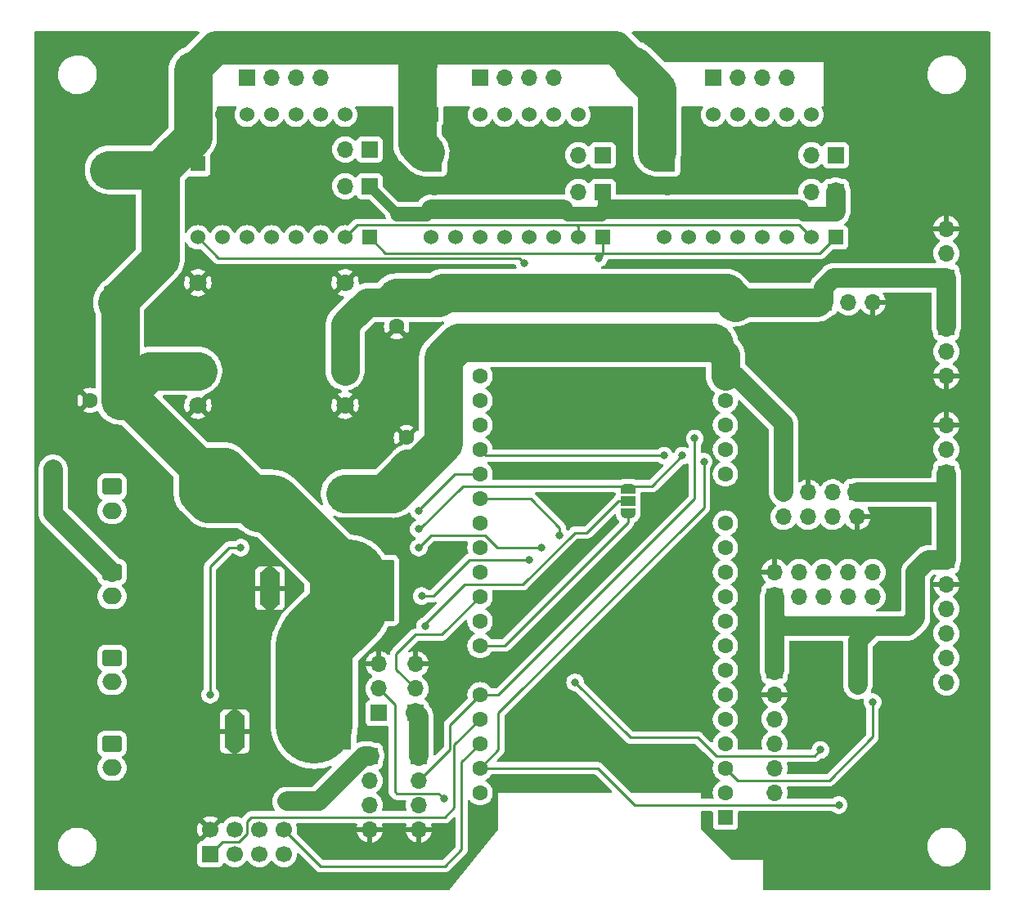
<source format=gbr>
%TF.GenerationSoftware,KiCad,Pcbnew,6.0.4-6f826c9f35~116~ubuntu20.04.1*%
%TF.CreationDate,2022-04-04T16:25:21+02:00*%
%TF.ProjectId,Hydroponics_board_v1,48796472-6f70-46f6-9e69-63735f626f61,rev?*%
%TF.SameCoordinates,Original*%
%TF.FileFunction,Copper,L2,Bot*%
%TF.FilePolarity,Positive*%
%FSLAX46Y46*%
G04 Gerber Fmt 4.6, Leading zero omitted, Abs format (unit mm)*
G04 Created by KiCad (PCBNEW 6.0.4-6f826c9f35~116~ubuntu20.04.1) date 2022-04-04 16:25:21*
%MOMM*%
%LPD*%
G01*
G04 APERTURE LIST*
G04 Aperture macros list*
%AMRoundRect*
0 Rectangle with rounded corners*
0 $1 Rounding radius*
0 $2 $3 $4 $5 $6 $7 $8 $9 X,Y pos of 4 corners*
0 Add a 4 corners polygon primitive as box body*
4,1,4,$2,$3,$4,$5,$6,$7,$8,$9,$2,$3,0*
0 Add four circle primitives for the rounded corners*
1,1,$1+$1,$2,$3*
1,1,$1+$1,$4,$5*
1,1,$1+$1,$6,$7*
1,1,$1+$1,$8,$9*
0 Add four rect primitives between the rounded corners*
20,1,$1+$1,$2,$3,$4,$5,0*
20,1,$1+$1,$4,$5,$6,$7,0*
20,1,$1+$1,$6,$7,$8,$9,0*
20,1,$1+$1,$8,$9,$2,$3,0*%
%AMFreePoly0*
4,1,22,0.550000,-0.750000,0.000000,-0.750000,0.000000,-0.745033,-0.079941,-0.743568,-0.215256,-0.701293,-0.333266,-0.622738,-0.424486,-0.514219,-0.481581,-0.384460,-0.499164,-0.250000,-0.500000,-0.250000,-0.500000,0.250000,-0.499164,0.250000,-0.499963,0.256109,-0.478152,0.396186,-0.417904,0.524511,-0.324060,0.630769,-0.204165,0.706417,-0.067858,0.745374,0.000000,0.744959,0.000000,0.750000,
0.550000,0.750000,0.550000,-0.750000,0.550000,-0.750000,$1*%
%AMFreePoly1*
4,1,20,0.000000,0.744959,0.073905,0.744508,0.209726,0.703889,0.328688,0.626782,0.421226,0.519385,0.479903,0.390333,0.500000,0.250000,0.500000,-0.250000,0.499851,-0.262216,0.476331,-0.402017,0.414519,-0.529596,0.319384,-0.634700,0.198574,-0.708877,0.061801,-0.746166,0.000000,-0.745033,0.000000,-0.750000,-0.550000,-0.750000,-0.550000,0.750000,0.000000,0.750000,0.000000,0.744959,
0.000000,0.744959,$1*%
G04 Aperture macros list end*
%TA.AperFunction,ComponentPad*%
%ADD10R,1.600000X1.600000*%
%TD*%
%TA.AperFunction,ComponentPad*%
%ADD11C,1.600000*%
%TD*%
%TA.AperFunction,ComponentPad*%
%ADD12R,1.700000X1.700000*%
%TD*%
%TA.AperFunction,ComponentPad*%
%ADD13O,1.700000X1.700000*%
%TD*%
%TA.AperFunction,ComponentPad*%
%ADD14R,2.600000X2.600000*%
%TD*%
%TA.AperFunction,ComponentPad*%
%ADD15C,2.600000*%
%TD*%
%TA.AperFunction,ComponentPad*%
%ADD16RoundRect,0.250000X-0.750000X0.600000X-0.750000X-0.600000X0.750000X-0.600000X0.750000X0.600000X0*%
%TD*%
%TA.AperFunction,ComponentPad*%
%ADD17O,2.000000X1.700000*%
%TD*%
%TA.AperFunction,ComponentPad*%
%ADD18C,1.800000*%
%TD*%
%TA.AperFunction,SMDPad,CuDef*%
%ADD19FreePoly0,90.000000*%
%TD*%
%TA.AperFunction,SMDPad,CuDef*%
%ADD20R,1.500000X1.000000*%
%TD*%
%TA.AperFunction,SMDPad,CuDef*%
%ADD21FreePoly1,90.000000*%
%TD*%
%TA.AperFunction,ComponentPad*%
%ADD22C,1.700000*%
%TD*%
%TA.AperFunction,ComponentPad*%
%ADD23R,1.524000X1.524000*%
%TD*%
%TA.AperFunction,ComponentPad*%
%ADD24C,1.524000*%
%TD*%
%TA.AperFunction,ComponentPad*%
%ADD25C,0.500000*%
%TD*%
%TA.AperFunction,SMDPad,CuDef*%
%ADD26R,2.000000X3.500000*%
%TD*%
%TA.AperFunction,ComponentPad*%
%ADD27RoundRect,0.250001X-1.099999X1.499999X-1.099999X-1.499999X1.099999X-1.499999X1.099999X1.499999X0*%
%TD*%
%TA.AperFunction,ComponentPad*%
%ADD28O,2.700000X3.500000*%
%TD*%
%TA.AperFunction,ViaPad*%
%ADD29C,0.800000*%
%TD*%
%TA.AperFunction,Conductor*%
%ADD30C,0.250000*%
%TD*%
%TA.AperFunction,Conductor*%
%ADD31C,4.000000*%
%TD*%
%TA.AperFunction,Conductor*%
%ADD32C,6.000000*%
%TD*%
%TA.AperFunction,Conductor*%
%ADD33C,3.500000*%
%TD*%
%TA.AperFunction,Conductor*%
%ADD34C,2.000000*%
%TD*%
%TA.AperFunction,Conductor*%
%ADD35C,8.000000*%
%TD*%
%TA.AperFunction,Conductor*%
%ADD36C,1.500000*%
%TD*%
%TA.AperFunction,Conductor*%
%ADD37C,1.000000*%
%TD*%
%TA.AperFunction,Conductor*%
%ADD38C,3.000000*%
%TD*%
%TA.AperFunction,Conductor*%
%ADD39C,2.500000*%
%TD*%
G04 APERTURE END LIST*
D10*
%TO.P,C3,1*%
%TO.N,+12V*%
X126080000Y-54250000D03*
D11*
%TO.P,C3,2*%
%TO.N,GND*%
X126080000Y-56750000D03*
%TD*%
D12*
%TO.P,J12,1,Pin_1*%
%TO.N,+3V3*%
X142255000Y-68580000D03*
D13*
%TO.P,J12,2,Pin_2*%
%TO.N,/analog_sensors/ANA3*%
X144795000Y-68580000D03*
%TO.P,J12,3,Pin_3*%
%TO.N,GND*%
X147335000Y-68580000D03*
%TD*%
D12*
%TO.P,J1,1,Pin_1*%
%TO.N,+3V3*%
X95250000Y-115570000D03*
D13*
%TO.P,J1,2,Pin_2*%
%TO.N,/SDA*%
X95250000Y-118110000D03*
%TO.P,J1,3,Pin_3*%
%TO.N,/SCL*%
X95250000Y-120650000D03*
%TO.P,J1,4,Pin_4*%
%TO.N,GND*%
X95250000Y-123190000D03*
%TD*%
D12*
%TO.P,J3,1,Pin_1*%
%TO.N,+3V3*%
X96195000Y-111120000D03*
D13*
%TO.P,J3,2,Pin_2*%
%TO.N,/temp_onewire*%
X96195000Y-108580000D03*
%TO.P,J3,3,Pin_3*%
%TO.N,GND*%
X96195000Y-106040000D03*
%TD*%
D14*
%TO.P,J21,1,Pin_1*%
%TO.N,+12V*%
X68275000Y-54864000D03*
D15*
%TO.P,J21,2,Pin_2*%
%TO.N,GND*%
X68275000Y-59944000D03*
%TD*%
D12*
%TO.P,JP2,1,A*%
%TO.N,+3V3*%
X95250000Y-56560000D03*
D13*
%TO.P,JP2,2,B*%
%TO.N,Net-(JP2-Pad2)*%
X92710000Y-56560000D03*
%TD*%
D12*
%TO.P,J8,1,Pin_1*%
%TO.N,Net-(J8-Pad1)*%
X130820000Y-45340000D03*
D13*
%TO.P,J8,2,Pin_2*%
%TO.N,Net-(J8-Pad2)*%
X133360000Y-45340000D03*
%TO.P,J8,3,Pin_3*%
%TO.N,Net-(J8-Pad3)*%
X135900000Y-45340000D03*
%TO.P,J8,4,Pin_4*%
%TO.N,Net-(J8-Pad4)*%
X138440000Y-45340000D03*
%TD*%
D16*
%TO.P,J17,1,Pin_1*%
%TO.N,/PWM_motor_control/M0+*%
X68580000Y-87670000D03*
D17*
%TO.P,J17,2,Pin_2*%
%TO.N,/PWM_motor_control/M0-*%
X68580000Y-90170000D03*
%TD*%
D12*
%TO.P,J13,1,Pin_1*%
%TO.N,+3V3*%
X137160000Y-99060000D03*
D13*
%TO.P,J13,2,Pin_2*%
%TO.N,GND*%
X137160000Y-96520000D03*
%TO.P,J13,3,Pin_3*%
%TO.N,/io_expander/IO0*%
X139700000Y-99060000D03*
%TO.P,J13,4,Pin_4*%
%TO.N,/io_expander/IO1*%
X139700000Y-96520000D03*
%TO.P,J13,5,Pin_5*%
%TO.N,/io_expander/IO2*%
X142240000Y-99060000D03*
%TO.P,J13,6,Pin_6*%
%TO.N,/io_expander/IO3*%
X142240000Y-96520000D03*
%TO.P,J13,7,Pin_7*%
%TO.N,/io_expander/IO4*%
X144780000Y-99060000D03*
%TO.P,J13,8,Pin_8*%
%TO.N,/io_expander/IO5*%
X144780000Y-96520000D03*
%TO.P,J13,9,Pin_9*%
%TO.N,/io_expander/IO6*%
X147320000Y-99060000D03*
%TO.P,J13,10,Pin_10*%
%TO.N,/io_expander/IO7*%
X147320000Y-96520000D03*
%TD*%
D18*
%TO.P,U7,1,IN-*%
%TO.N,GND*%
X77470001Y-66549999D03*
%TO.P,U7,2,IN+*%
%TO.N,+12V*%
X77470001Y-75689999D03*
%TO.P,U7,3,OUT-*%
%TO.N,GND*%
X92710001Y-66549999D03*
%TO.P,U7,4,OUT+*%
%TO.N,+3V3*%
X92710001Y-75689999D03*
%TD*%
D12*
%TO.P,J15,1,Pin_1*%
%TO.N,+3V3*%
X154940000Y-95245000D03*
D13*
%TO.P,J15,2,Pin_2*%
%TO.N,GND*%
X154940000Y-97785000D03*
%TO.P,J15,3,Pin_3*%
%TO.N,/io_expander/BUTTON0*%
X154940000Y-100325000D03*
%TO.P,J15,4,Pin_4*%
%TO.N,/io_expander/BUTTON1*%
X154940000Y-102865000D03*
%TO.P,J15,5,Pin_5*%
%TO.N,/io_expander/BUTTON2*%
X154940000Y-105405000D03*
%TO.P,J15,6,Pin_6*%
%TO.N,/io_expander/BUTTON3*%
X154940000Y-107945000D03*
%TD*%
D19*
%TO.P,JP7,1,A*%
%TO.N,/m1_in1*%
X122000000Y-90454000D03*
D20*
%TO.P,JP7,2,C*%
%TO.N,/PWM_motor_control/m1_in1_drv*%
X122000000Y-89154000D03*
D21*
%TO.P,JP7,3,B*%
%TO.N,/m0_in1*%
X122000000Y-87854000D03*
%TD*%
D12*
%TO.P,JP3,1,A*%
%TO.N,+3V3*%
X119380000Y-53340000D03*
D13*
%TO.P,JP3,2,B*%
%TO.N,Net-(JP3-Pad2)*%
X116840000Y-53340000D03*
%TD*%
D12*
%TO.P,J14,1,Pin_1*%
%TO.N,+3V3*%
X137160000Y-106680000D03*
D13*
%TO.P,J14,2,Pin_2*%
%TO.N,GND*%
X137160000Y-109220000D03*
%TO.P,J14,3,Pin_3*%
%TO.N,/io_expander/RELAY0*%
X137160000Y-111760000D03*
%TO.P,J14,4,Pin_4*%
%TO.N,/io_expander/RELAY1*%
X137160000Y-114300000D03*
%TO.P,J14,5,Pin_5*%
%TO.N,/io_expander/RELAY2*%
X137160000Y-116840000D03*
%TO.P,J14,6,Pin_6*%
%TO.N,/io_expander/RELAY3*%
X137160000Y-119380000D03*
%TD*%
D12*
%TO.P,J6,1,Pin_1*%
%TO.N,Net-(J6-Pad1)*%
X82550000Y-45340000D03*
D13*
%TO.P,J6,2,Pin_2*%
%TO.N,Net-(J6-Pad2)*%
X85090000Y-45340000D03*
%TO.P,J6,3,Pin_3*%
%TO.N,Net-(J6-Pad3)*%
X87630000Y-45340000D03*
%TO.P,J6,4,Pin_4*%
%TO.N,Net-(J6-Pad4)*%
X90170000Y-45340000D03*
%TD*%
D12*
%TO.P,U11,1,TX*%
%TO.N,/RXD0*%
X78740000Y-125730000D03*
D22*
%TO.P,U11,2,GND*%
%TO.N,GND*%
X78740000Y-123190000D03*
%TO.P,U11,3,EN*%
%TO.N,Net-(R1-Pad1)*%
X81280000Y-125730000D03*
%TO.P,U11,4,GPIO2*%
%TO.N,unconnected-(U11-Pad4)*%
X81280000Y-123190000D03*
%TO.P,U11,5,RST*%
%TO.N,unconnected-(U11-Pad5)*%
X83820000Y-125730000D03*
%TO.P,U11,6,GPIO0*%
%TO.N,unconnected-(U11-Pad6)*%
X83820000Y-123190000D03*
%TO.P,U11,7,3V3*%
%TO.N,+3V3*%
X86360000Y-125730000D03*
%TO.P,U11,8,RX*%
%TO.N,/TXD0*%
X86360000Y-123190000D03*
%TD*%
D12*
%TO.P,JP5,1,A*%
%TO.N,+3V3*%
X143510000Y-53340000D03*
D13*
%TO.P,JP5,2,B*%
%TO.N,Net-(JP5-Pad2)*%
X140970000Y-53340000D03*
%TD*%
D12*
%TO.P,J4,1,Pin_1*%
%TO.N,+3V3*%
X145725000Y-88260000D03*
D13*
%TO.P,J4,2,Pin_2*%
%TO.N,GND*%
X145725000Y-90800000D03*
%TO.P,J4,3,Pin_3*%
%TO.N,/GPI34*%
X143185000Y-88260000D03*
%TO.P,J4,4,Pin_4*%
%TO.N,/ESPEN*%
X143185000Y-90800000D03*
%TO.P,J4,5,Pin_5*%
%TO.N,GND*%
X140645000Y-88260000D03*
%TO.P,J4,6,Pin_6*%
%TO.N,/GPIO0*%
X140645000Y-90800000D03*
%TO.P,J4,7,Pin_7*%
%TO.N,+5V*%
X138105000Y-88260000D03*
%TO.P,J4,8,Pin_8*%
%TO.N,/GPIO15*%
X138105000Y-90800000D03*
%TD*%
D16*
%TO.P,J18,1,Pin_1*%
%TO.N,/PWM_motor_control/M1+*%
X68580000Y-96520000D03*
D17*
%TO.P,J18,2,Pin_2*%
%TO.N,/PWM_motor_control/M1-*%
X68580000Y-99020000D03*
%TD*%
D23*
%TO.P,U3,JP1_1,DIR*%
%TO.N,/step_dir*%
X119380000Y-61850000D03*
D24*
%TO.P,U3,JP1_2,STEP*%
%TO.N,/step_step*%
X116840000Y-61850000D03*
%TO.P,U3,JP1_3*%
%TO.N,N/C*%
X114300000Y-61850000D03*
%TO.P,U3,JP1_4,PDN/UART1*%
%TO.N,unconnected-(U3-PadJP1_4)*%
X111760000Y-61850000D03*
%TO.P,U3,JP1_5,PDN/UART2*%
%TO.N,unconnected-(U3-PadJP1_5)*%
X109220000Y-61850000D03*
%TO.P,U3,JP1_6,MS2*%
%TO.N,Net-(JP4-Pad2)*%
X106680000Y-61850000D03*
%TO.P,U3,JP1_7,MS1*%
%TO.N,Net-(JP3-Pad2)*%
X104140000Y-61850000D03*
%TO.P,U3,JP1_8,EN*%
%TO.N,/step2_en*%
X101600000Y-61850000D03*
D23*
%TO.P,U3,JP2_1,VM*%
%TO.N,+12V*%
X101600000Y-49150000D03*
D24*
%TO.P,U3,JP2_2,GND*%
%TO.N,GND*%
X104140000Y-49150000D03*
%TO.P,U3,JP2_3,OA2*%
%TO.N,Net-(J7-Pad1)*%
X106680000Y-49150000D03*
%TO.P,U3,JP2_4,OA1*%
%TO.N,Net-(J7-Pad2)*%
X109220000Y-49150000D03*
%TO.P,U3,JP2_5,OB1*%
%TO.N,Net-(J7-Pad3)*%
X111760000Y-49150000D03*
%TO.P,U3,JP2_6,OB2*%
%TO.N,Net-(J7-Pad4)*%
X114300000Y-49150000D03*
%TO.P,U3,JP2_7,VIO*%
%TO.N,+3V3*%
X116840000Y-49150000D03*
%TO.P,U3,JP2_8,GND*%
%TO.N,GND*%
X119380000Y-49150000D03*
%TD*%
D10*
%TO.P,C1,1*%
%TO.N,+12V*%
X77460000Y-54230000D03*
D11*
%TO.P,C1,2*%
%TO.N,GND*%
X77460000Y-56730000D03*
%TD*%
D12*
%TO.P,J5,1,Pin_1*%
%TO.N,+3V3*%
X100330000Y-115580000D03*
D13*
%TO.P,J5,2,Pin_2*%
%TO.N,/SDA*%
X100330000Y-118120000D03*
%TO.P,J5,3,Pin_3*%
%TO.N,/SCL*%
X100330000Y-120660000D03*
%TO.P,J5,4,Pin_4*%
%TO.N,GND*%
X100330000Y-123200000D03*
%TD*%
D12*
%TO.P,J11,1,Pin_1*%
%TO.N,+3V3*%
X154940000Y-66025000D03*
D13*
%TO.P,J11,2,Pin_2*%
%TO.N,/analog_sensors/WLEVEL_ANA*%
X154940000Y-63485000D03*
%TO.P,J11,3,Pin_3*%
%TO.N,GND*%
X154940000Y-60945000D03*
%TD*%
D10*
%TO.P,C2,1*%
%TO.N,+12V*%
X101950000Y-54250000D03*
D11*
%TO.P,C2,2*%
%TO.N,GND*%
X101950000Y-56750000D03*
%TD*%
D12*
%TO.P,JP4,1,A*%
%TO.N,+3V3*%
X119380000Y-57150000D03*
D13*
%TO.P,JP4,2,B*%
%TO.N,Net-(JP4-Pad2)*%
X116840000Y-57150000D03*
%TD*%
D16*
%TO.P,J20,1,Pin_1*%
%TO.N,/PWM_motor_control/M3+*%
X68580000Y-114300000D03*
D17*
%TO.P,J20,2,Pin_2*%
%TO.N,/PWM_motor_control/M3-*%
X68580000Y-116800000D03*
%TD*%
D23*
%TO.P,U2,JP1_1,DIR*%
%TO.N,/step_dir*%
X95240000Y-61850000D03*
D24*
%TO.P,U2,JP1_2,STEP*%
%TO.N,/step_step*%
X92700000Y-61850000D03*
%TO.P,U2,JP1_3*%
%TO.N,N/C*%
X90160000Y-61850000D03*
%TO.P,U2,JP1_4,PDN/UART1*%
%TO.N,unconnected-(U2-PadJP1_4)*%
X87620000Y-61850000D03*
%TO.P,U2,JP1_5,PDN/UART2*%
%TO.N,unconnected-(U2-PadJP1_5)*%
X85080000Y-61850000D03*
%TO.P,U2,JP1_6,MS2*%
%TO.N,Net-(JP2-Pad2)*%
X82540000Y-61850000D03*
%TO.P,U2,JP1_7,MS1*%
%TO.N,Net-(JP1-Pad2)*%
X80000000Y-61850000D03*
%TO.P,U2,JP1_8,EN*%
%TO.N,/step1_en*%
X77460000Y-61850000D03*
D23*
%TO.P,U2,JP2_1,VM*%
%TO.N,+12V*%
X77460000Y-49150000D03*
D24*
%TO.P,U2,JP2_2,GND*%
%TO.N,GND*%
X80000000Y-49150000D03*
%TO.P,U2,JP2_3,OA2*%
%TO.N,Net-(J6-Pad1)*%
X82540000Y-49150000D03*
%TO.P,U2,JP2_4,OA1*%
%TO.N,Net-(J6-Pad2)*%
X85080000Y-49150000D03*
%TO.P,U2,JP2_5,OB1*%
%TO.N,Net-(J6-Pad3)*%
X87620000Y-49150000D03*
%TO.P,U2,JP2_6,OB2*%
%TO.N,Net-(J6-Pad4)*%
X90160000Y-49150000D03*
%TO.P,U2,JP2_7,VIO*%
%TO.N,+3V3*%
X92700000Y-49150000D03*
%TO.P,U2,JP2_8,GND*%
%TO.N,GND*%
X95240000Y-49150000D03*
%TD*%
D12*
%TO.P,J7,1,Pin_1*%
%TO.N,Net-(J7-Pad1)*%
X106690000Y-45340000D03*
D13*
%TO.P,J7,2,Pin_2*%
%TO.N,Net-(J7-Pad2)*%
X109230000Y-45340000D03*
%TO.P,J7,3,Pin_3*%
%TO.N,Net-(J7-Pad3)*%
X111770000Y-45340000D03*
%TO.P,J7,4,Pin_4*%
%TO.N,Net-(J7-Pad4)*%
X114310000Y-45340000D03*
%TD*%
D25*
%TO.P,U9,17,GND(PPAD)*%
%TO.N,GND*%
X85680000Y-98200000D03*
X84180000Y-96700000D03*
X85680000Y-96700000D03*
X84180000Y-98200000D03*
D26*
X84930000Y-98200000D03*
D25*
X85680000Y-99700000D03*
X84180000Y-99700000D03*
%TD*%
D12*
%TO.P,JP1,1,A*%
%TO.N,+3V3*%
X95250000Y-52750000D03*
D13*
%TO.P,JP1,2,B*%
%TO.N,Net-(JP1-Pad2)*%
X92710000Y-52750000D03*
%TD*%
D23*
%TO.P,U4,JP1_1,DIR*%
%TO.N,/step_dir*%
X143510000Y-61850000D03*
D24*
%TO.P,U4,JP1_2,STEP*%
%TO.N,/step_step*%
X140970000Y-61850000D03*
%TO.P,U4,JP1_3*%
%TO.N,N/C*%
X138430000Y-61850000D03*
%TO.P,U4,JP1_4,PDN/UART1*%
%TO.N,unconnected-(U4-PadJP1_4)*%
X135890000Y-61850000D03*
%TO.P,U4,JP1_5,PDN/UART2*%
%TO.N,unconnected-(U4-PadJP1_5)*%
X133350000Y-61850000D03*
%TO.P,U4,JP1_6,MS2*%
%TO.N,Net-(JP6-Pad2)*%
X130810000Y-61850000D03*
%TO.P,U4,JP1_7,MS1*%
%TO.N,Net-(JP5-Pad2)*%
X128270000Y-61850000D03*
%TO.P,U4,JP1_8,EN*%
%TO.N,/step3_en*%
X125730000Y-61850000D03*
D23*
%TO.P,U4,JP2_1,VM*%
%TO.N,+12V*%
X125730000Y-49150000D03*
D24*
%TO.P,U4,JP2_2,GND*%
%TO.N,GND*%
X128270000Y-49150000D03*
%TO.P,U4,JP2_3,OA2*%
%TO.N,Net-(J8-Pad1)*%
X130810000Y-49150000D03*
%TO.P,U4,JP2_4,OA1*%
%TO.N,Net-(J8-Pad2)*%
X133350000Y-49150000D03*
%TO.P,U4,JP2_5,OB1*%
%TO.N,Net-(J8-Pad3)*%
X135890000Y-49150000D03*
%TO.P,U4,JP2_6,OB2*%
%TO.N,Net-(J8-Pad4)*%
X138430000Y-49150000D03*
%TO.P,U4,JP2_7,VIO*%
%TO.N,+3V3*%
X140970000Y-49150000D03*
%TO.P,U4,JP2_8,GND*%
%TO.N,GND*%
X143510000Y-49150000D03*
%TD*%
D18*
%TO.P,U8,1,IN-*%
%TO.N,GND*%
X77470001Y-79249999D03*
%TO.P,U8,2,IN+*%
%TO.N,+12V*%
X77470001Y-88389999D03*
%TO.P,U8,3,OUT-*%
%TO.N,GND*%
X92710001Y-79249999D03*
%TO.P,U8,4,OUT+*%
%TO.N,+5V*%
X92710001Y-88389999D03*
%TD*%
D10*
%TO.P,C9,1*%
%TO.N,+5V*%
X99060001Y-85089999D03*
D11*
%TO.P,C9,2*%
%TO.N,GND*%
X99060001Y-82589999D03*
%TD*%
D12*
%TO.P,J9,1,Pin_1*%
%TO.N,+3V3*%
X154940000Y-86345000D03*
D13*
%TO.P,J9,2,Pin_2*%
%TO.N,/analog_sensors/PH_ANA*%
X154940000Y-83805000D03*
%TO.P,J9,3,Pin_3*%
%TO.N,GND*%
X154940000Y-81265000D03*
%TD*%
D27*
%TO.P,J16,1,Pin_1*%
%TO.N,+12V*%
X69110001Y-68579999D03*
D28*
%TO.P,J16,2,Pin_2*%
%TO.N,GND*%
X64910001Y-68579999D03*
%TD*%
D12*
%TO.P,JP6,1,A*%
%TO.N,+3V3*%
X143510000Y-57150000D03*
D13*
%TO.P,JP6,2,B*%
%TO.N,Net-(JP6-Pad2)*%
X140970000Y-57150000D03*
%TD*%
D16*
%TO.P,J19,1,Pin_1*%
%TO.N,/PWM_motor_control/M2+*%
X68580000Y-105410000D03*
D17*
%TO.P,J19,2,Pin_2*%
%TO.N,/PWM_motor_control/M2-*%
X68580000Y-107910000D03*
%TD*%
D10*
%TO.P,C6,1*%
%TO.N,+12V*%
X68800001Y-78739999D03*
D11*
%TO.P,C6,2*%
%TO.N,GND*%
X66300001Y-78739999D03*
%TD*%
D12*
%TO.P,J2,1,Pin_1*%
%TO.N,+3V3*%
X100005000Y-111120000D03*
D13*
%TO.P,J2,2,Pin_2*%
%TO.N,/flow_counter*%
X100005000Y-108580000D03*
%TO.P,J2,3,Pin_3*%
%TO.N,GND*%
X100005000Y-106040000D03*
%TD*%
D10*
%TO.P,C7,1*%
%TO.N,+3V3*%
X98044000Y-68580000D03*
D11*
%TO.P,C7,2*%
%TO.N,GND*%
X98044000Y-71080000D03*
%TD*%
D12*
%TO.P,J10,1,Pin_1*%
%TO.N,+3V3*%
X154940000Y-71135000D03*
D13*
%TO.P,J10,2,Pin_2*%
%TO.N,/analog_sensors/EC_ANA*%
X154940000Y-73675000D03*
%TO.P,J10,3,Pin_3*%
%TO.N,GND*%
X154940000Y-76215000D03*
%TD*%
D25*
%TO.P,U10,17,GND(PPAD)*%
%TO.N,GND*%
X82030000Y-114530000D03*
X80530000Y-111530000D03*
X80530000Y-114530000D03*
X82030000Y-111530000D03*
D26*
X81280000Y-113030000D03*
D25*
X82030000Y-113030000D03*
X80530000Y-113030000D03*
%TD*%
D11*
%TO.P,U1,38,GND_3*%
%TO.N,GND*%
X106680000Y-121920000D03*
%TO.P,U1,37,IO23*%
%TO.N,/temp_onewire*%
X106680000Y-119380000D03*
%TO.P,U1,36,IO22*%
%TO.N,/SCL*%
X106680000Y-116840000D03*
%TO.P,U1,35,TXD0*%
%TO.N,/TXD0*%
X106680000Y-114300000D03*
%TO.P,U1,34,RXD0*%
%TO.N,/RXD0*%
X106680000Y-111760000D03*
%TO.P,U1,33,IO21*%
%TO.N,/SDA*%
X106680000Y-109220000D03*
%TO.P,U1,32,GND_2*%
%TO.N,GND*%
X106680000Y-106680000D03*
%TO.P,U1,31,IO19*%
%TO.N,/m1_in1*%
X106680000Y-104140000D03*
%TO.P,U1,30,IO18*%
%TO.N,/step3_en*%
X106680000Y-101600000D03*
%TO.P,U1,29,IO5*%
%TO.N,/flow_counter*%
X106680000Y-99060000D03*
%TO.P,U1,28,IO17*%
%TO.N,/step_step*%
X106680000Y-96520000D03*
%TO.P,U1,27,IO16*%
%TO.N,/step2_en*%
X106680000Y-93980000D03*
%TO.P,U1,26,IO4*%
%TO.N,/step1_en*%
X106680000Y-91440000D03*
%TO.P,U1,25,IO0*%
%TO.N,/GPIO0*%
X106680000Y-88900000D03*
%TO.P,U1,24,IO2*%
%TO.N,/motors_en*%
X106680000Y-86360000D03*
%TO.P,U1,23,IO15*%
%TO.N,/GPIO15*%
X106680000Y-83820000D03*
%TO.P,U1,22,SD1*%
%TO.N,unconnected-(U1-Pad22)*%
X106680000Y-81280000D03*
%TO.P,U1,21,SD0*%
%TO.N,unconnected-(U1-Pad21)*%
X106680000Y-78740000D03*
%TO.P,U1,20,CLK*%
%TO.N,unconnected-(U1-Pad20)*%
X106680000Y-76200000D03*
%TO.P,U1,19,5V*%
%TO.N,+5V*%
X132080000Y-76200000D03*
%TO.P,U1,18,CMD*%
%TO.N,unconnected-(U1-Pad18)*%
X132080000Y-78740000D03*
%TO.P,U1,17,SD3*%
%TO.N,unconnected-(U1-Pad17)*%
X132080000Y-81280000D03*
%TO.P,U1,16,SD2*%
%TO.N,unconnected-(U1-Pad16)*%
X132080000Y-83820000D03*
%TO.P,U1,15,IO13*%
%TO.N,/m0_in1*%
X132080000Y-86360000D03*
%TO.P,U1,14,GND_1*%
%TO.N,GND*%
X132080000Y-88900000D03*
%TO.P,U1,13,IO12*%
%TO.N,/step_dir*%
X132080000Y-91440000D03*
%TO.P,U1,12,IO14*%
%TO.N,/m0_in2*%
X132080000Y-93980000D03*
%TO.P,U1,11,IO27*%
%TO.N,/m1_in2*%
X132080000Y-96520000D03*
%TO.P,U1,10,IO26*%
%TO.N,/m2_in1*%
X132080000Y-99060000D03*
%TO.P,U1,9,IO25*%
%TO.N,/m2_in2*%
X132080000Y-101600000D03*
%TO.P,U1,8,IO33*%
%TO.N,/m3_in2*%
X132080000Y-104140000D03*
%TO.P,U1,7,IO32*%
%TO.N,/m3_in1*%
X132080000Y-106680000D03*
%TO.P,U1,6,IO35*%
%TO.N,/GPI35*%
X132080000Y-109220000D03*
%TO.P,U1,5,IO34*%
%TO.N,/GPI34*%
X132080000Y-111760000D03*
%TO.P,U1,4,SVN*%
%TO.N,/GPI39*%
X132080000Y-114300000D03*
%TO.P,U1,3,SVP*%
%TO.N,/button_int*%
X132080000Y-116840000D03*
%TO.P,U1,2,EN*%
%TO.N,/ESPEN*%
X132080000Y-119380000D03*
D10*
%TO.P,U1,1,3V3*%
%TO.N,unconnected-(U1-Pad1)*%
X132080000Y-121920000D03*
%TD*%
D29*
%TO.N,GND*%
X118110000Y-86360000D03*
X117475000Y-89535000D03*
X111125000Y-99695000D03*
%TO.N,/m0_in1*%
X127635000Y-84455000D03*
%TO.N,/m0_in2*%
X113030000Y-93980000D03*
%TO.N,/PWM_motor_control/m1_in2_drv*%
X111760000Y-95250000D03*
%TO.N,/step_dir*%
X119000000Y-64000000D03*
%TO.N,/GPIO0*%
X114935000Y-92710000D03*
%TO.N,+12V*%
X94615000Y-96520000D03*
X89526183Y-112386183D03*
X84074000Y-89408000D03*
X90805000Y-113665000D03*
X125000000Y-46500000D03*
X92809511Y-42190489D03*
X88257338Y-111117338D03*
X92075000Y-112395000D03*
X112809511Y-42190489D03*
X90805000Y-111125000D03*
X100190489Y-46809511D03*
X92075000Y-96520000D03*
X88257338Y-112386183D03*
X94607599Y-100322283D03*
X92075000Y-97790000D03*
X88265000Y-109855000D03*
X89535000Y-113665000D03*
X80809511Y-42190489D03*
X71636000Y-54864000D03*
X107809511Y-42190489D03*
X95885000Y-100330000D03*
X69500000Y-75000000D03*
X93345000Y-96520000D03*
X120690489Y-42190489D03*
X90309511Y-42190489D03*
X123750000Y-45250000D03*
X92075000Y-111125000D03*
X87809511Y-42190489D03*
X73719500Y-54719500D03*
X74969500Y-53469500D03*
X95885000Y-97790000D03*
X105309511Y-42190489D03*
X95309511Y-42190489D03*
X73279000Y-81407000D03*
X90805000Y-109855000D03*
X69500000Y-73500000D03*
X92075000Y-113665000D03*
X81026000Y-89408000D03*
X89535000Y-111125000D03*
X77500000Y-44000000D03*
X125000000Y-51500000D03*
X74930000Y-83312000D03*
X82809511Y-42190489D03*
X88265000Y-113665000D03*
X110309511Y-42190489D03*
X80518000Y-85852000D03*
X94615000Y-97790000D03*
X69500000Y-76500000D03*
X117809511Y-42190489D03*
X100309511Y-42190489D03*
X78750000Y-42750000D03*
X94615000Y-99060000D03*
X89535000Y-109855000D03*
X93345000Y-97790000D03*
X100190489Y-51809511D03*
X93345000Y-99060000D03*
X90795027Y-112386183D03*
X71501000Y-80391000D03*
X115309511Y-42190489D03*
X76708000Y-85090000D03*
X93345000Y-100330000D03*
X95885000Y-96520000D03*
X122250000Y-43750000D03*
X95885000Y-99060000D03*
X75500000Y-51500000D03*
X97809511Y-42190489D03*
X77000000Y-47000000D03*
X69500000Y-72000000D03*
X77000000Y-51500000D03*
X92075000Y-100330000D03*
X102809511Y-42190489D03*
X100190489Y-44809511D03*
X92075000Y-109855000D03*
X92075000Y-99060000D03*
X77000000Y-45500000D03*
X85309511Y-42190489D03*
X78740000Y-84455000D03*
%TO.N,GND*%
X95885000Y-128270000D03*
X126365000Y-118110000D03*
X150805000Y-93340000D03*
X158425000Y-90800000D03*
X150805000Y-71115000D03*
X69215000Y-121285000D03*
X62865000Y-57785000D03*
X157790000Y-114930000D03*
X72390000Y-124460000D03*
X62865000Y-64135000D03*
X73660000Y-127635000D03*
X62865000Y-120650000D03*
X122865000Y-81910000D03*
X62230000Y-74295000D03*
X64135000Y-50165000D03*
X86360000Y-68580000D03*
X69850000Y-83820000D03*
X113919000Y-55245000D03*
X145471000Y-111501000D03*
X158115000Y-94615000D03*
X149225000Y-125095000D03*
X144145000Y-125095000D03*
X81915000Y-54610000D03*
X80010000Y-71120000D03*
X92075000Y-124460000D03*
X90170000Y-54610000D03*
X127310000Y-78100000D03*
X155885000Y-55875000D03*
X72390000Y-43180000D03*
X146939000Y-116713000D03*
X110165000Y-80005000D03*
X105410000Y-54610000D03*
X108585000Y-53340000D03*
X141605000Y-85725000D03*
X71120000Y-46990000D03*
X86360000Y-74295000D03*
X85725000Y-79375000D03*
X62230000Y-104775000D03*
X155885000Y-50160000D03*
X149535000Y-47620000D03*
X153035000Y-78740000D03*
X75565000Y-70485000D03*
X84130000Y-106040000D03*
X71120000Y-85090000D03*
X136835000Y-41905000D03*
X62230000Y-109220000D03*
X88265000Y-128270000D03*
X130175000Y-55245000D03*
X130485000Y-41905000D03*
X117785000Y-83180000D03*
X132715000Y-53340000D03*
X99695000Y-95885000D03*
X76200000Y-105410000D03*
X62230000Y-113665000D03*
X81915000Y-102870000D03*
X78740000Y-119380000D03*
X129540000Y-111760000D03*
X121285000Y-103505000D03*
X119380000Y-77470000D03*
X73660000Y-120015000D03*
X138049000Y-55245000D03*
X89535000Y-83185000D03*
X149535000Y-55875000D03*
X85090000Y-53340000D03*
X145090000Y-41905000D03*
X102235000Y-128270000D03*
X113030000Y-118745000D03*
X139700000Y-125095000D03*
X148900000Y-60955000D03*
%TO.N,+3V3*%
X87884000Y-120269000D03*
X92710001Y-71881999D03*
X118567200Y-67614800D03*
X123190000Y-67564000D03*
X135890000Y-68580000D03*
X93345000Y-70231000D03*
X99568000Y-59436000D03*
X129540000Y-67564000D03*
X132207000Y-67691000D03*
X133350000Y-68580000D03*
X86670000Y-120264000D03*
X125476000Y-67564000D03*
X127508000Y-67564000D03*
X103632000Y-67564000D03*
X145796000Y-107188000D03*
X143271000Y-66025000D03*
X109677200Y-67614800D03*
X145796000Y-108204000D03*
X101092000Y-59436000D03*
X105918000Y-67564000D03*
X120904000Y-67564000D03*
X98085000Y-59395000D03*
X107696000Y-67564000D03*
X102099511Y-68080489D03*
X139192000Y-68580000D03*
X92710001Y-73659999D03*
X94742000Y-68834000D03*
X100330000Y-68580000D03*
X96266000Y-68580000D03*
%TO.N,/temp_onewire*%
X102926000Y-120010000D03*
%TO.N,/SDA*%
X116515000Y-107945000D03*
X141915000Y-114930000D03*
X128905000Y-82672000D03*
%TO.N,/SCL*%
X129850000Y-85085000D03*
X143820000Y-120645000D03*
%TO.N,/button_int*%
X147320000Y-109982000D03*
%TO.N,/motors_en*%
X81915000Y-93980000D03*
X100330000Y-90170000D03*
X78740000Y-109220000D03*
%TO.N,/m0_in2*%
X100330000Y-93980000D03*
%TO.N,/m0_in1*%
X100330000Y-92075000D03*
%TO.N,/step1_en*%
X111252000Y-64516000D03*
%TO.N,/PWM_motor_control/m1_in1_drv*%
X101000000Y-102096299D03*
%TO.N,/PWM_motor_control/m1_in2_drv*%
X100640000Y-99000000D03*
%TO.N,/GPIO15*%
X125730000Y-84455000D03*
%TO.N,/PWM_motor_control/M1+*%
X66040000Y-93980000D03*
X62484000Y-85852000D03*
X62484000Y-87122000D03*
X62484000Y-88392000D03*
X66992500Y-94932500D03*
%TD*%
D30*
%TO.N,/PWM_motor_control/m1_in1_drv*%
X122000000Y-89154000D02*
X121000000Y-89154000D01*
X121000000Y-89154000D02*
X117724511Y-92429489D01*
X117724511Y-92429489D02*
X116485511Y-92429489D01*
X116485511Y-92429489D02*
X111125000Y-97790000D01*
X111125000Y-97790000D02*
X105080000Y-97790000D01*
X101000000Y-101870000D02*
X101000000Y-102096299D01*
X105080000Y-97790000D02*
X101000000Y-101870000D01*
%TO.N,/m0_in2*%
X107157650Y-92710000D02*
X101600000Y-92710000D01*
X113030000Y-93980000D02*
X113010000Y-94000000D01*
X113010000Y-94000000D02*
X108447650Y-94000000D01*
X108447650Y-94000000D02*
X107157650Y-92710000D01*
X101600000Y-92710000D02*
X100330000Y-93980000D01*
%TO.N,/PWM_motor_control/m1_in2_drv*%
X111760000Y-95250000D02*
X105588000Y-95250000D01*
X105588000Y-95250000D02*
X101838000Y-99000000D01*
X101838000Y-99000000D02*
X100640000Y-99000000D01*
%TO.N,/GPIO0*%
X114935000Y-92710000D02*
X114935000Y-91935000D01*
X114935000Y-91935000D02*
X111900000Y-88900000D01*
X111900000Y-88900000D02*
X106680000Y-88900000D01*
%TO.N,/m0_in1*%
X100330000Y-92075000D02*
X100444500Y-92075000D01*
X100444500Y-92075000D02*
X104894500Y-87625000D01*
X104894500Y-87625000D02*
X124465000Y-87625000D01*
X124465000Y-87625000D02*
X127635000Y-84455000D01*
%TO.N,/GPIO15*%
X125730000Y-84455000D02*
X107315000Y-84455000D01*
X107315000Y-84455000D02*
X106680000Y-83820000D01*
%TO.N,/step_dir*%
X119380000Y-63500000D02*
X119380000Y-63620000D01*
X119380000Y-63620000D02*
X119000000Y-64000000D01*
%TO.N,/m1_in1*%
X106680000Y-104140000D02*
X109215718Y-104140000D01*
X109215718Y-104140000D02*
X122000000Y-91355718D01*
X122000000Y-91355718D02*
X122000000Y-90454000D01*
%TO.N,/flow_counter*%
X100005000Y-108580000D02*
X98000000Y-106575000D01*
X98000000Y-106575000D02*
X98000000Y-105000000D01*
X102740000Y-103000000D02*
X106680000Y-99060000D01*
X98000000Y-105000000D02*
X100000000Y-103000000D01*
X100000000Y-103000000D02*
X102740000Y-103000000D01*
D31*
%TO.N,+12V*%
X73279000Y-81407000D02*
X77470001Y-85598001D01*
X69110000Y-68580000D02*
X73575000Y-64115000D01*
D32*
X84074000Y-89408000D02*
X85090000Y-89408000D01*
D33*
X120690489Y-42190489D02*
X122500000Y-44000000D01*
D34*
X100309511Y-43911689D02*
X100309511Y-42190489D01*
D31*
X72449512Y-75689999D02*
X69399511Y-78740000D01*
X71636000Y-54864000D02*
X73575000Y-54864000D01*
X76948489Y-51490511D02*
X76948489Y-48260000D01*
X73575000Y-54864000D02*
X73719500Y-54719500D01*
D34*
X100228400Y-43992800D02*
X100309511Y-43911689D01*
D35*
X89526183Y-112386183D02*
X89526183Y-104148817D01*
D31*
X69399511Y-78740000D02*
X70612000Y-78740000D01*
X125000000Y-46500000D02*
X125000000Y-53000000D01*
X69399511Y-68869511D02*
X69110000Y-68580000D01*
D33*
X76948489Y-44551511D02*
X79309511Y-42190489D01*
D31*
X69399511Y-78740000D02*
X69399511Y-68869511D01*
D35*
X93020000Y-100325000D02*
X93020000Y-97150000D01*
D33*
X100190489Y-42190489D02*
X120690489Y-42190489D01*
D32*
X85090000Y-89408000D02*
X90424000Y-94742000D01*
D31*
X100190489Y-51809511D02*
X100190489Y-44030711D01*
D33*
X79309511Y-42190489D02*
X100190489Y-42190489D01*
D35*
X89845000Y-103500000D02*
X93020000Y-100325000D01*
D31*
X74969500Y-53469500D02*
X76948489Y-51490511D01*
X70612000Y-78740000D02*
X73279000Y-81407000D01*
X100190489Y-44030711D02*
X100228400Y-43992800D01*
X68275000Y-54864000D02*
X71636000Y-54864000D01*
X100190489Y-52190489D02*
X101000000Y-53000000D01*
X76948489Y-48260000D02*
X76948489Y-44551511D01*
X73719500Y-54719500D02*
X74969500Y-53469500D01*
X77470001Y-88389999D02*
X78488002Y-89408000D01*
X122500000Y-44000000D02*
X125000000Y-46500000D01*
X77470001Y-85598001D02*
X80264001Y-85598001D01*
X77470001Y-75689999D02*
X72449512Y-75689999D01*
X77470001Y-85598001D02*
X77470001Y-86359999D01*
X78488002Y-89408000D02*
X84074000Y-89408000D01*
X80264001Y-85598001D02*
X80518000Y-85852000D01*
X80518000Y-85852000D02*
X84074000Y-89408000D01*
X77470001Y-86359999D02*
X77470001Y-88389999D01*
D32*
X90424000Y-94742000D02*
X93472000Y-97790000D01*
D31*
X73575000Y-64115000D02*
X73575000Y-54864000D01*
D32*
X93472000Y-97790000D02*
X93472000Y-98298000D01*
D36*
%TO.N,+3V3*%
X98126000Y-59436000D02*
X99568000Y-59436000D01*
D34*
X154940000Y-95245000D02*
X153040000Y-95245000D01*
X150927000Y-102108000D02*
X147320000Y-102108000D01*
X151765000Y-96520000D02*
X151765000Y-101270000D01*
X100330000Y-111445000D02*
X100005000Y-111120000D01*
X147320000Y-102108000D02*
X145796000Y-103632000D01*
D31*
X109677200Y-67614800D02*
X118567200Y-67614800D01*
D34*
X154940000Y-86345000D02*
X154940000Y-88585000D01*
D31*
X132130800Y-67614800D02*
X133096000Y-68580000D01*
D37*
X95250000Y-56560000D02*
X98126000Y-59436000D01*
D31*
X102404311Y-68080489D02*
X102099511Y-68080489D01*
D34*
X154940000Y-66025000D02*
X154940000Y-71135000D01*
D36*
X140208000Y-59436000D02*
X139700000Y-58928000D01*
D38*
X92710001Y-70865999D02*
X93345000Y-70231000D01*
D34*
X94666000Y-115570000D02*
X92512000Y-117724000D01*
X154615000Y-88260000D02*
X145725000Y-88260000D01*
X142255000Y-67041000D02*
X143271000Y-66025000D01*
D38*
X94742000Y-68834000D02*
X94996000Y-68580000D01*
D34*
X101600000Y-58928000D02*
X115316000Y-58928000D01*
D36*
X115316000Y-58928000D02*
X115824000Y-59436000D01*
D34*
X87884000Y-120269000D02*
X86670000Y-120264000D01*
D37*
X119380000Y-59309000D02*
X119253000Y-59436000D01*
D31*
X118567200Y-67614800D02*
X132130800Y-67614800D01*
D38*
X92710001Y-75689999D02*
X92710001Y-73659999D01*
X94996000Y-68580000D02*
X96266000Y-68580000D01*
D34*
X154940000Y-88585000D02*
X154940000Y-95245000D01*
D38*
X141605000Y-68580000D02*
X133096000Y-68580000D01*
D34*
X137160000Y-101346000D02*
X137160000Y-106680000D01*
D36*
X115824000Y-59436000D02*
X119253000Y-59436000D01*
D34*
X154940000Y-88585000D02*
X154615000Y-88260000D01*
X145796000Y-107188000D02*
X145796000Y-108204000D01*
X143510000Y-59182000D02*
X143510000Y-57150000D01*
X151765000Y-101270000D02*
X150927000Y-102108000D01*
X142255000Y-68580000D02*
X142255000Y-67041000D01*
D36*
X119761000Y-58928000D02*
X119253000Y-59436000D01*
D34*
X139700000Y-58928000D02*
X119761000Y-58928000D01*
X92512000Y-117724000D02*
X89972000Y-120264000D01*
D31*
X102870000Y-67614800D02*
X102404311Y-68080489D01*
D38*
X92710001Y-71881999D02*
X92710001Y-70865999D01*
D34*
X100330000Y-115580000D02*
X100330000Y-111445000D01*
D31*
X102870000Y-67614800D02*
X109677200Y-67614800D01*
D34*
X95250000Y-115570000D02*
X94666000Y-115570000D01*
D31*
X102099511Y-68080489D02*
X98044000Y-68080489D01*
D34*
X145796000Y-103632000D02*
X145796000Y-107188000D01*
D37*
X119380000Y-57150000D02*
X119380000Y-59309000D01*
D34*
X137922000Y-102108000D02*
X147320000Y-102108000D01*
D38*
X92710001Y-73659999D02*
X92710001Y-71881999D01*
X96266000Y-68580000D02*
X98044000Y-68580000D01*
D34*
X143271000Y-66025000D02*
X154940000Y-66025000D01*
D36*
X143256000Y-59436000D02*
X140208000Y-59436000D01*
X99568000Y-59436000D02*
X101092000Y-59436000D01*
D37*
X143256000Y-59436000D02*
X143510000Y-59182000D01*
D38*
X93345000Y-70231000D02*
X94742000Y-68834000D01*
D36*
X101092000Y-59436000D02*
X101600000Y-58928000D01*
D34*
X137160000Y-101346000D02*
X137922000Y-102108000D01*
X153040000Y-95245000D02*
X151765000Y-96520000D01*
X137160000Y-99060000D02*
X137160000Y-101346000D01*
X89972000Y-120264000D02*
X87884000Y-120269000D01*
D31*
%TO.N,+5V*%
X104495600Y-72745600D02*
X130810000Y-72745600D01*
D39*
X102870000Y-83185000D02*
X100965001Y-85089999D01*
D34*
X132080000Y-76200000D02*
X133211370Y-76200000D01*
D31*
X130810000Y-72745600D02*
X130911600Y-72847200D01*
X102870000Y-83185000D02*
X102870000Y-74371200D01*
D39*
X95810801Y-88389999D02*
X92710001Y-88389999D01*
D34*
X138105000Y-81093630D02*
X138105000Y-88260000D01*
D39*
X99060001Y-85140799D02*
X95810801Y-88389999D01*
D31*
X97665001Y-88389999D02*
X92710001Y-88389999D01*
D39*
X99060001Y-85089999D02*
X99060001Y-85140799D01*
D34*
X133211370Y-76200000D02*
X138105000Y-81093630D01*
D38*
X132080000Y-76200000D02*
X132080000Y-74015600D01*
D31*
X102870000Y-74371200D02*
X104495600Y-72745600D01*
D38*
X132080000Y-74015600D02*
X130911600Y-72847200D01*
D39*
X100965001Y-85089999D02*
X99060001Y-85089999D01*
D31*
X102870000Y-83185000D02*
X97665001Y-88389999D01*
D30*
%TO.N,/temp_onewire*%
X98083489Y-119485489D02*
X102401489Y-119485489D01*
X96195000Y-108580000D02*
X97846000Y-110231000D01*
X97846000Y-110231000D02*
X97846000Y-119248000D01*
X97846000Y-119248000D02*
X98083489Y-119485489D01*
X102401489Y-119485489D02*
X102926000Y-120010000D01*
%TO.N,/SDA*%
X128905000Y-82672000D02*
X128905000Y-88900000D01*
X103563485Y-112336515D02*
X103563485Y-114876515D01*
X141280000Y-115565000D02*
X141915000Y-114930000D01*
X108585000Y-109220000D02*
X106680000Y-109220000D01*
X128905000Y-88900000D02*
X108585000Y-109220000D01*
X122230000Y-113660000D02*
X129214850Y-113660000D01*
X103563485Y-114876515D02*
X100330000Y-118110000D01*
X129214850Y-113660000D02*
X131119850Y-115565000D01*
X131119850Y-115565000D02*
X141280000Y-115565000D01*
X116515000Y-107945000D02*
X122230000Y-113660000D01*
X100330000Y-118110000D02*
X100330000Y-118120000D01*
X106680000Y-109220000D02*
X103563485Y-112336515D01*
%TO.N,/SCL*%
X108585000Y-111125000D02*
X108585000Y-114935000D01*
X143820000Y-120645000D02*
X122677000Y-120645000D01*
X129850000Y-85085000D02*
X129850000Y-89860000D01*
X118872000Y-116840000D02*
X106680000Y-116840000D01*
X122677000Y-120645000D02*
X118872000Y-116840000D01*
X108585000Y-114935000D02*
X106680000Y-116840000D01*
X129850000Y-89860000D02*
X108585000Y-111125000D01*
%TO.N,/button_int*%
X132080000Y-116840000D02*
X133345000Y-118105000D01*
X147320000Y-113580386D02*
X147320000Y-109982000D01*
X142795386Y-118105000D02*
X147320000Y-113580386D01*
X133345000Y-118105000D02*
X142795386Y-118105000D01*
%TO.N,/motors_en*%
X80696000Y-93980000D02*
X81915000Y-93980000D01*
X100330000Y-90170000D02*
X100330000Y-90094000D01*
X78740000Y-95936000D02*
X80696000Y-93980000D01*
X78740000Y-109220000D02*
X78740000Y-95936000D01*
X100330000Y-90094000D02*
X104064000Y-86360000D01*
X104064000Y-86360000D02*
X106680000Y-86360000D01*
%TO.N,/step_dir*%
X141860000Y-63500000D02*
X143510000Y-61850000D01*
X112776000Y-63500000D02*
X96890000Y-63500000D01*
X119380000Y-63500000D02*
X141860000Y-63500000D01*
X119380000Y-63500000D02*
X112776000Y-63500000D01*
X96890000Y-63500000D02*
X95240000Y-61850000D01*
X119380000Y-61850000D02*
X119380000Y-63500000D01*
%TO.N,/step_step*%
X140970000Y-61850000D02*
X139699000Y-60579000D01*
X93971000Y-60579000D02*
X92700000Y-61850000D01*
X116840000Y-61850000D02*
X116840000Y-60706000D01*
X139699000Y-60579000D02*
X116713000Y-60579000D01*
X116840000Y-60706000D02*
X116713000Y-60579000D01*
X116713000Y-60579000D02*
X93971000Y-60579000D01*
%TO.N,/step1_en*%
X111252000Y-64516000D02*
X110744000Y-64008000D01*
X110744000Y-64008000D02*
X79618000Y-64008000D01*
X79618000Y-64008000D02*
X77460000Y-61850000D01*
%TO.N,/RXD0*%
X106680000Y-111760000D02*
X104013005Y-114426995D01*
X80010000Y-124460000D02*
X78740000Y-125730000D01*
X81671010Y-124460000D02*
X80010000Y-124460000D01*
X82550000Y-122359495D02*
X82550000Y-123581010D01*
X104013005Y-114426995D02*
X104013005Y-120954995D01*
X103048000Y-121920000D02*
X82989495Y-121920000D01*
X82550000Y-123581010D02*
X81671010Y-124460000D01*
X82989495Y-121920000D02*
X82550000Y-122359495D01*
X104013005Y-120954995D02*
X103048000Y-121920000D01*
%TO.N,/TXD0*%
X90170000Y-127000000D02*
X103000000Y-127000000D01*
X103000000Y-127000000D02*
X104775000Y-125225000D01*
X104775000Y-116205000D02*
X106680000Y-114300000D01*
X104775000Y-125225000D02*
X104775000Y-116205000D01*
X86360000Y-123190000D02*
X90170000Y-127000000D01*
D34*
%TO.N,/PWM_motor_control/M1+*%
X62484000Y-88392000D02*
X62484000Y-85852000D01*
X62484000Y-90424000D02*
X62484000Y-88392000D01*
X68580000Y-96520000D02*
X62484000Y-90424000D01*
%TD*%
%TA.AperFunction,Conductor*%
%TO.N,GND*%
G36*
X159433621Y-40528502D02*
G01*
X159480114Y-40582158D01*
X159491500Y-40634500D01*
X159491500Y-129365500D01*
X159471498Y-129433621D01*
X159417842Y-129480114D01*
X159365500Y-129491500D01*
X136128969Y-129491500D01*
X136060848Y-129471498D01*
X136014355Y-129417842D01*
X136002970Y-129364911D01*
X136011077Y-127631528D01*
X136017000Y-126365000D01*
X132829961Y-126365000D01*
X132761840Y-126344998D01*
X132741752Y-126328973D01*
X132650568Y-126239576D01*
X131314528Y-124929733D01*
X152987822Y-124929733D01*
X152987975Y-124934121D01*
X152987975Y-124934127D01*
X152997090Y-125195125D01*
X152997625Y-125210458D01*
X152998387Y-125214781D01*
X152998388Y-125214788D01*
X153021852Y-125347856D01*
X153046402Y-125487087D01*
X153133203Y-125754235D01*
X153256340Y-126006702D01*
X153258795Y-126010341D01*
X153258798Y-126010347D01*
X153331890Y-126118710D01*
X153413415Y-126239576D01*
X153601371Y-126448322D01*
X153816550Y-126628879D01*
X154054764Y-126777731D01*
X154311375Y-126891982D01*
X154581390Y-126969407D01*
X154585740Y-126970018D01*
X154585743Y-126970019D01*
X154688690Y-126984487D01*
X154859552Y-127008500D01*
X155070146Y-127008500D01*
X155072332Y-127008347D01*
X155072336Y-127008347D01*
X155275827Y-126994118D01*
X155275832Y-126994117D01*
X155280212Y-126993811D01*
X155554970Y-126935409D01*
X155559099Y-126933906D01*
X155559103Y-126933905D01*
X155814781Y-126840846D01*
X155814785Y-126840844D01*
X155818926Y-126839337D01*
X156066942Y-126707464D01*
X156071795Y-126703938D01*
X156290629Y-126544947D01*
X156290632Y-126544944D01*
X156294192Y-126542358D01*
X156301721Y-126535088D01*
X156404042Y-126436277D01*
X156496252Y-126347231D01*
X156669188Y-126125882D01*
X156671384Y-126122078D01*
X156671389Y-126122071D01*
X156807435Y-125886431D01*
X156809636Y-125882619D01*
X156914862Y-125622176D01*
X156931287Y-125556301D01*
X156981753Y-125353893D01*
X156981754Y-125353888D01*
X156982817Y-125349624D01*
X156988338Y-125297101D01*
X157011719Y-125074636D01*
X157011720Y-125074621D01*
X157012178Y-125070267D01*
X157009707Y-124999501D01*
X157002529Y-124793939D01*
X157002528Y-124793933D01*
X157002375Y-124789542D01*
X156992175Y-124731690D01*
X156955622Y-124524393D01*
X156953598Y-124512913D01*
X156866797Y-124245765D01*
X156861143Y-124234171D01*
X156784551Y-124077137D01*
X156743660Y-123993298D01*
X156741205Y-123989659D01*
X156741202Y-123989653D01*
X156638738Y-123837744D01*
X156586585Y-123760424D01*
X156524806Y-123691811D01*
X156444187Y-123602275D01*
X156398629Y-123551678D01*
X156183450Y-123371121D01*
X155945236Y-123222269D01*
X155688625Y-123108018D01*
X155418610Y-123030593D01*
X155414260Y-123029982D01*
X155414257Y-123029981D01*
X155311310Y-123015513D01*
X155140448Y-122991500D01*
X154929854Y-122991500D01*
X154927668Y-122991653D01*
X154927664Y-122991653D01*
X154724173Y-123005882D01*
X154724168Y-123005883D01*
X154719788Y-123006189D01*
X154445030Y-123064591D01*
X154440901Y-123066094D01*
X154440897Y-123066095D01*
X154185219Y-123159154D01*
X154185215Y-123159156D01*
X154181074Y-123160663D01*
X153933058Y-123292536D01*
X153929499Y-123295122D01*
X153929497Y-123295123D01*
X153710821Y-123454000D01*
X153705808Y-123457642D01*
X153702644Y-123460698D01*
X153702641Y-123460700D01*
X153690073Y-123472837D01*
X153503748Y-123652769D01*
X153330812Y-123874118D01*
X153328616Y-123877922D01*
X153328611Y-123877929D01*
X153238985Y-124033167D01*
X153190364Y-124117381D01*
X153085138Y-124377824D01*
X153084073Y-124382097D01*
X153084072Y-124382099D01*
X153021442Y-124633295D01*
X153017183Y-124650376D01*
X153016724Y-124654744D01*
X153016723Y-124654749D01*
X152989853Y-124910406D01*
X152987822Y-124929733D01*
X131314528Y-124929733D01*
X129577791Y-123227050D01*
X129543151Y-123165078D01*
X129540000Y-123137077D01*
X129540000Y-121404500D01*
X129560002Y-121336379D01*
X129613658Y-121289886D01*
X129666000Y-121278500D01*
X130645500Y-121278500D01*
X130713621Y-121298502D01*
X130760114Y-121352158D01*
X130771500Y-121404500D01*
X130771500Y-122768134D01*
X130778255Y-122830316D01*
X130829385Y-122966705D01*
X130916739Y-123083261D01*
X131033295Y-123170615D01*
X131169684Y-123221745D01*
X131231866Y-123228500D01*
X132928134Y-123228500D01*
X132990316Y-123221745D01*
X133126705Y-123170615D01*
X133243261Y-123083261D01*
X133330615Y-122966705D01*
X133381745Y-122830316D01*
X133388500Y-122768134D01*
X133388500Y-121404500D01*
X133408502Y-121336379D01*
X133462158Y-121289886D01*
X133514500Y-121278500D01*
X143111800Y-121278500D01*
X143179921Y-121298502D01*
X143199147Y-121314843D01*
X143199420Y-121314540D01*
X143204332Y-121318963D01*
X143208747Y-121323866D01*
X143363248Y-121436118D01*
X143369276Y-121438802D01*
X143369278Y-121438803D01*
X143531681Y-121511109D01*
X143537712Y-121513794D01*
X143631113Y-121533647D01*
X143718056Y-121552128D01*
X143718061Y-121552128D01*
X143724513Y-121553500D01*
X143915487Y-121553500D01*
X143921939Y-121552128D01*
X143921944Y-121552128D01*
X144008887Y-121533647D01*
X144102288Y-121513794D01*
X144108319Y-121511109D01*
X144270722Y-121438803D01*
X144270724Y-121438802D01*
X144276752Y-121436118D01*
X144431253Y-121323866D01*
X144454091Y-121298502D01*
X144554621Y-121186852D01*
X144554622Y-121186851D01*
X144559040Y-121181944D01*
X144654527Y-121016556D01*
X144713542Y-120834928D01*
X144716814Y-120803803D01*
X144732814Y-120651565D01*
X144733504Y-120645000D01*
X144713542Y-120455072D01*
X144654527Y-120273444D01*
X144559040Y-120108056D01*
X144547755Y-120095522D01*
X144435675Y-119971045D01*
X144435674Y-119971044D01*
X144431253Y-119966134D01*
X144276752Y-119853882D01*
X144270724Y-119851198D01*
X144270722Y-119851197D01*
X144108319Y-119778891D01*
X144108318Y-119778891D01*
X144102288Y-119776206D01*
X144008888Y-119756353D01*
X143921944Y-119737872D01*
X143921939Y-119737872D01*
X143915487Y-119736500D01*
X143724513Y-119736500D01*
X143718061Y-119737872D01*
X143718056Y-119737872D01*
X143631112Y-119756353D01*
X143537712Y-119776206D01*
X143531682Y-119778891D01*
X143531681Y-119778891D01*
X143369278Y-119851197D01*
X143369276Y-119851198D01*
X143363248Y-119853882D01*
X143357907Y-119857762D01*
X143357906Y-119857763D01*
X143296428Y-119902430D01*
X143208747Y-119966134D01*
X143204332Y-119971037D01*
X143199420Y-119975460D01*
X143198295Y-119974211D01*
X143144986Y-120007051D01*
X143111800Y-120011500D01*
X138557996Y-120011500D01*
X138489875Y-119991498D01*
X138443382Y-119937842D01*
X138433278Y-119867568D01*
X138437438Y-119848871D01*
X138490865Y-119673023D01*
X138490865Y-119673021D01*
X138492370Y-119668069D01*
X138521529Y-119446590D01*
X138522679Y-119399522D01*
X138523074Y-119383365D01*
X138523074Y-119383361D01*
X138523156Y-119380000D01*
X138504852Y-119157361D01*
X138450431Y-118940702D01*
X138448373Y-118935970D01*
X138448369Y-118935957D01*
X138439144Y-118914743D01*
X138430323Y-118844297D01*
X138460989Y-118780265D01*
X138521405Y-118742977D01*
X138554693Y-118738500D01*
X142716619Y-118738500D01*
X142727802Y-118739027D01*
X142735295Y-118740702D01*
X142743221Y-118740453D01*
X142743222Y-118740453D01*
X142803372Y-118738562D01*
X142807331Y-118738500D01*
X142835242Y-118738500D01*
X142839177Y-118738003D01*
X142839242Y-118737995D01*
X142851079Y-118737062D01*
X142883337Y-118736048D01*
X142887356Y-118735922D01*
X142895275Y-118735673D01*
X142914729Y-118730021D01*
X142934086Y-118726013D01*
X142946316Y-118724468D01*
X142946317Y-118724468D01*
X142954183Y-118723474D01*
X142961554Y-118720555D01*
X142961556Y-118720555D01*
X142995298Y-118707196D01*
X143006528Y-118703351D01*
X143041369Y-118693229D01*
X143041370Y-118693229D01*
X143048979Y-118691018D01*
X143055798Y-118686985D01*
X143055803Y-118686983D01*
X143066414Y-118680707D01*
X143084162Y-118672012D01*
X143103003Y-118664552D01*
X143138773Y-118638564D01*
X143148693Y-118632048D01*
X143179921Y-118613580D01*
X143179924Y-118613578D01*
X143186748Y-118609542D01*
X143201069Y-118595221D01*
X143216103Y-118582380D01*
X143226080Y-118575131D01*
X143232493Y-118570472D01*
X143260684Y-118536395D01*
X143268674Y-118527616D01*
X147712247Y-114084043D01*
X147720537Y-114076499D01*
X147727018Y-114072386D01*
X147737181Y-114061564D01*
X147773658Y-114022719D01*
X147776413Y-114019877D01*
X147796134Y-114000156D01*
X147798612Y-113996961D01*
X147806318Y-113987939D01*
X147831158Y-113961487D01*
X147836586Y-113955707D01*
X147846346Y-113937954D01*
X147857199Y-113921431D01*
X147864753Y-113911692D01*
X147869613Y-113905427D01*
X147887176Y-113864843D01*
X147892383Y-113854213D01*
X147913695Y-113815446D01*
X147915666Y-113807769D01*
X147915668Y-113807764D01*
X147918732Y-113795828D01*
X147925138Y-113777116D01*
X147930034Y-113765803D01*
X147933181Y-113758531D01*
X147940097Y-113714867D01*
X147942504Y-113703246D01*
X147951528Y-113668097D01*
X147951528Y-113668096D01*
X147953500Y-113660416D01*
X147953500Y-113640155D01*
X147955051Y-113620444D01*
X147956979Y-113608271D01*
X147958219Y-113600443D01*
X147954059Y-113556432D01*
X147953500Y-113544575D01*
X147953500Y-110684524D01*
X147973502Y-110616403D01*
X147985858Y-110600221D01*
X148059040Y-110518944D01*
X148154527Y-110353556D01*
X148213542Y-110171928D01*
X148218107Y-110128500D01*
X148232814Y-109988565D01*
X148233504Y-109982000D01*
X148226669Y-109916968D01*
X148214232Y-109798635D01*
X148214232Y-109798633D01*
X148213542Y-109792072D01*
X148154527Y-109610444D01*
X148130508Y-109568841D01*
X148083814Y-109487966D01*
X148059040Y-109445056D01*
X148033064Y-109416206D01*
X147935675Y-109308045D01*
X147935674Y-109308044D01*
X147931253Y-109303134D01*
X147808811Y-109214174D01*
X147782094Y-109194763D01*
X147782093Y-109194762D01*
X147776752Y-109190882D01*
X147770724Y-109188198D01*
X147770722Y-109188197D01*
X147608319Y-109115891D01*
X147608318Y-109115891D01*
X147602288Y-109113206D01*
X147508887Y-109093353D01*
X147421944Y-109074872D01*
X147421939Y-109074872D01*
X147415487Y-109073500D01*
X147252015Y-109073500D01*
X147183894Y-109053498D01*
X147137401Y-108999842D01*
X147127297Y-108929568D01*
X147140970Y-108887962D01*
X147182831Y-108809891D01*
X147261862Y-108580369D01*
X147289933Y-108417852D01*
X147302504Y-108345074D01*
X147302505Y-108345068D01*
X147303179Y-108341164D01*
X147303699Y-108329707D01*
X147304436Y-108313494D01*
X147304436Y-108313475D01*
X147304500Y-108312075D01*
X147304500Y-107911695D01*
X153577251Y-107911695D01*
X153577548Y-107916848D01*
X153577548Y-107916851D01*
X153583011Y-108011590D01*
X153590110Y-108134715D01*
X153591247Y-108139761D01*
X153591248Y-108139767D01*
X153610835Y-108226677D01*
X153639222Y-108352639D01*
X153723266Y-108559616D01*
X153749108Y-108601787D01*
X153833072Y-108738803D01*
X153839987Y-108750088D01*
X153986250Y-108918938D01*
X154112550Y-109023794D01*
X154148329Y-109053498D01*
X154158126Y-109061632D01*
X154351000Y-109174338D01*
X154355825Y-109176180D01*
X154355826Y-109176181D01*
X154428612Y-109203975D01*
X154559692Y-109254030D01*
X154564760Y-109255061D01*
X154564763Y-109255062D01*
X154672017Y-109276883D01*
X154778597Y-109298567D01*
X154783772Y-109298757D01*
X154783774Y-109298757D01*
X154996673Y-109306564D01*
X154996677Y-109306564D01*
X155001837Y-109306753D01*
X155006957Y-109306097D01*
X155006959Y-109306097D01*
X155218288Y-109279025D01*
X155218289Y-109279025D01*
X155223416Y-109278368D01*
X155228366Y-109276883D01*
X155432429Y-109215661D01*
X155432434Y-109215659D01*
X155437384Y-109214174D01*
X155637994Y-109115896D01*
X155819860Y-108986173D01*
X155843509Y-108962607D01*
X155974435Y-108832137D01*
X155978096Y-108828489D01*
X155987670Y-108815166D01*
X156105435Y-108651277D01*
X156108453Y-108647077D01*
X156118006Y-108627749D01*
X156205136Y-108451453D01*
X156205137Y-108451451D01*
X156207430Y-108446811D01*
X156272370Y-108233069D01*
X156301529Y-108011590D01*
X156301905Y-107996217D01*
X156303074Y-107948365D01*
X156303074Y-107948361D01*
X156303156Y-107945000D01*
X156284852Y-107722361D01*
X156230431Y-107505702D01*
X156141354Y-107300840D01*
X156049484Y-107158831D01*
X156022822Y-107117617D01*
X156022820Y-107117614D01*
X156020014Y-107113277D01*
X155869670Y-106948051D01*
X155865619Y-106944852D01*
X155865615Y-106944848D01*
X155698414Y-106812800D01*
X155698410Y-106812798D01*
X155694359Y-106809598D01*
X155653053Y-106786796D01*
X155603084Y-106736364D01*
X155588312Y-106666921D01*
X155613428Y-106600516D01*
X155640780Y-106573909D01*
X155692984Y-106536672D01*
X155819860Y-106446173D01*
X155978096Y-106288489D01*
X156019581Y-106230757D01*
X156105435Y-106111277D01*
X156108453Y-106107077D01*
X156147418Y-106028238D01*
X156205136Y-105911453D01*
X156205137Y-105911451D01*
X156207430Y-105906811D01*
X156272370Y-105693069D01*
X156301529Y-105471590D01*
X156302459Y-105433543D01*
X156303074Y-105408365D01*
X156303074Y-105408361D01*
X156303156Y-105405000D01*
X156284852Y-105182361D01*
X156230431Y-104965702D01*
X156141354Y-104760840D01*
X156067899Y-104647296D01*
X156022822Y-104577617D01*
X156022820Y-104577614D01*
X156020014Y-104573277D01*
X155869670Y-104408051D01*
X155865619Y-104404852D01*
X155865615Y-104404848D01*
X155698414Y-104272800D01*
X155698410Y-104272798D01*
X155694359Y-104269598D01*
X155653053Y-104246796D01*
X155603084Y-104196364D01*
X155588312Y-104126921D01*
X155613428Y-104060516D01*
X155640780Y-104033909D01*
X155684603Y-104002650D01*
X155819860Y-103906173D01*
X155978096Y-103748489D01*
X156019581Y-103690757D01*
X156105435Y-103571277D01*
X156108453Y-103567077D01*
X156119244Y-103545244D01*
X156205136Y-103371453D01*
X156205137Y-103371451D01*
X156207430Y-103366811D01*
X156255008Y-103210213D01*
X156270865Y-103158023D01*
X156270865Y-103158021D01*
X156272370Y-103153069D01*
X156301529Y-102931590D01*
X156302913Y-102874956D01*
X156303074Y-102868365D01*
X156303074Y-102868361D01*
X156303156Y-102865000D01*
X156284852Y-102642361D01*
X156230431Y-102425702D01*
X156141354Y-102220840D01*
X156060785Y-102096299D01*
X156022822Y-102037617D01*
X156022820Y-102037614D01*
X156020014Y-102033277D01*
X155869670Y-101868051D01*
X155865619Y-101864852D01*
X155865615Y-101864848D01*
X155698414Y-101732800D01*
X155698410Y-101732798D01*
X155694359Y-101729598D01*
X155653053Y-101706796D01*
X155603084Y-101656364D01*
X155588312Y-101586921D01*
X155613428Y-101520516D01*
X155640780Y-101493909D01*
X155707584Y-101446258D01*
X155819860Y-101366173D01*
X155860674Y-101325502D01*
X155974435Y-101212137D01*
X155978096Y-101208489D01*
X156019581Y-101150757D01*
X156105435Y-101031277D01*
X156108453Y-101027077D01*
X156147418Y-100948238D01*
X156205136Y-100831453D01*
X156205137Y-100831451D01*
X156207430Y-100826811D01*
X156272370Y-100613069D01*
X156301529Y-100391590D01*
X156302404Y-100355790D01*
X156303074Y-100328365D01*
X156303074Y-100328361D01*
X156303156Y-100325000D01*
X156284852Y-100102361D01*
X156230431Y-99885702D01*
X156141354Y-99680840D01*
X156070075Y-99570659D01*
X156022822Y-99497617D01*
X156022820Y-99497614D01*
X156020014Y-99493277D01*
X155869670Y-99328051D01*
X155865619Y-99324852D01*
X155865615Y-99324848D01*
X155698414Y-99192800D01*
X155698410Y-99192798D01*
X155694359Y-99189598D01*
X155688128Y-99186158D01*
X155652569Y-99166529D01*
X155602598Y-99116097D01*
X155587826Y-99046654D01*
X155612942Y-98980248D01*
X155640294Y-98953641D01*
X155815328Y-98828792D01*
X155823200Y-98822139D01*
X155974052Y-98671812D01*
X155980730Y-98663965D01*
X156105003Y-98491020D01*
X156110313Y-98482183D01*
X156204670Y-98291267D01*
X156208469Y-98281672D01*
X156270377Y-98077910D01*
X156272555Y-98067837D01*
X156273986Y-98056962D01*
X156271775Y-98042778D01*
X156258617Y-98039000D01*
X153623225Y-98039000D01*
X153609694Y-98042973D01*
X153608257Y-98052966D01*
X153638565Y-98187446D01*
X153641645Y-98197275D01*
X153721770Y-98394603D01*
X153726413Y-98403794D01*
X153837694Y-98585388D01*
X153843777Y-98593699D01*
X153983213Y-98754667D01*
X153990580Y-98761883D01*
X154154434Y-98897916D01*
X154162881Y-98903831D01*
X154231969Y-98944203D01*
X154280693Y-98995842D01*
X154293764Y-99065625D01*
X154267033Y-99131396D01*
X154226584Y-99164752D01*
X154213607Y-99171507D01*
X154209474Y-99174610D01*
X154209471Y-99174612D01*
X154039100Y-99302530D01*
X154034965Y-99305635D01*
X153880629Y-99467138D01*
X153754743Y-99651680D01*
X153660688Y-99854305D01*
X153600989Y-100069570D01*
X153577251Y-100291695D01*
X153577548Y-100296848D01*
X153577548Y-100296851D01*
X153586819Y-100457631D01*
X153590110Y-100514715D01*
X153591247Y-100519761D01*
X153591248Y-100519767D01*
X153609217Y-100599500D01*
X153639222Y-100732639D01*
X153723266Y-100939616D01*
X153839987Y-101130088D01*
X153986250Y-101298938D01*
X154158126Y-101441632D01*
X154221128Y-101478447D01*
X154231445Y-101484476D01*
X154280169Y-101536114D01*
X154293240Y-101605897D01*
X154266509Y-101671669D01*
X154226055Y-101705027D01*
X154213607Y-101711507D01*
X154209474Y-101714610D01*
X154209471Y-101714612D01*
X154048935Y-101835146D01*
X154034965Y-101845635D01*
X153880629Y-102007138D01*
X153877715Y-102011410D01*
X153877714Y-102011411D01*
X153865404Y-102029457D01*
X153754743Y-102191680D01*
X153733531Y-102237377D01*
X153666620Y-102381526D01*
X153660688Y-102394305D01*
X153600989Y-102609570D01*
X153577251Y-102831695D01*
X153577548Y-102836848D01*
X153577548Y-102836851D01*
X153582937Y-102930307D01*
X153590110Y-103054715D01*
X153591247Y-103059761D01*
X153591248Y-103059767D01*
X153611119Y-103147939D01*
X153639222Y-103272639D01*
X153677461Y-103366811D01*
X153719415Y-103470131D01*
X153723266Y-103479616D01*
X153752034Y-103526561D01*
X153834683Y-103661432D01*
X153839987Y-103670088D01*
X153986250Y-103838938D01*
X154158126Y-103981632D01*
X154228595Y-104022811D01*
X154231445Y-104024476D01*
X154280169Y-104076114D01*
X154293240Y-104145897D01*
X154266509Y-104211669D01*
X154226055Y-104245027D01*
X154213607Y-104251507D01*
X154209474Y-104254610D01*
X154209471Y-104254612D01*
X154039100Y-104382530D01*
X154034965Y-104385635D01*
X154031393Y-104389373D01*
X153912510Y-104513777D01*
X153880629Y-104547138D01*
X153877715Y-104551410D01*
X153877714Y-104551411D01*
X153812306Y-104647296D01*
X153754743Y-104731680D01*
X153729432Y-104786209D01*
X153663662Y-104927899D01*
X153660688Y-104934305D01*
X153600989Y-105149570D01*
X153577251Y-105371695D01*
X153577548Y-105376848D01*
X153577548Y-105376851D01*
X153583011Y-105471590D01*
X153590110Y-105594715D01*
X153591247Y-105599761D01*
X153591248Y-105599767D01*
X153610750Y-105686299D01*
X153639222Y-105812639D01*
X153723266Y-106019616D01*
X153750218Y-106063598D01*
X153814196Y-106168000D01*
X153839987Y-106210088D01*
X153986250Y-106378938D01*
X154158126Y-106521632D01*
X154183864Y-106536672D01*
X154231445Y-106564476D01*
X154280169Y-106616114D01*
X154293240Y-106685897D01*
X154266509Y-106751669D01*
X154226055Y-106785027D01*
X154213607Y-106791507D01*
X154209474Y-106794610D01*
X154209471Y-106794612D01*
X154039853Y-106921965D01*
X154034965Y-106925635D01*
X154031393Y-106929373D01*
X153910033Y-107056369D01*
X153880629Y-107087138D01*
X153754743Y-107271680D01*
X153722857Y-107340372D01*
X153675637Y-107442101D01*
X153660688Y-107474305D01*
X153600989Y-107689570D01*
X153577251Y-107911695D01*
X147304500Y-107911695D01*
X147304500Y-104309031D01*
X147324502Y-104240910D01*
X147341405Y-104219936D01*
X147907936Y-103653405D01*
X147970248Y-103619379D01*
X147997031Y-103616500D01*
X150902984Y-103616500D01*
X150906502Y-103616549D01*
X151001150Y-103619193D01*
X151001153Y-103619193D01*
X151006205Y-103619334D01*
X151084098Y-103608941D01*
X151090639Y-103608242D01*
X151119332Y-103605933D01*
X151163923Y-103602346D01*
X151163927Y-103602345D01*
X151168965Y-103601940D01*
X151200878Y-103594101D01*
X151214258Y-103591574D01*
X151246820Y-103587229D01*
X151251661Y-103585768D01*
X151251663Y-103585767D01*
X151322029Y-103564522D01*
X151328392Y-103562781D01*
X151329662Y-103562469D01*
X151404706Y-103544037D01*
X151434952Y-103531199D01*
X151447763Y-103526561D01*
X151474362Y-103518530D01*
X151479208Y-103517067D01*
X151483756Y-103514849D01*
X151483763Y-103514846D01*
X151549818Y-103482629D01*
X151555820Y-103479893D01*
X151604178Y-103459366D01*
X151628156Y-103449188D01*
X151655956Y-103431681D01*
X151667860Y-103425055D01*
X151697388Y-103410654D01*
X151761600Y-103365357D01*
X151767086Y-103361699D01*
X151829286Y-103322529D01*
X151829287Y-103322528D01*
X151833567Y-103319833D01*
X151837356Y-103316492D01*
X151837362Y-103316488D01*
X151858217Y-103298102D01*
X151868912Y-103289656D01*
X151881408Y-103280841D01*
X151895747Y-103270726D01*
X151917250Y-103251091D01*
X151956966Y-103211375D01*
X151962736Y-103205956D01*
X151962994Y-103205729D01*
X151964617Y-103204298D01*
X152011858Y-103162650D01*
X152011861Y-103162647D01*
X152015655Y-103159302D01*
X152042179Y-103127011D01*
X152050449Y-103117892D01*
X152814666Y-102353675D01*
X152817188Y-102351221D01*
X152886012Y-102286138D01*
X152886014Y-102286135D01*
X152889681Y-102282668D01*
X152937411Y-102220239D01*
X152941552Y-102215108D01*
X152989191Y-102159133D01*
X152989192Y-102159132D01*
X152992470Y-102155280D01*
X152995089Y-102150955D01*
X152995093Y-102150950D01*
X153009491Y-102127176D01*
X153017163Y-102115929D01*
X153037120Y-102089826D01*
X153074243Y-102020592D01*
X153077507Y-102014868D01*
X153079601Y-102011411D01*
X153118221Y-101947642D01*
X153130528Y-101917181D01*
X153136308Y-101904841D01*
X153149440Y-101880350D01*
X153151831Y-101875891D01*
X153155634Y-101864848D01*
X153177412Y-101801599D01*
X153179722Y-101795421D01*
X153207258Y-101727266D01*
X153209155Y-101722571D01*
X153216432Y-101690539D01*
X153220163Y-101677441D01*
X153230862Y-101646369D01*
X153244243Y-101568900D01*
X153245526Y-101562482D01*
X153246237Y-101559355D01*
X153262935Y-101485856D01*
X153264999Y-101453047D01*
X153266585Y-101439547D01*
X153272179Y-101407164D01*
X153273500Y-101378075D01*
X153273500Y-101321892D01*
X153273749Y-101313980D01*
X153277860Y-101248641D01*
X153278178Y-101243587D01*
X153274101Y-101202008D01*
X153273500Y-101189712D01*
X153273500Y-97197032D01*
X153293502Y-97128911D01*
X153310405Y-97107936D01*
X153627938Y-96790404D01*
X153690250Y-96756379D01*
X153717033Y-96753500D01*
X153761207Y-96753500D01*
X153829328Y-96773502D01*
X153875821Y-96827158D01*
X153885925Y-96897432D01*
X153865295Y-96950504D01*
X153758098Y-97107649D01*
X153753000Y-97116623D01*
X153663338Y-97309783D01*
X153659775Y-97319470D01*
X153604389Y-97519183D01*
X153605912Y-97527607D01*
X153618292Y-97531000D01*
X156258344Y-97531000D01*
X156271875Y-97527027D01*
X156273180Y-97517947D01*
X156231214Y-97350875D01*
X156227894Y-97341124D01*
X156142972Y-97145814D01*
X156138105Y-97136739D01*
X156022426Y-96957926D01*
X156016136Y-96949757D01*
X155872293Y-96791677D01*
X155841241Y-96727831D01*
X155849635Y-96657333D01*
X155894812Y-96602564D01*
X155921256Y-96588895D01*
X156001103Y-96558962D01*
X156036705Y-96545615D01*
X156153261Y-96458261D01*
X156240615Y-96341705D01*
X156291745Y-96205316D01*
X156298500Y-96143134D01*
X156298500Y-95938794D01*
X156306868Y-95893641D01*
X156308692Y-95888890D01*
X156311486Y-95881612D01*
X156318071Y-95867229D01*
X156324441Y-95855349D01*
X156324442Y-95855346D01*
X156326831Y-95850891D01*
X156328476Y-95846113D01*
X156328481Y-95846102D01*
X156357064Y-95763090D01*
X156358568Y-95758957D01*
X156390018Y-95677028D01*
X156390020Y-95677020D01*
X156391833Y-95672298D01*
X156395623Y-95654159D01*
X156399823Y-95638908D01*
X156404215Y-95626152D01*
X156405862Y-95621369D01*
X156421676Y-95529813D01*
X156422489Y-95525554D01*
X156423605Y-95520215D01*
X156440263Y-95440479D01*
X156440440Y-95439632D01*
X156440441Y-95439626D01*
X156441474Y-95434680D01*
X156442315Y-95416161D01*
X156444023Y-95400437D01*
X156446133Y-95388222D01*
X156447179Y-95382164D01*
X156448500Y-95353075D01*
X156448500Y-95282812D01*
X156448630Y-95277096D01*
X156450690Y-95231725D01*
X156452486Y-95192183D01*
X156451509Y-95183733D01*
X156449335Y-95164950D01*
X156448500Y-95150468D01*
X156448500Y-88609002D01*
X156448549Y-88605483D01*
X156451193Y-88510850D01*
X156451193Y-88510847D01*
X156451334Y-88505795D01*
X156449607Y-88492850D01*
X156448500Y-88476188D01*
X156448500Y-86283999D01*
X156447306Y-86269158D01*
X156434346Y-86108076D01*
X156434345Y-86108071D01*
X156433940Y-86103035D01*
X156425939Y-86070458D01*
X156377244Y-85872208D01*
X156376037Y-85867294D01*
X156374043Y-85862595D01*
X156308516Y-85708224D01*
X156298500Y-85658992D01*
X156298500Y-85446866D01*
X156291745Y-85384684D01*
X156240615Y-85248295D01*
X156153261Y-85131739D01*
X156036705Y-85044385D01*
X155993409Y-85028154D01*
X155918203Y-84999960D01*
X155861439Y-84957318D01*
X155836739Y-84890756D01*
X155851947Y-84821408D01*
X155873493Y-84792727D01*
X155944227Y-84722240D01*
X155978096Y-84688489D01*
X155987055Y-84676022D01*
X156105435Y-84511277D01*
X156108453Y-84507077D01*
X156161803Y-84399132D01*
X156205136Y-84311453D01*
X156205137Y-84311451D01*
X156207430Y-84306811D01*
X156246111Y-84179497D01*
X156270865Y-84098023D01*
X156270865Y-84098021D01*
X156272370Y-84093069D01*
X156301529Y-83871590D01*
X156303156Y-83805000D01*
X156284852Y-83582361D01*
X156230431Y-83365702D01*
X156141354Y-83160840D01*
X156069182Y-83049279D01*
X156022822Y-82977617D01*
X156022820Y-82977614D01*
X156020014Y-82973277D01*
X155869670Y-82808051D01*
X155865619Y-82804852D01*
X155865615Y-82804848D01*
X155698414Y-82672800D01*
X155698410Y-82672798D01*
X155694359Y-82669598D01*
X155684572Y-82664195D01*
X155652569Y-82646529D01*
X155602598Y-82596097D01*
X155587826Y-82526654D01*
X155612942Y-82460248D01*
X155640294Y-82433641D01*
X155815328Y-82308792D01*
X155823200Y-82302139D01*
X155974052Y-82151812D01*
X155980730Y-82143965D01*
X156105003Y-81971020D01*
X156110313Y-81962183D01*
X156204670Y-81771267D01*
X156208469Y-81761672D01*
X156270377Y-81557910D01*
X156272555Y-81547837D01*
X156273986Y-81536962D01*
X156271775Y-81522778D01*
X156258617Y-81519000D01*
X153623225Y-81519000D01*
X153609694Y-81522973D01*
X153608257Y-81532966D01*
X153638565Y-81667446D01*
X153641645Y-81677275D01*
X153721770Y-81874603D01*
X153726413Y-81883794D01*
X153837694Y-82065388D01*
X153843777Y-82073699D01*
X153983213Y-82234667D01*
X153990580Y-82241883D01*
X154154434Y-82377916D01*
X154162881Y-82383831D01*
X154231969Y-82424203D01*
X154280693Y-82475842D01*
X154293764Y-82545625D01*
X154267033Y-82611396D01*
X154226584Y-82644752D01*
X154213607Y-82651507D01*
X154209474Y-82654610D01*
X154209471Y-82654612D01*
X154168154Y-82685634D01*
X154034965Y-82785635D01*
X153880629Y-82947138D01*
X153754743Y-83131680D01*
X153735154Y-83173882D01*
X153664470Y-83326158D01*
X153660688Y-83334305D01*
X153600989Y-83549570D01*
X153577251Y-83771695D01*
X153577548Y-83776848D01*
X153577548Y-83776851D01*
X153582839Y-83868615D01*
X153590110Y-83994715D01*
X153591247Y-83999761D01*
X153591248Y-83999767D01*
X153610106Y-84083444D01*
X153639222Y-84212639D01*
X153670844Y-84290514D01*
X153717792Y-84406134D01*
X153723266Y-84419616D01*
X153729169Y-84429249D01*
X153809747Y-84560740D01*
X153839987Y-84610088D01*
X153986250Y-84778938D01*
X153990230Y-84782242D01*
X153994981Y-84786187D01*
X154034616Y-84845090D01*
X154036113Y-84916071D01*
X153998997Y-84976593D01*
X153958724Y-85001112D01*
X153843295Y-85044385D01*
X153726739Y-85131739D01*
X153639385Y-85248295D01*
X153588255Y-85384684D01*
X153581500Y-85446866D01*
X153581500Y-85654624D01*
X153566545Y-85714164D01*
X153553169Y-85739109D01*
X153474138Y-85968631D01*
X153473276Y-85973623D01*
X153433547Y-86203635D01*
X153432821Y-86207836D01*
X153431500Y-86236925D01*
X153431500Y-86625500D01*
X153411498Y-86693621D01*
X153357842Y-86740114D01*
X153305500Y-86751500D01*
X145663999Y-86751500D01*
X145661491Y-86751702D01*
X145661486Y-86751702D01*
X145488076Y-86765654D01*
X145488071Y-86765655D01*
X145483035Y-86766060D01*
X145478127Y-86767266D01*
X145478124Y-86767266D01*
X145281310Y-86815608D01*
X145247294Y-86823963D01*
X145242642Y-86825938D01*
X145242638Y-86825939D01*
X145088224Y-86891484D01*
X145038992Y-86901500D01*
X144826866Y-86901500D01*
X144764684Y-86908255D01*
X144628295Y-86959385D01*
X144511739Y-87046739D01*
X144424385Y-87163295D01*
X144421233Y-87171703D01*
X144379919Y-87281907D01*
X144337277Y-87338671D01*
X144270716Y-87363371D01*
X144201367Y-87348163D01*
X144168743Y-87322476D01*
X144118151Y-87266875D01*
X144118142Y-87266866D01*
X144114670Y-87263051D01*
X144110619Y-87259852D01*
X144110615Y-87259848D01*
X143943414Y-87127800D01*
X143943410Y-87127798D01*
X143939359Y-87124598D01*
X143931860Y-87120458D01*
X143865901Y-87084047D01*
X143743789Y-87016638D01*
X143738920Y-87014914D01*
X143738916Y-87014912D01*
X143538087Y-86943795D01*
X143538083Y-86943794D01*
X143533212Y-86942069D01*
X143528119Y-86941162D01*
X143528116Y-86941161D01*
X143318373Y-86903800D01*
X143318367Y-86903799D01*
X143313284Y-86902894D01*
X143239452Y-86901992D01*
X143095081Y-86900228D01*
X143095079Y-86900228D01*
X143089911Y-86900165D01*
X142869091Y-86933955D01*
X142656756Y-87003357D01*
X142458607Y-87106507D01*
X142454474Y-87109610D01*
X142454471Y-87109612D01*
X142323168Y-87208197D01*
X142279965Y-87240635D01*
X142254541Y-87267240D01*
X142186280Y-87338671D01*
X142125629Y-87402138D01*
X142122715Y-87406410D01*
X142122714Y-87406411D01*
X142017898Y-87560066D01*
X141962987Y-87605069D01*
X141892462Y-87613240D01*
X141828715Y-87581986D01*
X141808018Y-87557502D01*
X141727426Y-87432926D01*
X141721136Y-87424757D01*
X141577806Y-87267240D01*
X141570273Y-87260215D01*
X141403139Y-87128222D01*
X141394552Y-87122517D01*
X141208117Y-87019599D01*
X141198705Y-87015369D01*
X140997959Y-86944280D01*
X140987988Y-86941646D01*
X140916837Y-86928972D01*
X140903540Y-86930432D01*
X140899000Y-86944989D01*
X140899000Y-88388000D01*
X140878998Y-88456121D01*
X140825342Y-88502614D01*
X140773000Y-88514000D01*
X140517000Y-88514000D01*
X140448879Y-88493998D01*
X140402386Y-88440342D01*
X140391000Y-88388000D01*
X140391000Y-86943102D01*
X140387082Y-86929758D01*
X140372806Y-86927771D01*
X140334324Y-86933660D01*
X140324288Y-86936051D01*
X140121868Y-87002212D01*
X140112359Y-87006209D01*
X139923463Y-87104542D01*
X139914738Y-87110036D01*
X139815153Y-87184807D01*
X139748668Y-87209713D01*
X139679273Y-87194721D01*
X139628999Y-87144590D01*
X139613500Y-87084047D01*
X139613500Y-81117646D01*
X139613549Y-81114128D01*
X139616193Y-81019480D01*
X139616193Y-81019477D01*
X139616334Y-81014425D01*
X139614300Y-80999183D01*
X153604389Y-80999183D01*
X153605912Y-81007607D01*
X153618292Y-81011000D01*
X154667885Y-81011000D01*
X154683124Y-81006525D01*
X154684329Y-81005135D01*
X154686000Y-80997452D01*
X154686000Y-80992885D01*
X155194000Y-80992885D01*
X155198475Y-81008124D01*
X155199865Y-81009329D01*
X155207548Y-81011000D01*
X156258344Y-81011000D01*
X156271875Y-81007027D01*
X156273180Y-80997947D01*
X156231214Y-80830875D01*
X156227894Y-80821124D01*
X156142972Y-80625814D01*
X156138105Y-80616739D01*
X156022426Y-80437926D01*
X156016136Y-80429757D01*
X155872806Y-80272240D01*
X155865273Y-80265215D01*
X155698139Y-80133222D01*
X155689552Y-80127517D01*
X155503117Y-80024599D01*
X155493705Y-80020369D01*
X155292959Y-79949280D01*
X155282988Y-79946646D01*
X155211837Y-79933972D01*
X155198540Y-79935432D01*
X155194000Y-79949989D01*
X155194000Y-80992885D01*
X154686000Y-80992885D01*
X154686000Y-79948102D01*
X154682082Y-79934758D01*
X154667806Y-79932771D01*
X154629324Y-79938660D01*
X154619288Y-79941051D01*
X154416868Y-80007212D01*
X154407359Y-80011209D01*
X154218463Y-80109542D01*
X154209738Y-80115036D01*
X154039433Y-80242905D01*
X154031726Y-80249748D01*
X153884590Y-80403717D01*
X153878104Y-80411727D01*
X153758098Y-80587649D01*
X153753000Y-80596623D01*
X153663338Y-80789783D01*
X153659775Y-80799470D01*
X153604389Y-80999183D01*
X139614300Y-80999183D01*
X139605941Y-80936532D01*
X139605241Y-80929983D01*
X139599346Y-80856707D01*
X139599345Y-80856703D01*
X139598940Y-80851665D01*
X139591101Y-80819752D01*
X139588573Y-80806368D01*
X139584898Y-80778824D01*
X139584229Y-80773810D01*
X139561522Y-80698601D01*
X139559781Y-80692238D01*
X139550162Y-80653075D01*
X139541037Y-80615924D01*
X139528199Y-80585678D01*
X139523561Y-80572867D01*
X139515530Y-80546268D01*
X139514067Y-80541422D01*
X139511849Y-80536874D01*
X139511846Y-80536867D01*
X139479629Y-80470812D01*
X139476893Y-80464810D01*
X139453149Y-80408873D01*
X139446188Y-80392474D01*
X139428681Y-80364674D01*
X139422052Y-80352764D01*
X139418278Y-80345026D01*
X139407654Y-80323242D01*
X139362357Y-80259030D01*
X139358699Y-80253544D01*
X139319529Y-80191344D01*
X139319528Y-80191343D01*
X139316833Y-80187063D01*
X139313492Y-80183274D01*
X139313488Y-80183268D01*
X139295102Y-80162413D01*
X139286656Y-80151718D01*
X139270009Y-80128120D01*
X139267726Y-80124883D01*
X139262122Y-80118746D01*
X139249062Y-80104443D01*
X139249054Y-80104435D01*
X139248091Y-80103380D01*
X139208375Y-80063664D01*
X139202956Y-80057894D01*
X139159650Y-80008772D01*
X139159647Y-80008769D01*
X139156302Y-80004975D01*
X139124011Y-79978451D01*
X139114892Y-79970181D01*
X135627677Y-76482966D01*
X153608257Y-76482966D01*
X153638565Y-76617446D01*
X153641645Y-76627275D01*
X153721770Y-76824603D01*
X153726413Y-76833794D01*
X153837694Y-77015388D01*
X153843777Y-77023699D01*
X153983213Y-77184667D01*
X153990580Y-77191883D01*
X154154434Y-77327916D01*
X154162881Y-77333831D01*
X154346756Y-77441279D01*
X154356042Y-77445729D01*
X154555001Y-77521703D01*
X154564899Y-77524579D01*
X154668250Y-77545606D01*
X154682299Y-77544410D01*
X154686000Y-77534065D01*
X154686000Y-77533517D01*
X155194000Y-77533517D01*
X155198064Y-77547359D01*
X155211478Y-77549393D01*
X155218184Y-77548534D01*
X155228262Y-77546392D01*
X155432255Y-77485191D01*
X155441842Y-77481433D01*
X155633095Y-77387739D01*
X155641945Y-77382464D01*
X155815328Y-77258792D01*
X155823200Y-77252139D01*
X155974052Y-77101812D01*
X155980730Y-77093965D01*
X156105003Y-76921020D01*
X156110313Y-76912183D01*
X156204670Y-76721267D01*
X156208469Y-76711672D01*
X156270377Y-76507910D01*
X156272555Y-76497837D01*
X156273986Y-76486962D01*
X156271775Y-76472778D01*
X156258617Y-76469000D01*
X155212115Y-76469000D01*
X155196876Y-76473475D01*
X155195671Y-76474865D01*
X155194000Y-76482548D01*
X155194000Y-77533517D01*
X154686000Y-77533517D01*
X154686000Y-76487115D01*
X154681525Y-76471876D01*
X154680135Y-76470671D01*
X154672452Y-76469000D01*
X153623225Y-76469000D01*
X153609694Y-76472973D01*
X153608257Y-76482966D01*
X135627677Y-76482966D01*
X134295045Y-75150334D01*
X134292591Y-75147812D01*
X134227508Y-75078988D01*
X134227505Y-75078986D01*
X134224038Y-75075319D01*
X134161609Y-75027589D01*
X134156479Y-75023449D01*
X134132837Y-75003328D01*
X134093924Y-74943945D01*
X134088500Y-74907374D01*
X134088500Y-74071495D01*
X134088673Y-74064901D01*
X134092868Y-73984859D01*
X134092868Y-73984853D01*
X134093098Y-73980462D01*
X134091577Y-73963069D01*
X134082479Y-73859086D01*
X134082307Y-73856893D01*
X134074118Y-73739773D01*
X134074117Y-73739767D01*
X134073811Y-73735388D01*
X134071753Y-73725707D01*
X134069481Y-73710500D01*
X134069002Y-73705025D01*
X134069000Y-73705012D01*
X134068617Y-73700634D01*
X134062699Y-73675000D01*
X134041207Y-73581905D01*
X134040732Y-73579760D01*
X134016325Y-73464937D01*
X134016323Y-73464930D01*
X134015409Y-73460630D01*
X134012020Y-73451319D01*
X134007655Y-73436581D01*
X134005428Y-73426937D01*
X133961769Y-73313200D01*
X133961010Y-73311169D01*
X133920846Y-73200818D01*
X133920842Y-73200809D01*
X133919337Y-73196674D01*
X133914691Y-73187936D01*
X133908317Y-73173948D01*
X133906346Y-73168814D01*
X133906341Y-73168802D01*
X133904765Y-73164698D01*
X133845664Y-73058079D01*
X133844652Y-73056212D01*
X133789530Y-72952542D01*
X133789524Y-72952533D01*
X133787464Y-72948658D01*
X133784879Y-72945101D01*
X133784876Y-72945095D01*
X133781645Y-72940647D01*
X133773379Y-72927673D01*
X133768583Y-72919021D01*
X133695289Y-72821756D01*
X133693991Y-72820002D01*
X133624941Y-72724963D01*
X133624940Y-72724962D01*
X133622358Y-72721408D01*
X133615475Y-72714280D01*
X133605490Y-72702588D01*
X133602188Y-72698207D01*
X133602187Y-72698206D01*
X133599536Y-72694688D01*
X133513460Y-72608612D01*
X133511919Y-72607044D01*
X133427294Y-72519413D01*
X133394630Y-72453893D01*
X133394115Y-72454008D01*
X133393650Y-72451926D01*
X133393649Y-72451925D01*
X133390709Y-72438768D01*
X133327120Y-72154287D01*
X133325260Y-72145967D01*
X133218339Y-71848984D01*
X133075041Y-71567745D01*
X133033336Y-71506377D01*
X132941961Y-71371924D01*
X132897623Y-71306682D01*
X132890958Y-71299122D01*
X132860913Y-71234796D01*
X132870414Y-71164438D01*
X132916446Y-71110386D01*
X132984393Y-71089802D01*
X132997328Y-71090356D01*
X133010312Y-71091583D01*
X133017051Y-71092220D01*
X133021002Y-71092096D01*
X133021008Y-71092096D01*
X133181826Y-71087042D01*
X133332537Y-71082305D01*
X133336444Y-71081686D01*
X133336446Y-71081686D01*
X133640388Y-71033546D01*
X133640393Y-71033545D01*
X133644294Y-71032927D01*
X133796010Y-70988850D01*
X133943606Y-70945970D01*
X133943610Y-70945968D01*
X133947405Y-70944866D01*
X133951031Y-70943297D01*
X133951039Y-70943294D01*
X134233450Y-70821084D01*
X134233452Y-70821083D01*
X134237087Y-70819510D01*
X134418592Y-70712168D01*
X134505353Y-70660858D01*
X134505356Y-70660856D01*
X134508775Y-70658834D01*
X134521817Y-70648718D01*
X134565363Y-70614940D01*
X134631448Y-70588993D01*
X134642589Y-70588500D01*
X141675146Y-70588500D01*
X141677332Y-70588347D01*
X141677336Y-70588347D01*
X141880827Y-70574118D01*
X141880832Y-70574117D01*
X141885212Y-70573811D01*
X142159970Y-70515409D01*
X142164099Y-70513906D01*
X142164103Y-70513905D01*
X142419781Y-70420846D01*
X142419785Y-70420844D01*
X142423926Y-70419337D01*
X142671942Y-70287464D01*
X142678016Y-70283051D01*
X142895629Y-70124947D01*
X142895632Y-70124944D01*
X142899192Y-70122358D01*
X143052964Y-69973862D01*
X143115860Y-69940931D01*
X143140490Y-69938500D01*
X143153134Y-69938500D01*
X143215316Y-69931745D01*
X143351705Y-69880615D01*
X143468261Y-69793261D01*
X143555615Y-69676705D01*
X143577799Y-69617529D01*
X143599598Y-69559382D01*
X143642240Y-69502618D01*
X143708802Y-69477918D01*
X143778150Y-69493126D01*
X143812817Y-69521114D01*
X143841250Y-69553938D01*
X143972137Y-69662602D01*
X143992097Y-69679173D01*
X144013126Y-69696632D01*
X144206000Y-69809338D01*
X144414692Y-69889030D01*
X144419760Y-69890061D01*
X144419763Y-69890062D01*
X144497305Y-69905838D01*
X144633597Y-69933567D01*
X144638772Y-69933757D01*
X144638774Y-69933757D01*
X144851673Y-69941564D01*
X144851677Y-69941564D01*
X144856837Y-69941753D01*
X144861957Y-69941097D01*
X144861959Y-69941097D01*
X145073288Y-69914025D01*
X145073289Y-69914025D01*
X145078416Y-69913368D01*
X145083366Y-69911883D01*
X145287429Y-69850661D01*
X145287434Y-69850659D01*
X145292384Y-69849174D01*
X145492994Y-69750896D01*
X145674860Y-69621173D01*
X145721700Y-69574497D01*
X145788801Y-69507629D01*
X145833096Y-69463489D01*
X145858886Y-69427599D01*
X145963453Y-69282077D01*
X145964640Y-69282930D01*
X146011960Y-69239362D01*
X146081897Y-69227145D01*
X146147338Y-69254678D01*
X146175166Y-69286511D01*
X146232694Y-69380388D01*
X146238777Y-69388699D01*
X146378213Y-69549667D01*
X146385580Y-69556883D01*
X146549434Y-69692916D01*
X146557881Y-69698831D01*
X146741756Y-69806279D01*
X146751042Y-69810729D01*
X146950001Y-69886703D01*
X146959899Y-69889579D01*
X147063250Y-69910606D01*
X147077299Y-69909410D01*
X147081000Y-69899065D01*
X147081000Y-69898517D01*
X147589000Y-69898517D01*
X147593064Y-69912359D01*
X147606478Y-69914393D01*
X147613184Y-69913534D01*
X147623262Y-69911392D01*
X147827255Y-69850191D01*
X147836842Y-69846433D01*
X148028095Y-69752739D01*
X148036945Y-69747464D01*
X148210328Y-69623792D01*
X148218200Y-69617139D01*
X148369052Y-69466812D01*
X148375730Y-69458965D01*
X148500003Y-69286020D01*
X148505313Y-69277183D01*
X148599670Y-69086267D01*
X148603469Y-69076672D01*
X148665377Y-68872910D01*
X148667555Y-68862837D01*
X148668986Y-68851962D01*
X148666775Y-68837778D01*
X148653617Y-68834000D01*
X147607115Y-68834000D01*
X147591876Y-68838475D01*
X147590671Y-68839865D01*
X147589000Y-68847548D01*
X147589000Y-69898517D01*
X147081000Y-69898517D01*
X147081000Y-68452000D01*
X147101002Y-68383879D01*
X147154658Y-68337386D01*
X147207000Y-68326000D01*
X148653344Y-68326000D01*
X148666875Y-68322027D01*
X148668180Y-68312947D01*
X148626214Y-68145875D01*
X148622894Y-68136124D01*
X148537972Y-67940814D01*
X148533105Y-67931739D01*
X148417426Y-67752926D01*
X148411136Y-67744757D01*
X148410717Y-67744297D01*
X148410607Y-67744070D01*
X148407982Y-67740662D01*
X148408686Y-67740120D01*
X148379667Y-67680450D01*
X148388064Y-67609952D01*
X148433242Y-67555185D01*
X148503913Y-67533500D01*
X153305500Y-67533500D01*
X153373621Y-67553502D01*
X153420114Y-67607158D01*
X153431500Y-67659500D01*
X153431500Y-71196001D01*
X153431702Y-71198509D01*
X153431702Y-71198514D01*
X153440939Y-71313312D01*
X153446060Y-71376965D01*
X153447266Y-71381873D01*
X153447266Y-71381876D01*
X153477846Y-71506377D01*
X153503963Y-71612706D01*
X153505938Y-71617358D01*
X153505939Y-71617362D01*
X153571484Y-71771776D01*
X153581500Y-71821008D01*
X153581500Y-72033134D01*
X153588255Y-72095316D01*
X153639385Y-72231705D01*
X153726739Y-72348261D01*
X153843295Y-72435615D01*
X153851704Y-72438767D01*
X153851705Y-72438768D01*
X153960451Y-72479535D01*
X154017216Y-72522176D01*
X154041916Y-72588738D01*
X154026709Y-72658087D01*
X154007316Y-72684568D01*
X153951143Y-72743350D01*
X153880629Y-72817138D01*
X153877715Y-72821410D01*
X153877714Y-72821411D01*
X153830404Y-72890765D01*
X153754743Y-73001680D01*
X153716672Y-73083697D01*
X153663130Y-73199045D01*
X153660688Y-73204305D01*
X153600989Y-73419570D01*
X153577251Y-73641695D01*
X153577548Y-73646848D01*
X153577548Y-73646851D01*
X153582906Y-73739773D01*
X153590110Y-73864715D01*
X153591247Y-73869761D01*
X153591248Y-73869767D01*
X153611119Y-73957939D01*
X153639222Y-74082639D01*
X153723266Y-74289616D01*
X153839987Y-74480088D01*
X153986250Y-74648938D01*
X154158126Y-74791632D01*
X154231955Y-74834774D01*
X154280679Y-74886412D01*
X154293750Y-74956195D01*
X154267019Y-75021967D01*
X154226562Y-75055327D01*
X154218457Y-75059546D01*
X154209738Y-75065036D01*
X154039433Y-75192905D01*
X154031726Y-75199748D01*
X153884590Y-75353717D01*
X153878104Y-75361727D01*
X153758098Y-75537649D01*
X153753000Y-75546623D01*
X153663338Y-75739783D01*
X153659775Y-75749470D01*
X153604389Y-75949183D01*
X153605912Y-75957607D01*
X153618292Y-75961000D01*
X156258344Y-75961000D01*
X156271875Y-75957027D01*
X156273180Y-75947947D01*
X156231214Y-75780875D01*
X156227894Y-75771124D01*
X156142972Y-75575814D01*
X156138105Y-75566739D01*
X156022426Y-75387926D01*
X156016136Y-75379757D01*
X155872806Y-75222240D01*
X155865273Y-75215215D01*
X155698139Y-75083222D01*
X155689556Y-75077520D01*
X155652602Y-75057120D01*
X155602631Y-75006687D01*
X155587859Y-74937245D01*
X155612975Y-74870839D01*
X155640327Y-74844232D01*
X155663797Y-74827491D01*
X155819860Y-74716173D01*
X155978096Y-74558489D01*
X156037594Y-74475689D01*
X156105435Y-74381277D01*
X156108453Y-74377077D01*
X156150377Y-74292251D01*
X156205136Y-74181453D01*
X156205137Y-74181451D01*
X156207430Y-74176811D01*
X156272370Y-73963069D01*
X156301529Y-73741590D01*
X156301681Y-73735388D01*
X156303074Y-73678365D01*
X156303074Y-73678361D01*
X156303156Y-73675000D01*
X156284852Y-73452361D01*
X156230431Y-73235702D01*
X156141354Y-73030840D01*
X156083006Y-72940647D01*
X156022822Y-72847617D01*
X156022820Y-72847614D01*
X156020014Y-72843277D01*
X156016532Y-72839450D01*
X155872798Y-72681488D01*
X155841746Y-72617642D01*
X155850141Y-72547143D01*
X155895317Y-72492375D01*
X155921761Y-72478706D01*
X156028297Y-72438767D01*
X156036705Y-72435615D01*
X156153261Y-72348261D01*
X156240615Y-72231705D01*
X156291745Y-72095316D01*
X156298500Y-72033134D01*
X156298500Y-71825376D01*
X156313455Y-71765836D01*
X156326831Y-71740891D01*
X156405862Y-71511369D01*
X156440072Y-71313312D01*
X156446504Y-71276074D01*
X156446505Y-71276068D01*
X156447179Y-71272164D01*
X156448500Y-71243075D01*
X156448500Y-66062812D01*
X156448630Y-66057096D01*
X156452256Y-65977237D01*
X156452486Y-65972183D01*
X156441814Y-65879944D01*
X156441386Y-65875580D01*
X156434346Y-65788081D01*
X156433940Y-65783035D01*
X156429518Y-65765029D01*
X156426718Y-65749467D01*
X156425167Y-65736071D01*
X156425166Y-65736068D01*
X156424585Y-65731044D01*
X156417434Y-65705772D01*
X156399307Y-65641710D01*
X156398184Y-65637460D01*
X156387110Y-65592375D01*
X156376037Y-65547294D01*
X156368791Y-65530222D01*
X156363539Y-65515311D01*
X156358490Y-65497468D01*
X156356356Y-65492891D01*
X156356352Y-65492881D01*
X156319252Y-65413320D01*
X156317464Y-65409305D01*
X156312552Y-65397734D01*
X156308517Y-65388226D01*
X156298500Y-65338994D01*
X156298500Y-65126866D01*
X156291745Y-65064684D01*
X156240615Y-64928295D01*
X156153261Y-64811739D01*
X156036705Y-64724385D01*
X156004218Y-64712206D01*
X155918203Y-64679960D01*
X155861439Y-64637318D01*
X155836739Y-64570756D01*
X155851947Y-64501408D01*
X155873493Y-64472727D01*
X155912437Y-64433919D01*
X155978096Y-64368489D01*
X156020204Y-64309890D01*
X156105435Y-64191277D01*
X156108453Y-64187077D01*
X156129524Y-64144444D01*
X156205136Y-63991453D01*
X156205137Y-63991451D01*
X156207430Y-63986811D01*
X156272370Y-63773069D01*
X156301529Y-63551590D01*
X156303156Y-63485000D01*
X156284852Y-63262361D01*
X156230431Y-63045702D01*
X156141354Y-62840840D01*
X156069464Y-62729715D01*
X156022822Y-62657617D01*
X156022820Y-62657614D01*
X156020014Y-62653277D01*
X155869670Y-62488051D01*
X155865619Y-62484852D01*
X155865615Y-62484848D01*
X155698414Y-62352800D01*
X155698410Y-62352798D01*
X155694359Y-62349598D01*
X155652569Y-62326529D01*
X155602598Y-62276097D01*
X155587826Y-62206654D01*
X155612942Y-62140248D01*
X155640294Y-62113641D01*
X155815328Y-61988792D01*
X155823200Y-61982139D01*
X155974052Y-61831812D01*
X155980730Y-61823965D01*
X156105003Y-61651020D01*
X156110313Y-61642183D01*
X156204670Y-61451267D01*
X156208469Y-61441672D01*
X156270377Y-61237910D01*
X156272555Y-61227837D01*
X156273986Y-61216962D01*
X156271775Y-61202778D01*
X156258617Y-61199000D01*
X153623225Y-61199000D01*
X153609694Y-61202973D01*
X153608257Y-61212966D01*
X153638565Y-61347446D01*
X153641645Y-61357275D01*
X153721770Y-61554603D01*
X153726413Y-61563794D01*
X153837694Y-61745388D01*
X153843777Y-61753699D01*
X153983213Y-61914667D01*
X153990580Y-61921883D01*
X154154434Y-62057916D01*
X154162881Y-62063831D01*
X154231969Y-62104203D01*
X154280693Y-62155842D01*
X154293764Y-62225625D01*
X154267033Y-62291396D01*
X154226584Y-62324752D01*
X154213607Y-62331507D01*
X154209474Y-62334610D01*
X154209471Y-62334612D01*
X154039100Y-62462530D01*
X154034965Y-62465635D01*
X153880629Y-62627138D01*
X153877715Y-62631410D01*
X153877714Y-62631411D01*
X153821062Y-62714460D01*
X153754743Y-62811680D01*
X153729297Y-62866500D01*
X153678812Y-62975261D01*
X153660688Y-63014305D01*
X153600989Y-63229570D01*
X153577251Y-63451695D01*
X153577548Y-63456848D01*
X153577548Y-63456851D01*
X153583011Y-63551590D01*
X153590110Y-63674715D01*
X153591247Y-63679761D01*
X153591248Y-63679767D01*
X153611119Y-63767939D01*
X153639222Y-63892639D01*
X153693799Y-64027048D01*
X153710025Y-64067006D01*
X153723266Y-64099616D01*
X153839987Y-64290088D01*
X153843367Y-64293990D01*
X153855504Y-64308001D01*
X153884988Y-64372587D01*
X153874874Y-64442859D01*
X153828373Y-64496508D01*
X153760268Y-64516500D01*
X143295016Y-64516500D01*
X143291498Y-64516451D01*
X143196850Y-64513807D01*
X143196847Y-64513807D01*
X143191795Y-64513666D01*
X143113902Y-64524059D01*
X143107361Y-64524758D01*
X143078668Y-64527067D01*
X143034077Y-64530654D01*
X143034073Y-64530655D01*
X143029035Y-64531060D01*
X142997122Y-64538899D01*
X142983742Y-64541426D01*
X142951180Y-64545771D01*
X142946339Y-64547232D01*
X142946337Y-64547233D01*
X142875971Y-64568478D01*
X142869610Y-64570219D01*
X142793294Y-64588963D01*
X142788634Y-64590941D01*
X142763049Y-64601801D01*
X142750239Y-64606438D01*
X142718792Y-64615933D01*
X142714244Y-64618151D01*
X142714237Y-64618154D01*
X142648182Y-64650371D01*
X142642180Y-64653107D01*
X142635610Y-64655896D01*
X142569844Y-64683812D01*
X142545532Y-64699123D01*
X142542044Y-64701319D01*
X142530140Y-64707945D01*
X142500612Y-64722346D01*
X142496475Y-64725265D01*
X142496474Y-64725265D01*
X142436403Y-64767641D01*
X142430914Y-64771301D01*
X142399446Y-64791118D01*
X142364433Y-64813167D01*
X142360644Y-64816508D01*
X142360638Y-64816512D01*
X142339783Y-64834898D01*
X142329088Y-64843344D01*
X142302253Y-64862274D01*
X142280750Y-64881909D01*
X142241034Y-64921625D01*
X142235264Y-64927044D01*
X142186142Y-64970350D01*
X142186139Y-64970353D01*
X142182345Y-64973698D01*
X142179135Y-64977606D01*
X142179134Y-64977607D01*
X142155821Y-65005989D01*
X142147551Y-65015108D01*
X141205334Y-65957325D01*
X141202812Y-65959779D01*
X141130319Y-66028332D01*
X141083207Y-66089952D01*
X141082592Y-66090757D01*
X141078448Y-66095892D01*
X141027530Y-66155720D01*
X141024911Y-66160045D01*
X141024907Y-66160050D01*
X141010509Y-66183824D01*
X141002837Y-66195071D01*
X140982880Y-66221174D01*
X140980490Y-66225632D01*
X140980489Y-66225633D01*
X140945761Y-66290401D01*
X140942496Y-66296126D01*
X140901779Y-66363358D01*
X140899884Y-66368049D01*
X140889473Y-66393817D01*
X140883693Y-66406158D01*
X140868169Y-66435109D01*
X140866523Y-66439890D01*
X140866521Y-66439894D01*
X140850466Y-66486522D01*
X140809376Y-66544419D01*
X140743507Y-66570910D01*
X140731331Y-66571500D01*
X134687244Y-66571500D01*
X134619123Y-66551498D01*
X134598149Y-66534595D01*
X133933871Y-65870317D01*
X133931116Y-65867475D01*
X133854093Y-65785454D01*
X133851382Y-65782567D01*
X133761647Y-65708332D01*
X133758650Y-65705772D01*
X133674295Y-65631401D01*
X133674289Y-65631396D01*
X133671318Y-65628777D01*
X133643546Y-65609903D01*
X133634059Y-65602780D01*
X133611235Y-65583899D01*
X133611230Y-65583896D01*
X133608175Y-65581368D01*
X133509853Y-65518971D01*
X133506553Y-65516803D01*
X133413537Y-65453589D01*
X133413532Y-65453586D01*
X133410255Y-65451359D01*
X133406729Y-65449563D01*
X133406725Y-65449560D01*
X133395832Y-65444010D01*
X133380331Y-65436112D01*
X133370026Y-65430234D01*
X133345013Y-65414360D01*
X133345008Y-65414357D01*
X133341669Y-65412238D01*
X133236315Y-65362663D01*
X133232769Y-65360926D01*
X133226197Y-65357577D01*
X133208818Y-65348722D01*
X133132534Y-65309853D01*
X133132527Y-65309850D01*
X133129016Y-65308061D01*
X133125301Y-65306724D01*
X133125293Y-65306720D01*
X133097421Y-65296685D01*
X133086457Y-65292144D01*
X133059648Y-65279529D01*
X133059641Y-65279526D01*
X133056066Y-65277844D01*
X132945307Y-65241856D01*
X132941645Y-65240603D01*
X132832033Y-65201140D01*
X132799256Y-65193814D01*
X132787807Y-65190681D01*
X132759643Y-65181530D01*
X132759639Y-65181529D01*
X132755872Y-65180305D01*
X132665332Y-65163034D01*
X132641488Y-65158485D01*
X132637664Y-65157694D01*
X132523992Y-65132285D01*
X132490562Y-65129125D01*
X132478810Y-65127452D01*
X132449718Y-65121902D01*
X132449709Y-65121901D01*
X132445820Y-65121159D01*
X132329607Y-65113848D01*
X132325715Y-65113543D01*
X132209749Y-65102580D01*
X132205798Y-65102704D01*
X132205792Y-65102704D01*
X132093355Y-65106238D01*
X132089397Y-65106300D01*
X119341625Y-65106300D01*
X119273504Y-65086298D01*
X119227011Y-65032642D01*
X119216907Y-64962368D01*
X119246401Y-64897788D01*
X119290376Y-64865193D01*
X119450722Y-64793803D01*
X119450724Y-64793802D01*
X119456752Y-64791118D01*
X119475291Y-64777649D01*
X119521809Y-64743851D01*
X119611253Y-64678866D01*
X119616305Y-64673255D01*
X119734621Y-64541852D01*
X119734622Y-64541851D01*
X119739040Y-64536944D01*
X119834527Y-64371556D01*
X119883588Y-64220563D01*
X119923662Y-64161958D01*
X119989059Y-64134321D01*
X120003421Y-64133500D01*
X141781233Y-64133500D01*
X141792416Y-64134027D01*
X141799909Y-64135702D01*
X141807835Y-64135453D01*
X141807836Y-64135453D01*
X141867986Y-64133562D01*
X141871945Y-64133500D01*
X141899856Y-64133500D01*
X141903791Y-64133003D01*
X141903856Y-64132995D01*
X141915693Y-64132062D01*
X141947951Y-64131048D01*
X141951970Y-64130922D01*
X141959889Y-64130673D01*
X141979343Y-64125021D01*
X141998700Y-64121013D01*
X142010930Y-64119468D01*
X142010931Y-64119468D01*
X142018797Y-64118474D01*
X142026168Y-64115555D01*
X142026170Y-64115555D01*
X142059912Y-64102196D01*
X142071142Y-64098351D01*
X142105983Y-64088229D01*
X142105984Y-64088229D01*
X142113593Y-64086018D01*
X142120412Y-64081985D01*
X142120417Y-64081983D01*
X142131028Y-64075707D01*
X142148776Y-64067012D01*
X142167617Y-64059552D01*
X142203387Y-64033564D01*
X142213307Y-64027048D01*
X142244535Y-64008580D01*
X142244538Y-64008578D01*
X142251362Y-64004542D01*
X142265683Y-63990221D01*
X142280717Y-63977380D01*
X142290694Y-63970131D01*
X142297107Y-63965472D01*
X142325298Y-63931395D01*
X142333288Y-63922616D01*
X143098499Y-63157405D01*
X143160811Y-63123379D01*
X143187594Y-63120500D01*
X144320134Y-63120500D01*
X144382316Y-63113745D01*
X144518705Y-63062615D01*
X144635261Y-62975261D01*
X144722615Y-62858705D01*
X144773745Y-62722316D01*
X144780500Y-62660134D01*
X144780500Y-61039866D01*
X144773745Y-60977684D01*
X144722615Y-60841295D01*
X144635261Y-60724739D01*
X144574476Y-60679183D01*
X153604389Y-60679183D01*
X153605912Y-60687607D01*
X153618292Y-60691000D01*
X154667885Y-60691000D01*
X154683124Y-60686525D01*
X154684329Y-60685135D01*
X154686000Y-60677452D01*
X154686000Y-60672885D01*
X155194000Y-60672885D01*
X155198475Y-60688124D01*
X155199865Y-60689329D01*
X155207548Y-60691000D01*
X156258344Y-60691000D01*
X156271875Y-60687027D01*
X156273180Y-60677947D01*
X156231214Y-60510875D01*
X156227894Y-60501124D01*
X156142972Y-60305814D01*
X156138105Y-60296739D01*
X156022426Y-60117926D01*
X156016136Y-60109757D01*
X155872806Y-59952240D01*
X155865273Y-59945215D01*
X155698139Y-59813222D01*
X155689552Y-59807517D01*
X155503117Y-59704599D01*
X155493705Y-59700369D01*
X155292959Y-59629280D01*
X155282988Y-59626646D01*
X155211837Y-59613972D01*
X155198540Y-59615432D01*
X155194000Y-59629989D01*
X155194000Y-60672885D01*
X154686000Y-60672885D01*
X154686000Y-59628102D01*
X154682082Y-59614758D01*
X154667806Y-59612771D01*
X154629324Y-59618660D01*
X154619288Y-59621051D01*
X154416868Y-59687212D01*
X154407359Y-59691209D01*
X154218463Y-59789542D01*
X154209738Y-59795036D01*
X154039433Y-59922905D01*
X154031726Y-59929748D01*
X153884590Y-60083717D01*
X153878104Y-60091727D01*
X153758098Y-60267649D01*
X153753000Y-60276623D01*
X153663338Y-60469783D01*
X153659775Y-60479470D01*
X153604389Y-60679183D01*
X144574476Y-60679183D01*
X144518705Y-60637385D01*
X144445960Y-60610114D01*
X144389196Y-60567472D01*
X144364496Y-60500911D01*
X144379703Y-60431562D01*
X144419367Y-60387920D01*
X144454119Y-60364302D01*
X144458307Y-60361456D01*
X144634681Y-60194668D01*
X144693355Y-60117926D01*
X144779047Y-60005846D01*
X144779050Y-60005842D01*
X144782120Y-60001826D01*
X144810940Y-59948078D01*
X144894439Y-59792352D01*
X144896831Y-59787891D01*
X144975862Y-59558369D01*
X145017179Y-59319164D01*
X145018500Y-59290075D01*
X145018500Y-57088999D01*
X145003940Y-56908035D01*
X145001895Y-56899707D01*
X144947244Y-56677208D01*
X144946037Y-56672294D01*
X144878516Y-56513224D01*
X144868500Y-56463992D01*
X144868500Y-56251866D01*
X144861745Y-56189684D01*
X144810615Y-56053295D01*
X144723261Y-55936739D01*
X144606705Y-55849385D01*
X144470316Y-55798255D01*
X144408134Y-55791500D01*
X144203793Y-55791500D01*
X144158639Y-55783131D01*
X143942022Y-55699980D01*
X143942018Y-55699979D01*
X143937298Y-55698167D01*
X143932348Y-55697133D01*
X143932345Y-55697132D01*
X143704631Y-55649560D01*
X143704627Y-55649560D01*
X143699680Y-55648526D01*
X143457183Y-55637514D01*
X143452163Y-55638095D01*
X143452159Y-55638095D01*
X143221071Y-55664833D01*
X143221067Y-55664834D01*
X143216044Y-55665415D01*
X143211180Y-55666791D01*
X143211177Y-55666792D01*
X143103958Y-55697132D01*
X142982468Y-55731510D01*
X142977892Y-55733644D01*
X142977886Y-55733646D01*
X142879134Y-55779695D01*
X142825884Y-55791500D01*
X142611866Y-55791500D01*
X142549684Y-55798255D01*
X142413295Y-55849385D01*
X142296739Y-55936739D01*
X142209385Y-56053295D01*
X142206233Y-56061703D01*
X142164919Y-56171907D01*
X142122277Y-56228671D01*
X142055716Y-56253371D01*
X141986367Y-56238163D01*
X141953743Y-56212476D01*
X141903151Y-56156875D01*
X141903142Y-56156866D01*
X141899670Y-56153051D01*
X141895619Y-56149852D01*
X141895615Y-56149848D01*
X141728414Y-56017800D01*
X141728410Y-56017798D01*
X141724359Y-56014598D01*
X141528789Y-55906638D01*
X141523920Y-55904914D01*
X141523916Y-55904912D01*
X141323087Y-55833795D01*
X141323083Y-55833794D01*
X141318212Y-55832069D01*
X141313119Y-55831162D01*
X141313116Y-55831161D01*
X141103373Y-55793800D01*
X141103367Y-55793799D01*
X141098284Y-55792894D01*
X141024452Y-55791992D01*
X140880081Y-55790228D01*
X140880079Y-55790228D01*
X140874911Y-55790165D01*
X140654091Y-55823955D01*
X140441756Y-55893357D01*
X140243607Y-55996507D01*
X140239474Y-55999610D01*
X140239471Y-55999612D01*
X140069100Y-56127530D01*
X140064965Y-56130635D01*
X140025525Y-56171907D01*
X139971280Y-56228671D01*
X139910629Y-56292138D01*
X139784743Y-56476680D01*
X139767780Y-56513224D01*
X139696104Y-56667638D01*
X139690688Y-56679305D01*
X139630989Y-56894570D01*
X139607251Y-57116695D01*
X139607548Y-57121848D01*
X139607548Y-57121851D01*
X139617027Y-57286247D01*
X139600979Y-57355406D01*
X139550089Y-57404911D01*
X139491236Y-57419500D01*
X120864500Y-57419500D01*
X120796379Y-57399498D01*
X120749886Y-57345842D01*
X120738500Y-57293500D01*
X120738500Y-56251866D01*
X120731745Y-56189684D01*
X120680615Y-56053295D01*
X120593261Y-55936739D01*
X120476705Y-55849385D01*
X120340316Y-55798255D01*
X120278134Y-55791500D01*
X118481866Y-55791500D01*
X118419684Y-55798255D01*
X118283295Y-55849385D01*
X118166739Y-55936739D01*
X118079385Y-56053295D01*
X118076233Y-56061703D01*
X118034919Y-56171907D01*
X117992277Y-56228671D01*
X117925716Y-56253371D01*
X117856367Y-56238163D01*
X117823743Y-56212476D01*
X117773151Y-56156875D01*
X117773142Y-56156866D01*
X117769670Y-56153051D01*
X117765619Y-56149852D01*
X117765615Y-56149848D01*
X117598414Y-56017800D01*
X117598410Y-56017798D01*
X117594359Y-56014598D01*
X117398789Y-55906638D01*
X117393920Y-55904914D01*
X117393916Y-55904912D01*
X117193087Y-55833795D01*
X117193083Y-55833794D01*
X117188212Y-55832069D01*
X117183119Y-55831162D01*
X117183116Y-55831161D01*
X116973373Y-55793800D01*
X116973367Y-55793799D01*
X116968284Y-55792894D01*
X116894452Y-55791992D01*
X116750081Y-55790228D01*
X116750079Y-55790228D01*
X116744911Y-55790165D01*
X116524091Y-55823955D01*
X116311756Y-55893357D01*
X116113607Y-55996507D01*
X116109474Y-55999610D01*
X116109471Y-55999612D01*
X115939100Y-56127530D01*
X115934965Y-56130635D01*
X115895525Y-56171907D01*
X115841280Y-56228671D01*
X115780629Y-56292138D01*
X115654743Y-56476680D01*
X115637780Y-56513224D01*
X115566104Y-56667638D01*
X115560688Y-56679305D01*
X115500989Y-56894570D01*
X115477251Y-57116695D01*
X115477548Y-57121848D01*
X115477548Y-57121851D01*
X115487027Y-57286247D01*
X115470979Y-57355406D01*
X115420089Y-57404911D01*
X115361236Y-57419500D01*
X101538999Y-57419500D01*
X101536491Y-57419702D01*
X101536486Y-57419702D01*
X101363076Y-57433654D01*
X101363071Y-57433655D01*
X101358035Y-57434060D01*
X101353127Y-57435266D01*
X101353124Y-57435266D01*
X101127208Y-57490756D01*
X101122294Y-57491963D01*
X101117642Y-57493938D01*
X101117638Y-57493939D01*
X101023407Y-57533938D01*
X100898844Y-57586812D01*
X100894560Y-57589510D01*
X100697712Y-57713472D01*
X100697709Y-57713474D01*
X100693433Y-57716167D01*
X100689639Y-57719512D01*
X100515142Y-57873350D01*
X100515139Y-57873353D01*
X100511345Y-57876698D01*
X100508135Y-57880606D01*
X100508134Y-57880607D01*
X100370527Y-58048134D01*
X100357266Y-58064278D01*
X100354721Y-58068650D01*
X100354718Y-58068655D01*
X100327813Y-58114881D01*
X100276260Y-58163694D01*
X100218915Y-58177500D01*
X98345925Y-58177500D01*
X98277804Y-58157498D01*
X98256830Y-58140595D01*
X96645405Y-56529171D01*
X96611380Y-56466859D01*
X96608500Y-56440076D01*
X96608500Y-55661866D01*
X96601745Y-55599684D01*
X96550615Y-55463295D01*
X96463261Y-55346739D01*
X96346705Y-55259385D01*
X96210316Y-55208255D01*
X96148134Y-55201500D01*
X94351866Y-55201500D01*
X94289684Y-55208255D01*
X94153295Y-55259385D01*
X94036739Y-55346739D01*
X93949385Y-55463295D01*
X93946233Y-55471703D01*
X93904919Y-55581907D01*
X93862277Y-55638671D01*
X93795716Y-55663371D01*
X93726367Y-55648163D01*
X93693743Y-55622476D01*
X93643151Y-55566875D01*
X93643142Y-55566866D01*
X93639670Y-55563051D01*
X93635619Y-55559852D01*
X93635615Y-55559848D01*
X93468414Y-55427800D01*
X93468410Y-55427798D01*
X93464359Y-55424598D01*
X93446107Y-55414522D01*
X93394585Y-55386081D01*
X93268789Y-55316638D01*
X93263920Y-55314914D01*
X93263916Y-55314912D01*
X93063087Y-55243795D01*
X93063083Y-55243794D01*
X93058212Y-55242069D01*
X93053119Y-55241162D01*
X93053116Y-55241161D01*
X92843373Y-55203800D01*
X92843367Y-55203799D01*
X92838284Y-55202894D01*
X92764452Y-55201992D01*
X92620081Y-55200228D01*
X92620079Y-55200228D01*
X92614911Y-55200165D01*
X92394091Y-55233955D01*
X92181756Y-55303357D01*
X92113652Y-55338810D01*
X91998716Y-55398642D01*
X91983607Y-55406507D01*
X91979474Y-55409610D01*
X91979471Y-55409612D01*
X91809100Y-55537530D01*
X91804965Y-55540635D01*
X91765525Y-55581907D01*
X91686279Y-55664833D01*
X91650629Y-55702138D01*
X91524743Y-55886680D01*
X91430688Y-56089305D01*
X91370989Y-56304570D01*
X91347251Y-56526695D01*
X91347548Y-56531848D01*
X91347548Y-56531851D01*
X91355929Y-56677208D01*
X91360110Y-56749715D01*
X91361247Y-56754761D01*
X91361248Y-56754767D01*
X91385304Y-56861508D01*
X91409222Y-56967639D01*
X91493266Y-57174616D01*
X91530685Y-57235678D01*
X91604968Y-57356897D01*
X91609987Y-57365088D01*
X91756250Y-57533938D01*
X91928126Y-57676632D01*
X92121000Y-57789338D01*
X92329692Y-57869030D01*
X92334760Y-57870061D01*
X92334763Y-57870062D01*
X92386594Y-57880607D01*
X92548597Y-57913567D01*
X92553772Y-57913757D01*
X92553774Y-57913757D01*
X92766673Y-57921564D01*
X92766677Y-57921564D01*
X92771837Y-57921753D01*
X92776957Y-57921097D01*
X92776959Y-57921097D01*
X92988288Y-57894025D01*
X92988289Y-57894025D01*
X92993416Y-57893368D01*
X92998366Y-57891883D01*
X93202429Y-57830661D01*
X93202434Y-57830659D01*
X93207384Y-57829174D01*
X93407994Y-57730896D01*
X93589860Y-57601173D01*
X93698091Y-57493319D01*
X93760462Y-57459404D01*
X93831268Y-57464592D01*
X93888030Y-57507238D01*
X93905012Y-57538341D01*
X93949385Y-57656705D01*
X94036739Y-57773261D01*
X94153295Y-57860615D01*
X94289684Y-57911745D01*
X94351866Y-57918500D01*
X95130075Y-57918500D01*
X95198196Y-57938502D01*
X95219170Y-57955405D01*
X96849285Y-59585519D01*
X96883310Y-59647831D01*
X96885274Y-59659455D01*
X96890025Y-59698715D01*
X96915786Y-59782452D01*
X96916699Y-59853441D01*
X96879086Y-59913656D01*
X96814890Y-59943977D01*
X96795356Y-59945500D01*
X94049763Y-59945500D01*
X94038579Y-59944973D01*
X94031091Y-59943299D01*
X94023168Y-59943548D01*
X93963033Y-59945438D01*
X93959075Y-59945500D01*
X93931144Y-59945500D01*
X93927229Y-59945995D01*
X93927225Y-59945995D01*
X93927167Y-59946003D01*
X93927138Y-59946006D01*
X93915296Y-59946939D01*
X93871110Y-59948327D01*
X93857641Y-59952240D01*
X93851658Y-59953978D01*
X93832306Y-59957986D01*
X93820068Y-59959532D01*
X93820066Y-59959533D01*
X93812203Y-59960526D01*
X93771086Y-59976806D01*
X93759885Y-59980641D01*
X93717406Y-59992982D01*
X93710587Y-59997015D01*
X93710582Y-59997017D01*
X93699971Y-60003293D01*
X93682221Y-60011990D01*
X93663383Y-60019448D01*
X93656967Y-60024109D01*
X93656966Y-60024110D01*
X93627625Y-60045428D01*
X93617701Y-60051947D01*
X93586460Y-60070422D01*
X93586455Y-60070426D01*
X93579637Y-60074458D01*
X93565313Y-60088782D01*
X93550281Y-60101621D01*
X93533893Y-60113528D01*
X93505712Y-60147593D01*
X93497722Y-60156373D01*
X93082221Y-60571874D01*
X93019909Y-60605900D01*
X92960514Y-60604485D01*
X92926783Y-60595447D01*
X92926777Y-60595446D01*
X92921463Y-60594022D01*
X92700000Y-60574647D01*
X92478537Y-60594022D01*
X92369219Y-60623314D01*
X92269114Y-60650137D01*
X92269112Y-60650138D01*
X92263804Y-60651560D01*
X92258823Y-60653882D01*
X92258822Y-60653883D01*
X92067311Y-60743186D01*
X92067306Y-60743189D01*
X92062324Y-60745512D01*
X92057817Y-60748668D01*
X92057815Y-60748669D01*
X91884730Y-60869864D01*
X91884727Y-60869866D01*
X91880219Y-60873023D01*
X91723023Y-61030219D01*
X91719866Y-61034727D01*
X91719864Y-61034730D01*
X91598669Y-61207815D01*
X91595512Y-61212324D01*
X91593189Y-61217306D01*
X91593186Y-61217311D01*
X91544195Y-61322373D01*
X91497277Y-61375658D01*
X91429000Y-61395119D01*
X91361040Y-61374577D01*
X91315805Y-61322373D01*
X91266814Y-61217311D01*
X91266811Y-61217306D01*
X91264488Y-61212324D01*
X91261331Y-61207815D01*
X91140136Y-61034730D01*
X91140134Y-61034727D01*
X91136977Y-61030219D01*
X90979781Y-60873023D01*
X90975273Y-60869866D01*
X90975270Y-60869864D01*
X90899505Y-60816813D01*
X90797677Y-60745512D01*
X90792695Y-60743189D01*
X90792690Y-60743186D01*
X90601178Y-60653883D01*
X90601177Y-60653882D01*
X90596196Y-60651560D01*
X90590888Y-60650138D01*
X90590886Y-60650137D01*
X90490781Y-60623314D01*
X90381463Y-60594022D01*
X90160000Y-60574647D01*
X89938537Y-60594022D01*
X89829219Y-60623314D01*
X89729114Y-60650137D01*
X89729112Y-60650138D01*
X89723804Y-60651560D01*
X89718823Y-60653882D01*
X89718822Y-60653883D01*
X89527311Y-60743186D01*
X89527306Y-60743189D01*
X89522324Y-60745512D01*
X89517817Y-60748668D01*
X89517815Y-60748669D01*
X89344730Y-60869864D01*
X89344727Y-60869866D01*
X89340219Y-60873023D01*
X89183023Y-61030219D01*
X89179866Y-61034727D01*
X89179864Y-61034730D01*
X89058669Y-61207815D01*
X89055512Y-61212324D01*
X89053189Y-61217306D01*
X89053186Y-61217311D01*
X89004195Y-61322373D01*
X88957277Y-61375658D01*
X88889000Y-61395119D01*
X88821040Y-61374577D01*
X88775805Y-61322373D01*
X88726814Y-61217311D01*
X88726811Y-61217306D01*
X88724488Y-61212324D01*
X88721331Y-61207815D01*
X88600136Y-61034730D01*
X88600134Y-61034727D01*
X88596977Y-61030219D01*
X88439781Y-60873023D01*
X88435273Y-60869866D01*
X88435270Y-60869864D01*
X88359505Y-60816813D01*
X88257677Y-60745512D01*
X88252695Y-60743189D01*
X88252690Y-60743186D01*
X88061178Y-60653883D01*
X88061177Y-60653882D01*
X88056196Y-60651560D01*
X88050888Y-60650138D01*
X88050886Y-60650137D01*
X87950781Y-60623314D01*
X87841463Y-60594022D01*
X87620000Y-60574647D01*
X87398537Y-60594022D01*
X87289219Y-60623314D01*
X87189114Y-60650137D01*
X87189112Y-60650138D01*
X87183804Y-60651560D01*
X87178823Y-60653882D01*
X87178822Y-60653883D01*
X86987311Y-60743186D01*
X86987306Y-60743189D01*
X86982324Y-60745512D01*
X86977817Y-60748668D01*
X86977815Y-60748669D01*
X86804730Y-60869864D01*
X86804727Y-60869866D01*
X86800219Y-60873023D01*
X86643023Y-61030219D01*
X86639866Y-61034727D01*
X86639864Y-61034730D01*
X86518669Y-61207815D01*
X86515512Y-61212324D01*
X86513189Y-61217306D01*
X86513186Y-61217311D01*
X86464195Y-61322373D01*
X86417277Y-61375658D01*
X86349000Y-61395119D01*
X86281040Y-61374577D01*
X86235805Y-61322373D01*
X86186814Y-61217311D01*
X86186811Y-61217306D01*
X86184488Y-61212324D01*
X86181331Y-61207815D01*
X86060136Y-61034730D01*
X86060134Y-61034727D01*
X86056977Y-61030219D01*
X85899781Y-60873023D01*
X85895273Y-60869866D01*
X85895270Y-60869864D01*
X85819505Y-60816813D01*
X85717677Y-60745512D01*
X85712695Y-60743189D01*
X85712690Y-60743186D01*
X85521178Y-60653883D01*
X85521177Y-60653882D01*
X85516196Y-60651560D01*
X85510888Y-60650138D01*
X85510886Y-60650137D01*
X85410781Y-60623314D01*
X85301463Y-60594022D01*
X85080000Y-60574647D01*
X84858537Y-60594022D01*
X84749219Y-60623314D01*
X84649114Y-60650137D01*
X84649112Y-60650138D01*
X84643804Y-60651560D01*
X84638823Y-60653882D01*
X84638822Y-60653883D01*
X84447311Y-60743186D01*
X84447306Y-60743189D01*
X84442324Y-60745512D01*
X84437817Y-60748668D01*
X84437815Y-60748669D01*
X84264730Y-60869864D01*
X84264727Y-60869866D01*
X84260219Y-60873023D01*
X84103023Y-61030219D01*
X84099866Y-61034727D01*
X84099864Y-61034730D01*
X83978669Y-61207815D01*
X83975512Y-61212324D01*
X83973189Y-61217306D01*
X83973186Y-61217311D01*
X83924195Y-61322373D01*
X83877277Y-61375658D01*
X83809000Y-61395119D01*
X83741040Y-61374577D01*
X83695805Y-61322373D01*
X83646814Y-61217311D01*
X83646811Y-61217306D01*
X83644488Y-61212324D01*
X83641331Y-61207815D01*
X83520136Y-61034730D01*
X83520134Y-61034727D01*
X83516977Y-61030219D01*
X83359781Y-60873023D01*
X83355273Y-60869866D01*
X83355270Y-60869864D01*
X83279505Y-60816813D01*
X83177677Y-60745512D01*
X83172695Y-60743189D01*
X83172690Y-60743186D01*
X82981178Y-60653883D01*
X82981177Y-60653882D01*
X82976196Y-60651560D01*
X82970888Y-60650138D01*
X82970886Y-60650137D01*
X82870781Y-60623314D01*
X82761463Y-60594022D01*
X82540000Y-60574647D01*
X82318537Y-60594022D01*
X82209219Y-60623314D01*
X82109114Y-60650137D01*
X82109112Y-60650138D01*
X82103804Y-60651560D01*
X82098823Y-60653882D01*
X82098822Y-60653883D01*
X81907311Y-60743186D01*
X81907306Y-60743189D01*
X81902324Y-60745512D01*
X81897817Y-60748668D01*
X81897815Y-60748669D01*
X81724730Y-60869864D01*
X81724727Y-60869866D01*
X81720219Y-60873023D01*
X81563023Y-61030219D01*
X81559866Y-61034727D01*
X81559864Y-61034730D01*
X81438669Y-61207815D01*
X81435512Y-61212324D01*
X81433189Y-61217306D01*
X81433186Y-61217311D01*
X81384195Y-61322373D01*
X81337277Y-61375658D01*
X81269000Y-61395119D01*
X81201040Y-61374577D01*
X81155805Y-61322373D01*
X81106814Y-61217311D01*
X81106811Y-61217306D01*
X81104488Y-61212324D01*
X81101331Y-61207815D01*
X80980136Y-61034730D01*
X80980134Y-61034727D01*
X80976977Y-61030219D01*
X80819781Y-60873023D01*
X80815273Y-60869866D01*
X80815270Y-60869864D01*
X80739505Y-60816813D01*
X80637677Y-60745512D01*
X80632695Y-60743189D01*
X80632690Y-60743186D01*
X80441178Y-60653883D01*
X80441177Y-60653882D01*
X80436196Y-60651560D01*
X80430888Y-60650138D01*
X80430886Y-60650137D01*
X80330781Y-60623314D01*
X80221463Y-60594022D01*
X80000000Y-60574647D01*
X79778537Y-60594022D01*
X79669219Y-60623314D01*
X79569114Y-60650137D01*
X79569112Y-60650138D01*
X79563804Y-60651560D01*
X79558823Y-60653882D01*
X79558822Y-60653883D01*
X79367311Y-60743186D01*
X79367306Y-60743189D01*
X79362324Y-60745512D01*
X79357817Y-60748668D01*
X79357815Y-60748669D01*
X79184730Y-60869864D01*
X79184727Y-60869866D01*
X79180219Y-60873023D01*
X79023023Y-61030219D01*
X79019866Y-61034727D01*
X79019864Y-61034730D01*
X78898669Y-61207815D01*
X78895512Y-61212324D01*
X78893189Y-61217306D01*
X78893186Y-61217311D01*
X78844195Y-61322373D01*
X78797277Y-61375658D01*
X78729000Y-61395119D01*
X78661040Y-61374577D01*
X78615805Y-61322373D01*
X78566814Y-61217311D01*
X78566811Y-61217306D01*
X78564488Y-61212324D01*
X78561331Y-61207815D01*
X78440136Y-61034730D01*
X78440134Y-61034727D01*
X78436977Y-61030219D01*
X78279781Y-60873023D01*
X78275273Y-60869866D01*
X78275270Y-60869864D01*
X78199505Y-60816813D01*
X78097677Y-60745512D01*
X78092695Y-60743189D01*
X78092690Y-60743186D01*
X77901178Y-60653883D01*
X77901177Y-60653882D01*
X77896196Y-60651560D01*
X77890888Y-60650138D01*
X77890886Y-60650137D01*
X77790781Y-60623314D01*
X77681463Y-60594022D01*
X77460000Y-60574647D01*
X77238537Y-60594022D01*
X77129219Y-60623314D01*
X77029114Y-60650137D01*
X77029112Y-60650138D01*
X77023804Y-60651560D01*
X77018823Y-60653882D01*
X77018822Y-60653883D01*
X76827311Y-60743186D01*
X76827306Y-60743189D01*
X76822324Y-60745512D01*
X76817817Y-60748668D01*
X76817815Y-60748669D01*
X76644730Y-60869864D01*
X76644727Y-60869866D01*
X76640219Y-60873023D01*
X76483023Y-61030219D01*
X76479866Y-61034727D01*
X76479864Y-61034730D01*
X76358669Y-61207815D01*
X76355512Y-61212324D01*
X76353189Y-61217306D01*
X76353186Y-61217311D01*
X76343581Y-61237910D01*
X76328441Y-61270379D01*
X76323695Y-61280556D01*
X76276778Y-61333841D01*
X76208501Y-61353302D01*
X76140541Y-61332760D01*
X76094475Y-61278738D01*
X76083500Y-61227306D01*
X76083500Y-55955244D01*
X76103502Y-55887123D01*
X76120405Y-55866149D01*
X76424085Y-55562469D01*
X76486397Y-55528443D01*
X76542311Y-55528981D01*
X76549684Y-55531745D01*
X76557539Y-55532598D01*
X76557542Y-55532599D01*
X76608469Y-55538131D01*
X76611866Y-55538500D01*
X78308134Y-55538500D01*
X78370316Y-55531745D01*
X78506705Y-55480615D01*
X78623261Y-55393261D01*
X78710615Y-55276705D01*
X78761745Y-55140316D01*
X78768500Y-55078134D01*
X78768500Y-53381866D01*
X78761745Y-53319684D01*
X78759711Y-53314257D01*
X78763364Y-53244290D01*
X78785160Y-53205729D01*
X78854935Y-53121385D01*
X78857506Y-53118375D01*
X78891701Y-53079588D01*
X78934512Y-53031029D01*
X78953386Y-53003257D01*
X78960509Y-52993770D01*
X78979390Y-52970946D01*
X78979393Y-52970941D01*
X78981921Y-52967886D01*
X79044318Y-52869564D01*
X79046486Y-52866264D01*
X79109700Y-52773248D01*
X79109703Y-52773243D01*
X79111930Y-52769966D01*
X79127177Y-52740042D01*
X79133055Y-52729737D01*
X79141332Y-52716695D01*
X91347251Y-52716695D01*
X91347548Y-52721848D01*
X91347548Y-52721851D01*
X91355875Y-52866264D01*
X91360110Y-52939715D01*
X91361247Y-52944761D01*
X91361248Y-52944767D01*
X91374431Y-53003262D01*
X91409222Y-53157639D01*
X91493266Y-53364616D01*
X91495965Y-53369020D01*
X91605824Y-53548294D01*
X91609987Y-53555088D01*
X91756250Y-53723938D01*
X91928126Y-53866632D01*
X92121000Y-53979338D01*
X92329692Y-54059030D01*
X92334760Y-54060061D01*
X92334763Y-54060062D01*
X92442017Y-54081883D01*
X92548597Y-54103567D01*
X92553772Y-54103757D01*
X92553774Y-54103757D01*
X92766673Y-54111564D01*
X92766677Y-54111564D01*
X92771837Y-54111753D01*
X92776957Y-54111097D01*
X92776959Y-54111097D01*
X92988288Y-54084025D01*
X92988289Y-54084025D01*
X92993416Y-54083368D01*
X92998366Y-54081883D01*
X93202429Y-54020661D01*
X93202434Y-54020659D01*
X93207384Y-54019174D01*
X93407994Y-53920896D01*
X93589860Y-53791173D01*
X93698091Y-53683319D01*
X93760462Y-53649404D01*
X93831268Y-53654592D01*
X93888030Y-53697238D01*
X93905012Y-53728341D01*
X93907125Y-53733978D01*
X93949385Y-53846705D01*
X94036739Y-53963261D01*
X94153295Y-54050615D01*
X94289684Y-54101745D01*
X94351866Y-54108500D01*
X96148134Y-54108500D01*
X96210316Y-54101745D01*
X96346705Y-54050615D01*
X96463261Y-53963261D01*
X96550615Y-53846705D01*
X96601745Y-53710316D01*
X96608500Y-53648134D01*
X96608500Y-51851866D01*
X96601745Y-51789684D01*
X96550615Y-51653295D01*
X96463261Y-51536739D01*
X96346705Y-51449385D01*
X96210316Y-51398255D01*
X96148134Y-51391500D01*
X94351866Y-51391500D01*
X94289684Y-51398255D01*
X94153295Y-51449385D01*
X94036739Y-51536739D01*
X93949385Y-51653295D01*
X93946233Y-51661703D01*
X93904919Y-51771907D01*
X93862277Y-51828671D01*
X93795716Y-51853371D01*
X93726367Y-51838163D01*
X93693743Y-51812476D01*
X93643151Y-51756875D01*
X93643142Y-51756866D01*
X93639670Y-51753051D01*
X93635619Y-51749852D01*
X93635615Y-51749848D01*
X93468414Y-51617800D01*
X93468410Y-51617798D01*
X93464359Y-51614598D01*
X93268789Y-51506638D01*
X93263920Y-51504914D01*
X93263916Y-51504912D01*
X93063087Y-51433795D01*
X93063083Y-51433794D01*
X93058212Y-51432069D01*
X93053119Y-51431162D01*
X93053116Y-51431161D01*
X92843373Y-51393800D01*
X92843367Y-51393799D01*
X92838284Y-51392894D01*
X92764452Y-51391992D01*
X92620081Y-51390228D01*
X92620079Y-51390228D01*
X92614911Y-51390165D01*
X92394091Y-51423955D01*
X92181756Y-51493357D01*
X91983607Y-51596507D01*
X91979474Y-51599610D01*
X91979471Y-51599612D01*
X91813702Y-51724075D01*
X91804965Y-51730635D01*
X91765525Y-51771907D01*
X91711280Y-51828671D01*
X91650629Y-51892138D01*
X91647715Y-51896410D01*
X91647714Y-51896411D01*
X91593512Y-51975869D01*
X91524743Y-52076680D01*
X91498174Y-52133919D01*
X91433439Y-52273379D01*
X91430688Y-52279305D01*
X91370989Y-52494570D01*
X91347251Y-52716695D01*
X79141332Y-52716695D01*
X79148929Y-52704724D01*
X79148930Y-52704722D01*
X79151051Y-52701380D01*
X79200626Y-52596026D01*
X79202363Y-52592480D01*
X79253436Y-52492245D01*
X79253439Y-52492238D01*
X79255228Y-52488727D01*
X79256565Y-52485012D01*
X79256569Y-52485004D01*
X79266604Y-52457132D01*
X79271145Y-52446168D01*
X79283760Y-52419359D01*
X79283763Y-52419352D01*
X79285445Y-52415777D01*
X79321433Y-52305018D01*
X79322686Y-52301356D01*
X79362149Y-52191744D01*
X79369475Y-52158967D01*
X79372608Y-52147518D01*
X79381759Y-52119354D01*
X79381760Y-52119350D01*
X79382984Y-52115583D01*
X79404804Y-52001199D01*
X79405595Y-51997375D01*
X79431004Y-51883703D01*
X79434164Y-51850273D01*
X79435837Y-51838521D01*
X79441387Y-51809429D01*
X79441388Y-51809420D01*
X79442130Y-51805531D01*
X79449441Y-51689318D01*
X79449746Y-51685426D01*
X79460709Y-51569460D01*
X79459907Y-51543919D01*
X79457051Y-51453066D01*
X79456989Y-51449108D01*
X79456989Y-48386000D01*
X79476991Y-48317879D01*
X79530647Y-48271386D01*
X79582989Y-48260000D01*
X81370147Y-48260000D01*
X81438268Y-48280002D01*
X81484761Y-48333658D01*
X81494865Y-48403932D01*
X81473360Y-48458270D01*
X81438672Y-48507810D01*
X81438669Y-48507816D01*
X81435512Y-48512324D01*
X81433189Y-48517306D01*
X81433186Y-48517311D01*
X81384195Y-48622373D01*
X81341560Y-48713804D01*
X81284022Y-48928537D01*
X81264647Y-49150000D01*
X81284022Y-49371463D01*
X81341560Y-49586196D01*
X81343882Y-49591177D01*
X81343883Y-49591178D01*
X81433186Y-49782689D01*
X81433189Y-49782694D01*
X81435512Y-49787676D01*
X81438668Y-49792183D01*
X81438669Y-49792185D01*
X81558647Y-49963531D01*
X81563023Y-49969781D01*
X81720219Y-50126977D01*
X81724727Y-50130134D01*
X81724730Y-50130136D01*
X81753523Y-50150297D01*
X81902323Y-50254488D01*
X81907305Y-50256811D01*
X81907310Y-50256814D01*
X81989096Y-50294951D01*
X82103804Y-50348440D01*
X82109112Y-50349862D01*
X82109114Y-50349863D01*
X82116806Y-50351924D01*
X82318537Y-50405978D01*
X82540000Y-50425353D01*
X82761463Y-50405978D01*
X82963194Y-50351924D01*
X82970886Y-50349863D01*
X82970888Y-50349862D01*
X82976196Y-50348440D01*
X83090904Y-50294951D01*
X83172690Y-50256814D01*
X83172695Y-50256811D01*
X83177677Y-50254488D01*
X83326477Y-50150297D01*
X83355270Y-50130136D01*
X83355273Y-50130134D01*
X83359781Y-50126977D01*
X83516977Y-49969781D01*
X83521354Y-49963531D01*
X83641331Y-49792185D01*
X83641332Y-49792183D01*
X83644488Y-49787676D01*
X83646811Y-49782694D01*
X83646814Y-49782689D01*
X83695805Y-49677627D01*
X83742723Y-49624342D01*
X83811000Y-49604881D01*
X83878960Y-49625423D01*
X83924195Y-49677627D01*
X83973186Y-49782689D01*
X83973189Y-49782694D01*
X83975512Y-49787676D01*
X83978668Y-49792183D01*
X83978669Y-49792185D01*
X84098647Y-49963531D01*
X84103023Y-49969781D01*
X84260219Y-50126977D01*
X84264727Y-50130134D01*
X84264730Y-50130136D01*
X84293523Y-50150297D01*
X84442323Y-50254488D01*
X84447305Y-50256811D01*
X84447310Y-50256814D01*
X84529096Y-50294951D01*
X84643804Y-50348440D01*
X84649112Y-50349862D01*
X84649114Y-50349863D01*
X84656806Y-50351924D01*
X84858537Y-50405978D01*
X85080000Y-50425353D01*
X85301463Y-50405978D01*
X85503194Y-50351924D01*
X85510886Y-50349863D01*
X85510888Y-50349862D01*
X85516196Y-50348440D01*
X85630904Y-50294951D01*
X85712690Y-50256814D01*
X85712695Y-50256811D01*
X85717677Y-50254488D01*
X85866477Y-50150297D01*
X85895270Y-50130136D01*
X85895273Y-50130134D01*
X85899781Y-50126977D01*
X86056977Y-49969781D01*
X86061354Y-49963531D01*
X86181331Y-49792185D01*
X86181332Y-49792183D01*
X86184488Y-49787676D01*
X86186811Y-49782694D01*
X86186814Y-49782689D01*
X86235805Y-49677627D01*
X86282723Y-49624342D01*
X86351000Y-49604881D01*
X86418960Y-49625423D01*
X86464195Y-49677627D01*
X86513186Y-49782689D01*
X86513189Y-49782694D01*
X86515512Y-49787676D01*
X86518668Y-49792183D01*
X86518669Y-49792185D01*
X86638647Y-49963531D01*
X86643023Y-49969781D01*
X86800219Y-50126977D01*
X86804727Y-50130134D01*
X86804730Y-50130136D01*
X86833523Y-50150297D01*
X86982323Y-50254488D01*
X86987305Y-50256811D01*
X86987310Y-50256814D01*
X87069096Y-50294951D01*
X87183804Y-50348440D01*
X87189112Y-50349862D01*
X87189114Y-50349863D01*
X87196806Y-50351924D01*
X87398537Y-50405978D01*
X87620000Y-50425353D01*
X87841463Y-50405978D01*
X88043194Y-50351924D01*
X88050886Y-50349863D01*
X88050888Y-50349862D01*
X88056196Y-50348440D01*
X88170904Y-50294951D01*
X88252690Y-50256814D01*
X88252695Y-50256811D01*
X88257677Y-50254488D01*
X88406477Y-50150297D01*
X88435270Y-50130136D01*
X88435273Y-50130134D01*
X88439781Y-50126977D01*
X88596977Y-49969781D01*
X88601354Y-49963531D01*
X88721331Y-49792185D01*
X88721332Y-49792183D01*
X88724488Y-49787676D01*
X88726811Y-49782694D01*
X88726814Y-49782689D01*
X88775805Y-49677627D01*
X88822723Y-49624342D01*
X88891000Y-49604881D01*
X88958960Y-49625423D01*
X89004195Y-49677627D01*
X89053186Y-49782689D01*
X89053189Y-49782694D01*
X89055512Y-49787676D01*
X89058668Y-49792183D01*
X89058669Y-49792185D01*
X89178647Y-49963531D01*
X89183023Y-49969781D01*
X89340219Y-50126977D01*
X89344727Y-50130134D01*
X89344730Y-50130136D01*
X89373523Y-50150297D01*
X89522323Y-50254488D01*
X89527305Y-50256811D01*
X89527310Y-50256814D01*
X89609096Y-50294951D01*
X89723804Y-50348440D01*
X89729112Y-50349862D01*
X89729114Y-50349863D01*
X89736806Y-50351924D01*
X89938537Y-50405978D01*
X90160000Y-50425353D01*
X90381463Y-50405978D01*
X90583194Y-50351924D01*
X90590886Y-50349863D01*
X90590888Y-50349862D01*
X90596196Y-50348440D01*
X90710904Y-50294951D01*
X90792690Y-50256814D01*
X90792695Y-50256811D01*
X90797677Y-50254488D01*
X90946477Y-50150297D01*
X90975270Y-50130136D01*
X90975273Y-50130134D01*
X90979781Y-50126977D01*
X91136977Y-49969781D01*
X91141354Y-49963531D01*
X91261331Y-49792185D01*
X91261332Y-49792183D01*
X91264488Y-49787676D01*
X91266811Y-49782694D01*
X91266814Y-49782689D01*
X91315805Y-49677627D01*
X91362723Y-49624342D01*
X91431000Y-49604881D01*
X91498960Y-49625423D01*
X91544195Y-49677627D01*
X91593186Y-49782689D01*
X91593189Y-49782694D01*
X91595512Y-49787676D01*
X91598668Y-49792183D01*
X91598669Y-49792185D01*
X91718647Y-49963531D01*
X91723023Y-49969781D01*
X91880219Y-50126977D01*
X91884727Y-50130134D01*
X91884730Y-50130136D01*
X91913523Y-50150297D01*
X92062323Y-50254488D01*
X92067305Y-50256811D01*
X92067310Y-50256814D01*
X92149096Y-50294951D01*
X92263804Y-50348440D01*
X92269112Y-50349862D01*
X92269114Y-50349863D01*
X92276806Y-50351924D01*
X92478537Y-50405978D01*
X92700000Y-50425353D01*
X92921463Y-50405978D01*
X93123194Y-50351924D01*
X93130886Y-50349863D01*
X93130888Y-50349862D01*
X93136196Y-50348440D01*
X93250904Y-50294951D01*
X93332690Y-50256814D01*
X93332695Y-50256811D01*
X93337677Y-50254488D01*
X93486477Y-50150297D01*
X93515270Y-50130136D01*
X93515273Y-50130134D01*
X93519781Y-50126977D01*
X93676977Y-49969781D01*
X93681354Y-49963531D01*
X93801331Y-49792185D01*
X93801332Y-49792183D01*
X93804488Y-49787676D01*
X93806811Y-49782694D01*
X93806814Y-49782689D01*
X93896117Y-49591178D01*
X93896118Y-49591177D01*
X93898440Y-49586196D01*
X93955978Y-49371463D01*
X93975353Y-49150000D01*
X93955978Y-48928537D01*
X93898440Y-48713804D01*
X93855805Y-48622373D01*
X93806814Y-48517311D01*
X93806811Y-48517306D01*
X93804488Y-48512324D01*
X93801331Y-48507816D01*
X93801328Y-48507810D01*
X93766640Y-48458270D01*
X93743952Y-48390996D01*
X93761237Y-48322136D01*
X93813007Y-48273552D01*
X93869853Y-48260000D01*
X97555989Y-48260000D01*
X97624110Y-48280002D01*
X97670603Y-48333658D01*
X97681989Y-48386000D01*
X97681989Y-51888349D01*
X97687122Y-51969943D01*
X97687309Y-51981792D01*
X97684117Y-52083357D01*
X97679091Y-52243295D01*
X97678269Y-52269438D01*
X97707974Y-52583681D01*
X97708835Y-52587533D01*
X97708836Y-52587539D01*
X97740621Y-52729737D01*
X97776829Y-52891722D01*
X97778169Y-52895444D01*
X97874289Y-53162425D01*
X97883750Y-53188705D01*
X98027048Y-53469944D01*
X98029275Y-53473221D01*
X98029278Y-53473226D01*
X98115757Y-53600475D01*
X98204466Y-53731007D01*
X98207083Y-53733975D01*
X98207085Y-53733978D01*
X98324036Y-53866632D01*
X98360965Y-53908519D01*
X99281969Y-54829524D01*
X99459482Y-54986023D01*
X99589992Y-55074717D01*
X99717262Y-55161210D01*
X99717267Y-55161213D01*
X99720544Y-55163440D01*
X100001784Y-55306739D01*
X100005508Y-55308080D01*
X100005511Y-55308081D01*
X100237004Y-55391424D01*
X100298767Y-55413660D01*
X100606808Y-55482515D01*
X100921051Y-55512219D01*
X100920965Y-55513130D01*
X100954211Y-55519703D01*
X101032282Y-55548971D01*
X101032289Y-55548973D01*
X101039684Y-55551745D01*
X101101866Y-55558500D01*
X102798134Y-55558500D01*
X102860316Y-55551745D01*
X102996705Y-55500615D01*
X103113261Y-55413261D01*
X103200615Y-55296705D01*
X103251745Y-55160316D01*
X103258500Y-55098134D01*
X103258500Y-54123295D01*
X103268863Y-54073254D01*
X103310632Y-53976731D01*
X103364866Y-53851404D01*
X103366232Y-53846705D01*
X103451823Y-53552094D01*
X103452927Y-53548294D01*
X103455070Y-53534767D01*
X103491193Y-53306695D01*
X115477251Y-53306695D01*
X115477548Y-53311848D01*
X115477548Y-53311851D01*
X115486460Y-53466413D01*
X115490110Y-53529715D01*
X115491247Y-53534761D01*
X115491248Y-53534767D01*
X115510721Y-53621171D01*
X115539222Y-53747639D01*
X115623266Y-53954616D01*
X115662827Y-54019174D01*
X115719444Y-54111564D01*
X115739987Y-54145088D01*
X115886250Y-54313938D01*
X116058126Y-54456632D01*
X116251000Y-54569338D01*
X116459692Y-54649030D01*
X116464760Y-54650061D01*
X116464763Y-54650062D01*
X116572017Y-54671883D01*
X116678597Y-54693567D01*
X116683772Y-54693757D01*
X116683774Y-54693757D01*
X116896673Y-54701564D01*
X116896677Y-54701564D01*
X116901837Y-54701753D01*
X116906957Y-54701097D01*
X116906959Y-54701097D01*
X117118288Y-54674025D01*
X117118289Y-54674025D01*
X117123416Y-54673368D01*
X117128366Y-54671883D01*
X117332429Y-54610661D01*
X117332434Y-54610659D01*
X117337384Y-54609174D01*
X117537994Y-54510896D01*
X117719860Y-54381173D01*
X117828091Y-54273319D01*
X117890462Y-54239404D01*
X117961268Y-54244592D01*
X118018030Y-54287238D01*
X118035012Y-54318341D01*
X118079385Y-54436705D01*
X118166739Y-54553261D01*
X118283295Y-54640615D01*
X118419684Y-54691745D01*
X118481866Y-54698500D01*
X120278134Y-54698500D01*
X120340316Y-54691745D01*
X120476705Y-54640615D01*
X120593261Y-54553261D01*
X120680615Y-54436705D01*
X120731745Y-54300316D01*
X120738500Y-54238134D01*
X120738500Y-52441866D01*
X120731745Y-52379684D01*
X120680615Y-52243295D01*
X120593261Y-52126739D01*
X120476705Y-52039385D01*
X120340316Y-51988255D01*
X120278134Y-51981500D01*
X118481866Y-51981500D01*
X118419684Y-51988255D01*
X118283295Y-52039385D01*
X118166739Y-52126739D01*
X118079385Y-52243295D01*
X118076233Y-52251703D01*
X118034919Y-52361907D01*
X117992277Y-52418671D01*
X117925716Y-52443371D01*
X117856367Y-52428163D01*
X117823743Y-52402476D01*
X117773151Y-52346875D01*
X117773142Y-52346866D01*
X117769670Y-52343051D01*
X117765619Y-52339852D01*
X117765615Y-52339848D01*
X117598414Y-52207800D01*
X117598410Y-52207798D01*
X117594359Y-52204598D01*
X117398789Y-52096638D01*
X117393920Y-52094914D01*
X117393916Y-52094912D01*
X117193087Y-52023795D01*
X117193083Y-52023794D01*
X117188212Y-52022069D01*
X117183119Y-52021162D01*
X117183116Y-52021161D01*
X116973373Y-51983800D01*
X116973367Y-51983799D01*
X116968284Y-51982894D01*
X116894452Y-51981992D01*
X116750081Y-51980228D01*
X116750079Y-51980228D01*
X116744911Y-51980165D01*
X116524091Y-52013955D01*
X116311756Y-52083357D01*
X116113607Y-52186507D01*
X116109474Y-52189610D01*
X116109471Y-52189612D01*
X115955722Y-52305050D01*
X115934965Y-52320635D01*
X115904399Y-52352620D01*
X115841280Y-52418671D01*
X115780629Y-52482138D01*
X115777715Y-52486410D01*
X115777714Y-52486411D01*
X115749996Y-52527044D01*
X115654743Y-52666680D01*
X115560688Y-52869305D01*
X115500989Y-53084570D01*
X115477251Y-53306695D01*
X103491193Y-53306695D01*
X103501686Y-53240446D01*
X103501686Y-53240444D01*
X103502305Y-53236537D01*
X103506919Y-53089707D01*
X103512095Y-52925009D01*
X103512095Y-52925003D01*
X103512219Y-52921051D01*
X103482515Y-52606808D01*
X103413660Y-52298767D01*
X103346308Y-52111691D01*
X103308081Y-52005511D01*
X103308080Y-52005508D01*
X103306739Y-52001784D01*
X103163440Y-51720544D01*
X103142236Y-51689342D01*
X103043406Y-51543919D01*
X102986023Y-51459482D01*
X102829524Y-51281969D01*
X102735894Y-51188339D01*
X102701868Y-51126027D01*
X102698989Y-51099244D01*
X102698989Y-50351924D01*
X102718991Y-50283803D01*
X102725644Y-50275548D01*
X102725261Y-50275261D01*
X102739086Y-50256814D01*
X102812615Y-50158705D01*
X102863745Y-50022316D01*
X102870500Y-49960134D01*
X102870500Y-48386000D01*
X102890502Y-48317879D01*
X102944158Y-48271386D01*
X102996500Y-48260000D01*
X105510147Y-48260000D01*
X105578268Y-48280002D01*
X105624761Y-48333658D01*
X105634865Y-48403932D01*
X105613360Y-48458270D01*
X105578672Y-48507810D01*
X105578669Y-48507816D01*
X105575512Y-48512324D01*
X105573189Y-48517306D01*
X105573186Y-48517311D01*
X105524195Y-48622373D01*
X105481560Y-48713804D01*
X105424022Y-48928537D01*
X105404647Y-49150000D01*
X105424022Y-49371463D01*
X105481560Y-49586196D01*
X105483882Y-49591177D01*
X105483883Y-49591178D01*
X105573186Y-49782689D01*
X105573189Y-49782694D01*
X105575512Y-49787676D01*
X105578668Y-49792183D01*
X105578669Y-49792185D01*
X105698647Y-49963531D01*
X105703023Y-49969781D01*
X105860219Y-50126977D01*
X105864727Y-50130134D01*
X105864730Y-50130136D01*
X105893523Y-50150297D01*
X106042323Y-50254488D01*
X106047305Y-50256811D01*
X106047310Y-50256814D01*
X106129096Y-50294951D01*
X106243804Y-50348440D01*
X106249112Y-50349862D01*
X106249114Y-50349863D01*
X106256806Y-50351924D01*
X106458537Y-50405978D01*
X106680000Y-50425353D01*
X106901463Y-50405978D01*
X107103194Y-50351924D01*
X107110886Y-50349863D01*
X107110888Y-50349862D01*
X107116196Y-50348440D01*
X107230904Y-50294951D01*
X107312690Y-50256814D01*
X107312695Y-50256811D01*
X107317677Y-50254488D01*
X107466477Y-50150297D01*
X107495270Y-50130136D01*
X107495273Y-50130134D01*
X107499781Y-50126977D01*
X107656977Y-49969781D01*
X107661354Y-49963531D01*
X107781331Y-49792185D01*
X107781332Y-49792183D01*
X107784488Y-49787676D01*
X107786811Y-49782694D01*
X107786814Y-49782689D01*
X107835805Y-49677627D01*
X107882723Y-49624342D01*
X107951000Y-49604881D01*
X108018960Y-49625423D01*
X108064195Y-49677627D01*
X108113186Y-49782689D01*
X108113189Y-49782694D01*
X108115512Y-49787676D01*
X108118668Y-49792183D01*
X108118669Y-49792185D01*
X108238647Y-49963531D01*
X108243023Y-49969781D01*
X108400219Y-50126977D01*
X108404727Y-50130134D01*
X108404730Y-50130136D01*
X108433523Y-50150297D01*
X108582323Y-50254488D01*
X108587305Y-50256811D01*
X108587310Y-50256814D01*
X108669096Y-50294951D01*
X108783804Y-50348440D01*
X108789112Y-50349862D01*
X108789114Y-50349863D01*
X108796806Y-50351924D01*
X108998537Y-50405978D01*
X109220000Y-50425353D01*
X109441463Y-50405978D01*
X109643194Y-50351924D01*
X109650886Y-50349863D01*
X109650888Y-50349862D01*
X109656196Y-50348440D01*
X109770904Y-50294951D01*
X109852690Y-50256814D01*
X109852695Y-50256811D01*
X109857677Y-50254488D01*
X110006477Y-50150297D01*
X110035270Y-50130136D01*
X110035273Y-50130134D01*
X110039781Y-50126977D01*
X110196977Y-49969781D01*
X110201354Y-49963531D01*
X110321331Y-49792185D01*
X110321332Y-49792183D01*
X110324488Y-49787676D01*
X110326811Y-49782694D01*
X110326814Y-49782689D01*
X110375805Y-49677627D01*
X110422723Y-49624342D01*
X110491000Y-49604881D01*
X110558960Y-49625423D01*
X110604195Y-49677627D01*
X110653186Y-49782689D01*
X110653189Y-49782694D01*
X110655512Y-49787676D01*
X110658668Y-49792183D01*
X110658669Y-49792185D01*
X110778647Y-49963531D01*
X110783023Y-49969781D01*
X110940219Y-50126977D01*
X110944727Y-50130134D01*
X110944730Y-50130136D01*
X110973523Y-50150297D01*
X111122323Y-50254488D01*
X111127305Y-50256811D01*
X111127310Y-50256814D01*
X111209096Y-50294951D01*
X111323804Y-50348440D01*
X111329112Y-50349862D01*
X111329114Y-50349863D01*
X111336806Y-50351924D01*
X111538537Y-50405978D01*
X111760000Y-50425353D01*
X111981463Y-50405978D01*
X112183194Y-50351924D01*
X112190886Y-50349863D01*
X112190888Y-50349862D01*
X112196196Y-50348440D01*
X112310904Y-50294951D01*
X112392690Y-50256814D01*
X112392695Y-50256811D01*
X112397677Y-50254488D01*
X112546477Y-50150297D01*
X112575270Y-50130136D01*
X112575273Y-50130134D01*
X112579781Y-50126977D01*
X112736977Y-49969781D01*
X112741354Y-49963531D01*
X112861331Y-49792185D01*
X112861332Y-49792183D01*
X112864488Y-49787676D01*
X112866811Y-49782694D01*
X112866814Y-49782689D01*
X112915805Y-49677627D01*
X112962723Y-49624342D01*
X113031000Y-49604881D01*
X113098960Y-49625423D01*
X113144195Y-49677627D01*
X113193186Y-49782689D01*
X113193189Y-49782694D01*
X113195512Y-49787676D01*
X113198668Y-49792183D01*
X113198669Y-49792185D01*
X113318647Y-49963531D01*
X113323023Y-49969781D01*
X113480219Y-50126977D01*
X113484727Y-50130134D01*
X113484730Y-50130136D01*
X113513523Y-50150297D01*
X113662323Y-50254488D01*
X113667305Y-50256811D01*
X113667310Y-50256814D01*
X113749096Y-50294951D01*
X113863804Y-50348440D01*
X113869112Y-50349862D01*
X113869114Y-50349863D01*
X113876806Y-50351924D01*
X114078537Y-50405978D01*
X114300000Y-50425353D01*
X114521463Y-50405978D01*
X114723194Y-50351924D01*
X114730886Y-50349863D01*
X114730888Y-50349862D01*
X114736196Y-50348440D01*
X114850904Y-50294951D01*
X114932690Y-50256814D01*
X114932695Y-50256811D01*
X114937677Y-50254488D01*
X115086477Y-50150297D01*
X115115270Y-50130136D01*
X115115273Y-50130134D01*
X115119781Y-50126977D01*
X115276977Y-49969781D01*
X115281354Y-49963531D01*
X115401331Y-49792185D01*
X115401332Y-49792183D01*
X115404488Y-49787676D01*
X115406811Y-49782694D01*
X115406814Y-49782689D01*
X115455805Y-49677627D01*
X115502723Y-49624342D01*
X115571000Y-49604881D01*
X115638960Y-49625423D01*
X115684195Y-49677627D01*
X115733186Y-49782689D01*
X115733189Y-49782694D01*
X115735512Y-49787676D01*
X115738668Y-49792183D01*
X115738669Y-49792185D01*
X115858647Y-49963531D01*
X115863023Y-49969781D01*
X116020219Y-50126977D01*
X116024727Y-50130134D01*
X116024730Y-50130136D01*
X116053523Y-50150297D01*
X116202323Y-50254488D01*
X116207305Y-50256811D01*
X116207310Y-50256814D01*
X116289096Y-50294951D01*
X116403804Y-50348440D01*
X116409112Y-50349862D01*
X116409114Y-50349863D01*
X116416806Y-50351924D01*
X116618537Y-50405978D01*
X116840000Y-50425353D01*
X117061463Y-50405978D01*
X117263194Y-50351924D01*
X117270886Y-50349863D01*
X117270888Y-50349862D01*
X117276196Y-50348440D01*
X117390904Y-50294951D01*
X117472690Y-50256814D01*
X117472695Y-50256811D01*
X117477677Y-50254488D01*
X117626477Y-50150297D01*
X117655270Y-50130136D01*
X117655273Y-50130134D01*
X117659781Y-50126977D01*
X117816977Y-49969781D01*
X117821354Y-49963531D01*
X117941331Y-49792185D01*
X117941332Y-49792183D01*
X117944488Y-49787676D01*
X117946811Y-49782694D01*
X117946814Y-49782689D01*
X118036117Y-49591178D01*
X118036118Y-49591177D01*
X118038440Y-49586196D01*
X118095978Y-49371463D01*
X118115353Y-49150000D01*
X118095978Y-48928537D01*
X118038440Y-48713804D01*
X117995805Y-48622373D01*
X117946814Y-48517311D01*
X117946811Y-48517306D01*
X117944488Y-48512324D01*
X117941331Y-48507816D01*
X117941328Y-48507810D01*
X117906640Y-48458270D01*
X117883952Y-48390996D01*
X117901237Y-48322136D01*
X117953007Y-48273552D01*
X118009853Y-48260000D01*
X122365500Y-48260000D01*
X122433621Y-48280002D01*
X122480114Y-48333658D01*
X122491500Y-48386000D01*
X122491500Y-53078838D01*
X122506359Y-53315020D01*
X122565505Y-53625072D01*
X122595607Y-53717715D01*
X122657603Y-53908519D01*
X122663044Y-53925266D01*
X122664731Y-53928852D01*
X122664733Y-53928856D01*
X122795750Y-54207283D01*
X122795754Y-54207290D01*
X122797438Y-54210869D01*
X122966568Y-54477375D01*
X122969093Y-54480427D01*
X123151648Y-54701097D01*
X123167767Y-54720582D01*
X123397860Y-54936654D01*
X123653221Y-55122184D01*
X123656690Y-55124091D01*
X123656693Y-55124093D01*
X123869638Y-55241161D01*
X123929821Y-55274247D01*
X123933490Y-55275700D01*
X123933495Y-55275702D01*
X124131049Y-55353919D01*
X124223298Y-55390443D01*
X124529025Y-55468940D01*
X124842179Y-55508500D01*
X125031487Y-55508500D01*
X125075716Y-55516518D01*
X125162289Y-55548973D01*
X125162291Y-55548973D01*
X125169684Y-55551745D01*
X125177532Y-55552598D01*
X125177534Y-55552598D01*
X125228469Y-55558131D01*
X125231866Y-55558500D01*
X126928134Y-55558500D01*
X126990316Y-55551745D01*
X127126705Y-55500615D01*
X127243261Y-55413261D01*
X127330615Y-55296705D01*
X127381745Y-55160316D01*
X127388500Y-55098134D01*
X127388500Y-53786586D01*
X127394667Y-53747650D01*
X127433268Y-53628848D01*
X127434495Y-53625072D01*
X127493641Y-53315020D01*
X127494165Y-53306695D01*
X139607251Y-53306695D01*
X139607548Y-53311848D01*
X139607548Y-53311851D01*
X139616460Y-53466413D01*
X139620110Y-53529715D01*
X139621247Y-53534761D01*
X139621248Y-53534767D01*
X139640721Y-53621171D01*
X139669222Y-53747639D01*
X139753266Y-53954616D01*
X139792827Y-54019174D01*
X139849444Y-54111564D01*
X139869987Y-54145088D01*
X140016250Y-54313938D01*
X140188126Y-54456632D01*
X140381000Y-54569338D01*
X140589692Y-54649030D01*
X140594760Y-54650061D01*
X140594763Y-54650062D01*
X140702017Y-54671883D01*
X140808597Y-54693567D01*
X140813772Y-54693757D01*
X140813774Y-54693757D01*
X141026673Y-54701564D01*
X141026677Y-54701564D01*
X141031837Y-54701753D01*
X141036957Y-54701097D01*
X141036959Y-54701097D01*
X141248288Y-54674025D01*
X141248289Y-54674025D01*
X141253416Y-54673368D01*
X141258366Y-54671883D01*
X141462429Y-54610661D01*
X141462434Y-54610659D01*
X141467384Y-54609174D01*
X141667994Y-54510896D01*
X141849860Y-54381173D01*
X141958091Y-54273319D01*
X142020462Y-54239404D01*
X142091268Y-54244592D01*
X142148030Y-54287238D01*
X142165012Y-54318341D01*
X142209385Y-54436705D01*
X142296739Y-54553261D01*
X142413295Y-54640615D01*
X142549684Y-54691745D01*
X142611866Y-54698500D01*
X144408134Y-54698500D01*
X144470316Y-54691745D01*
X144606705Y-54640615D01*
X144723261Y-54553261D01*
X144810615Y-54436705D01*
X144861745Y-54300316D01*
X144868500Y-54238134D01*
X144868500Y-52441866D01*
X144861745Y-52379684D01*
X144810615Y-52243295D01*
X144723261Y-52126739D01*
X144606705Y-52039385D01*
X144470316Y-51988255D01*
X144408134Y-51981500D01*
X142611866Y-51981500D01*
X142549684Y-51988255D01*
X142413295Y-52039385D01*
X142296739Y-52126739D01*
X142209385Y-52243295D01*
X142206233Y-52251703D01*
X142164919Y-52361907D01*
X142122277Y-52418671D01*
X142055716Y-52443371D01*
X141986367Y-52428163D01*
X141953743Y-52402476D01*
X141903151Y-52346875D01*
X141903142Y-52346866D01*
X141899670Y-52343051D01*
X141895619Y-52339852D01*
X141895615Y-52339848D01*
X141728414Y-52207800D01*
X141728410Y-52207798D01*
X141724359Y-52204598D01*
X141528789Y-52096638D01*
X141523920Y-52094914D01*
X141523916Y-52094912D01*
X141323087Y-52023795D01*
X141323083Y-52023794D01*
X141318212Y-52022069D01*
X141313119Y-52021162D01*
X141313116Y-52021161D01*
X141103373Y-51983800D01*
X141103367Y-51983799D01*
X141098284Y-51982894D01*
X141024452Y-51981992D01*
X140880081Y-51980228D01*
X140880079Y-51980228D01*
X140874911Y-51980165D01*
X140654091Y-52013955D01*
X140441756Y-52083357D01*
X140243607Y-52186507D01*
X140239474Y-52189610D01*
X140239471Y-52189612D01*
X140085722Y-52305050D01*
X140064965Y-52320635D01*
X140034399Y-52352620D01*
X139971280Y-52418671D01*
X139910629Y-52482138D01*
X139907715Y-52486410D01*
X139907714Y-52486411D01*
X139879996Y-52527044D01*
X139784743Y-52666680D01*
X139690688Y-52869305D01*
X139630989Y-53084570D01*
X139607251Y-53306695D01*
X127494165Y-53306695D01*
X127508500Y-53078838D01*
X127508500Y-48386000D01*
X127528502Y-48317879D01*
X127582158Y-48271386D01*
X127634500Y-48260000D01*
X129640147Y-48260000D01*
X129708268Y-48280002D01*
X129754761Y-48333658D01*
X129764865Y-48403932D01*
X129743360Y-48458270D01*
X129708672Y-48507810D01*
X129708669Y-48507816D01*
X129705512Y-48512324D01*
X129703189Y-48517306D01*
X129703186Y-48517311D01*
X129654195Y-48622373D01*
X129611560Y-48713804D01*
X129554022Y-48928537D01*
X129534647Y-49150000D01*
X129554022Y-49371463D01*
X129611560Y-49586196D01*
X129613882Y-49591177D01*
X129613883Y-49591178D01*
X129703186Y-49782689D01*
X129703189Y-49782694D01*
X129705512Y-49787676D01*
X129708668Y-49792183D01*
X129708669Y-49792185D01*
X129828647Y-49963531D01*
X129833023Y-49969781D01*
X129990219Y-50126977D01*
X129994727Y-50130134D01*
X129994730Y-50130136D01*
X130023523Y-50150297D01*
X130172323Y-50254488D01*
X130177305Y-50256811D01*
X130177310Y-50256814D01*
X130259096Y-50294951D01*
X130373804Y-50348440D01*
X130379112Y-50349862D01*
X130379114Y-50349863D01*
X130386806Y-50351924D01*
X130588537Y-50405978D01*
X130810000Y-50425353D01*
X131031463Y-50405978D01*
X131233194Y-50351924D01*
X131240886Y-50349863D01*
X131240888Y-50349862D01*
X131246196Y-50348440D01*
X131360904Y-50294951D01*
X131442690Y-50256814D01*
X131442695Y-50256811D01*
X131447677Y-50254488D01*
X131596477Y-50150297D01*
X131625270Y-50130136D01*
X131625273Y-50130134D01*
X131629781Y-50126977D01*
X131786977Y-49969781D01*
X131791354Y-49963531D01*
X131911331Y-49792185D01*
X131911332Y-49792183D01*
X131914488Y-49787676D01*
X131916811Y-49782694D01*
X131916814Y-49782689D01*
X131965805Y-49677627D01*
X132012723Y-49624342D01*
X132081000Y-49604881D01*
X132148960Y-49625423D01*
X132194195Y-49677627D01*
X132243186Y-49782689D01*
X132243189Y-49782694D01*
X132245512Y-49787676D01*
X132248668Y-49792183D01*
X132248669Y-49792185D01*
X132368647Y-49963531D01*
X132373023Y-49969781D01*
X132530219Y-50126977D01*
X132534727Y-50130134D01*
X132534730Y-50130136D01*
X132563523Y-50150297D01*
X132712323Y-50254488D01*
X132717305Y-50256811D01*
X132717310Y-50256814D01*
X132799096Y-50294951D01*
X132913804Y-50348440D01*
X132919112Y-50349862D01*
X132919114Y-50349863D01*
X132926806Y-50351924D01*
X133128537Y-50405978D01*
X133350000Y-50425353D01*
X133571463Y-50405978D01*
X133773194Y-50351924D01*
X133780886Y-50349863D01*
X133780888Y-50349862D01*
X133786196Y-50348440D01*
X133900904Y-50294951D01*
X133982690Y-50256814D01*
X133982695Y-50256811D01*
X133987677Y-50254488D01*
X134136477Y-50150297D01*
X134165270Y-50130136D01*
X134165273Y-50130134D01*
X134169781Y-50126977D01*
X134326977Y-49969781D01*
X134331354Y-49963531D01*
X134451331Y-49792185D01*
X134451332Y-49792183D01*
X134454488Y-49787676D01*
X134456811Y-49782694D01*
X134456814Y-49782689D01*
X134505805Y-49677627D01*
X134552723Y-49624342D01*
X134621000Y-49604881D01*
X134688960Y-49625423D01*
X134734195Y-49677627D01*
X134783186Y-49782689D01*
X134783189Y-49782694D01*
X134785512Y-49787676D01*
X134788668Y-49792183D01*
X134788669Y-49792185D01*
X134908647Y-49963531D01*
X134913023Y-49969781D01*
X135070219Y-50126977D01*
X135074727Y-50130134D01*
X135074730Y-50130136D01*
X135103523Y-50150297D01*
X135252323Y-50254488D01*
X135257305Y-50256811D01*
X135257310Y-50256814D01*
X135339096Y-50294951D01*
X135453804Y-50348440D01*
X135459112Y-50349862D01*
X135459114Y-50349863D01*
X135466806Y-50351924D01*
X135668537Y-50405978D01*
X135890000Y-50425353D01*
X136111463Y-50405978D01*
X136313194Y-50351924D01*
X136320886Y-50349863D01*
X136320888Y-50349862D01*
X136326196Y-50348440D01*
X136440904Y-50294951D01*
X136522690Y-50256814D01*
X136522695Y-50256811D01*
X136527677Y-50254488D01*
X136676477Y-50150297D01*
X136705270Y-50130136D01*
X136705273Y-50130134D01*
X136709781Y-50126977D01*
X136866977Y-49969781D01*
X136871354Y-49963531D01*
X136991331Y-49792185D01*
X136991332Y-49792183D01*
X136994488Y-49787676D01*
X136996811Y-49782694D01*
X136996814Y-49782689D01*
X137045805Y-49677627D01*
X137092723Y-49624342D01*
X137161000Y-49604881D01*
X137228960Y-49625423D01*
X137274195Y-49677627D01*
X137323186Y-49782689D01*
X137323189Y-49782694D01*
X137325512Y-49787676D01*
X137328668Y-49792183D01*
X137328669Y-49792185D01*
X137448647Y-49963531D01*
X137453023Y-49969781D01*
X137610219Y-50126977D01*
X137614727Y-50130134D01*
X137614730Y-50130136D01*
X137643523Y-50150297D01*
X137792323Y-50254488D01*
X137797305Y-50256811D01*
X137797310Y-50256814D01*
X137879096Y-50294951D01*
X137993804Y-50348440D01*
X137999112Y-50349862D01*
X137999114Y-50349863D01*
X138006806Y-50351924D01*
X138208537Y-50405978D01*
X138430000Y-50425353D01*
X138651463Y-50405978D01*
X138853194Y-50351924D01*
X138860886Y-50349863D01*
X138860888Y-50349862D01*
X138866196Y-50348440D01*
X138980904Y-50294951D01*
X139062690Y-50256814D01*
X139062695Y-50256811D01*
X139067677Y-50254488D01*
X139216477Y-50150297D01*
X139245270Y-50130136D01*
X139245273Y-50130134D01*
X139249781Y-50126977D01*
X139406977Y-49969781D01*
X139411354Y-49963531D01*
X139531331Y-49792185D01*
X139531332Y-49792183D01*
X139534488Y-49787676D01*
X139536811Y-49782694D01*
X139536814Y-49782689D01*
X139585805Y-49677627D01*
X139632723Y-49624342D01*
X139701000Y-49604881D01*
X139768960Y-49625423D01*
X139814195Y-49677627D01*
X139863186Y-49782689D01*
X139863189Y-49782694D01*
X139865512Y-49787676D01*
X139868668Y-49792183D01*
X139868669Y-49792185D01*
X139988647Y-49963531D01*
X139993023Y-49969781D01*
X140150219Y-50126977D01*
X140154727Y-50130134D01*
X140154730Y-50130136D01*
X140183523Y-50150297D01*
X140332323Y-50254488D01*
X140337305Y-50256811D01*
X140337310Y-50256814D01*
X140419096Y-50294951D01*
X140533804Y-50348440D01*
X140539112Y-50349862D01*
X140539114Y-50349863D01*
X140546806Y-50351924D01*
X140748537Y-50405978D01*
X140970000Y-50425353D01*
X141191463Y-50405978D01*
X141393194Y-50351924D01*
X141400886Y-50349863D01*
X141400888Y-50349862D01*
X141406196Y-50348440D01*
X141520904Y-50294951D01*
X141602690Y-50256814D01*
X141602695Y-50256811D01*
X141607677Y-50254488D01*
X141756477Y-50150297D01*
X141785270Y-50130136D01*
X141785273Y-50130134D01*
X141789781Y-50126977D01*
X141946977Y-49969781D01*
X141951354Y-49963531D01*
X142071331Y-49792185D01*
X142071332Y-49792183D01*
X142074488Y-49787676D01*
X142076811Y-49782694D01*
X142076814Y-49782689D01*
X142166117Y-49591178D01*
X142166118Y-49591177D01*
X142168440Y-49586196D01*
X142225978Y-49371463D01*
X142245353Y-49150000D01*
X142225978Y-48928537D01*
X142168440Y-48713804D01*
X142125805Y-48622373D01*
X142076814Y-48517311D01*
X142076811Y-48517306D01*
X142074488Y-48512324D01*
X142071331Y-48507816D01*
X142071328Y-48507810D01*
X142036640Y-48458270D01*
X142013952Y-48390996D01*
X142031237Y-48322136D01*
X142083007Y-48273552D01*
X142139853Y-48260000D01*
X142240000Y-48260000D01*
X142240000Y-44929733D01*
X152987822Y-44929733D01*
X152997625Y-45210458D01*
X152998387Y-45214781D01*
X152998388Y-45214788D01*
X153022164Y-45349624D01*
X153046402Y-45487087D01*
X153133203Y-45754235D01*
X153256340Y-46006702D01*
X153258795Y-46010341D01*
X153258798Y-46010347D01*
X153331890Y-46118710D01*
X153413415Y-46239576D01*
X153601371Y-46448322D01*
X153816550Y-46628879D01*
X154054764Y-46777731D01*
X154311375Y-46891982D01*
X154581390Y-46969407D01*
X154585740Y-46970018D01*
X154585743Y-46970019D01*
X154688690Y-46984487D01*
X154859552Y-47008500D01*
X155070146Y-47008500D01*
X155072332Y-47008347D01*
X155072336Y-47008347D01*
X155275827Y-46994118D01*
X155275832Y-46994117D01*
X155280212Y-46993811D01*
X155554970Y-46935409D01*
X155559099Y-46933906D01*
X155559103Y-46933905D01*
X155814781Y-46840846D01*
X155814785Y-46840844D01*
X155818926Y-46839337D01*
X156066942Y-46707464D01*
X156171896Y-46631211D01*
X156290629Y-46544947D01*
X156290632Y-46544944D01*
X156294192Y-46542358D01*
X156496252Y-46347231D01*
X156669188Y-46125882D01*
X156671384Y-46122078D01*
X156671389Y-46122071D01*
X156807435Y-45886431D01*
X156809636Y-45882619D01*
X156914862Y-45622176D01*
X156948544Y-45487087D01*
X156981753Y-45353893D01*
X156981754Y-45353888D01*
X156982817Y-45349624D01*
X157012178Y-45070267D01*
X157002375Y-44789542D01*
X156978608Y-44654749D01*
X156954360Y-44517236D01*
X156953598Y-44512913D01*
X156866797Y-44245765D01*
X156743660Y-43993298D01*
X156741205Y-43989659D01*
X156741202Y-43989653D01*
X156660935Y-43870653D01*
X156586585Y-43760424D01*
X156398629Y-43551678D01*
X156183450Y-43371121D01*
X155945236Y-43222269D01*
X155688625Y-43108018D01*
X155418610Y-43030593D01*
X155414260Y-43029982D01*
X155414257Y-43029981D01*
X155311310Y-43015513D01*
X155140448Y-42991500D01*
X154929854Y-42991500D01*
X154927668Y-42991653D01*
X154927664Y-42991653D01*
X154724173Y-43005882D01*
X154724168Y-43005883D01*
X154719788Y-43006189D01*
X154445030Y-43064591D01*
X154440901Y-43066094D01*
X154440897Y-43066095D01*
X154185219Y-43159154D01*
X154185215Y-43159156D01*
X154181074Y-43160663D01*
X153933058Y-43292536D01*
X153929499Y-43295122D01*
X153929497Y-43295123D01*
X153824895Y-43371121D01*
X153705808Y-43457642D01*
X153503748Y-43652769D01*
X153330812Y-43874118D01*
X153328616Y-43877922D01*
X153328611Y-43877929D01*
X153214794Y-44075067D01*
X153190364Y-44117381D01*
X153085138Y-44377824D01*
X153084073Y-44382097D01*
X153084072Y-44382099D01*
X153050379Y-44517236D01*
X153017183Y-44650376D01*
X152987822Y-44929733D01*
X142240000Y-44929733D01*
X142240000Y-43688000D01*
X125787744Y-43688000D01*
X125719623Y-43667998D01*
X125698649Y-43651095D01*
X124218030Y-42170476D01*
X124040518Y-42013977D01*
X123909987Y-41925268D01*
X123782737Y-41838789D01*
X123782732Y-41838786D01*
X123779455Y-41836559D01*
X123498216Y-41693261D01*
X123494492Y-41691920D01*
X123494489Y-41691919D01*
X123351342Y-41640383D01*
X123304928Y-41610927D01*
X122417596Y-40723595D01*
X122383570Y-40661283D01*
X122388635Y-40590468D01*
X122431182Y-40533632D01*
X122497702Y-40508821D01*
X122506691Y-40508500D01*
X159365500Y-40508500D01*
X159433621Y-40528502D01*
G37*
%TD.AperFunction*%
%TA.AperFunction,Conductor*%
G36*
X77561430Y-40528502D02*
G01*
X77607923Y-40582158D01*
X77618027Y-40652432D01*
X77588533Y-40717012D01*
X77582404Y-40723595D01*
X76145781Y-42160218D01*
X76103070Y-42188275D01*
X75881984Y-42275809D01*
X75881979Y-42275811D01*
X75878310Y-42277264D01*
X75601710Y-42429327D01*
X75346349Y-42614857D01*
X75116256Y-42830929D01*
X74915057Y-43074136D01*
X74745927Y-43340642D01*
X74744243Y-43344221D01*
X74744239Y-43344228D01*
X74692089Y-43455053D01*
X74611533Y-43626245D01*
X74513994Y-43926439D01*
X74454848Y-44236491D01*
X74439989Y-44472673D01*
X74439989Y-50399266D01*
X74419987Y-50467387D01*
X74403084Y-50488361D01*
X73251470Y-51639976D01*
X72572851Y-52318595D01*
X72510539Y-52352620D01*
X72483756Y-52355500D01*
X68196162Y-52355500D01*
X67959980Y-52370359D01*
X67649928Y-52429505D01*
X67349734Y-52527044D01*
X67346148Y-52528731D01*
X67346144Y-52528733D01*
X67067717Y-52659750D01*
X67067710Y-52659754D01*
X67064131Y-52661438D01*
X66797625Y-52830568D01*
X66744766Y-52874297D01*
X66588875Y-53003262D01*
X66554418Y-53031767D01*
X66338346Y-53261860D01*
X66152816Y-53517221D01*
X66150909Y-53520690D01*
X66150907Y-53520693D01*
X66039172Y-53723938D01*
X66000753Y-53793821D01*
X65999300Y-53797490D01*
X65999298Y-53797495D01*
X65890117Y-54073254D01*
X65884557Y-54087298D01*
X65806060Y-54393025D01*
X65766500Y-54706179D01*
X65766500Y-55021821D01*
X65806060Y-55334975D01*
X65884557Y-55640702D01*
X65886010Y-55644371D01*
X65886010Y-55644372D01*
X65989849Y-55906638D01*
X66000753Y-55934179D01*
X66002659Y-55937647D01*
X66002660Y-55937648D01*
X66121080Y-56153051D01*
X66152816Y-56210779D01*
X66338346Y-56466140D01*
X66400053Y-56531851D01*
X66538522Y-56679305D01*
X66554418Y-56696233D01*
X66797625Y-56897432D01*
X67064131Y-57066562D01*
X67067710Y-57068246D01*
X67067717Y-57068250D01*
X67346144Y-57199267D01*
X67346148Y-57199269D01*
X67349734Y-57200956D01*
X67649928Y-57298495D01*
X67959980Y-57357641D01*
X68196162Y-57372500D01*
X70940500Y-57372500D01*
X71008621Y-57392502D01*
X71055114Y-57446158D01*
X71066500Y-57498500D01*
X71066500Y-63023755D01*
X71046498Y-63091876D01*
X71029595Y-63112850D01*
X67809034Y-66333412D01*
X67759815Y-66363841D01*
X67699409Y-66383994D01*
X67686056Y-66388449D01*
X67535653Y-66481521D01*
X67410696Y-66606696D01*
X67406856Y-66612926D01*
X67406855Y-66612927D01*
X67327622Y-66741467D01*
X67317886Y-66757261D01*
X67298791Y-66814832D01*
X67293881Y-66829634D01*
X67263383Y-66879062D01*
X67224626Y-66917819D01*
X67187737Y-66965376D01*
X67178638Y-66977106D01*
X67173609Y-66983186D01*
X67123977Y-67039482D01*
X67121754Y-67042753D01*
X67121751Y-67042757D01*
X67081803Y-67101540D01*
X67077149Y-67107945D01*
X67033594Y-67164094D01*
X67033589Y-67164101D01*
X67031166Y-67167225D01*
X67029151Y-67170632D01*
X67029149Y-67170635D01*
X66992973Y-67231805D01*
X66988733Y-67238487D01*
X66946559Y-67300545D01*
X66912502Y-67367387D01*
X66908688Y-67374323D01*
X66872508Y-67435500D01*
X66870490Y-67438913D01*
X66868920Y-67442542D01*
X66868916Y-67442549D01*
X66840687Y-67507784D01*
X66837331Y-67514918D01*
X66803261Y-67581784D01*
X66801923Y-67585502D01*
X66801922Y-67585503D01*
X66777848Y-67652371D01*
X66774934Y-67659730D01*
X66752573Y-67711405D01*
X66745134Y-67728595D01*
X66744029Y-67732397D01*
X66744028Y-67732401D01*
X66724203Y-67800641D01*
X66721764Y-67808148D01*
X66696340Y-67878767D01*
X66695477Y-67882630D01*
X66679970Y-67952004D01*
X66678001Y-67959671D01*
X66672129Y-67979882D01*
X66657073Y-68031706D01*
X66656454Y-68035614D01*
X66645338Y-68105798D01*
X66643854Y-68113574D01*
X66628350Y-68182935D01*
X66628348Y-68182946D01*
X66627485Y-68186808D01*
X66627113Y-68190746D01*
X66620424Y-68261508D01*
X66619434Y-68269349D01*
X66607695Y-68343463D01*
X66607571Y-68347420D01*
X66605338Y-68418451D01*
X66604841Y-68426350D01*
X66597780Y-68501051D01*
X66597904Y-68505002D01*
X66597904Y-68505008D01*
X66600137Y-68576042D01*
X66600137Y-68583946D01*
X66597780Y-68658949D01*
X66598153Y-68662892D01*
X66604841Y-68733650D01*
X66605338Y-68741549D01*
X66607695Y-68816537D01*
X66615029Y-68862837D01*
X66619432Y-68890637D01*
X66620423Y-68898486D01*
X66627485Y-68973192D01*
X66628348Y-68977054D01*
X66628350Y-68977065D01*
X66643854Y-69046426D01*
X66645338Y-69054200D01*
X66657073Y-69128294D01*
X66658177Y-69132094D01*
X66678001Y-69200329D01*
X66679970Y-69207996D01*
X66696340Y-69281233D01*
X66721764Y-69351852D01*
X66724202Y-69359355D01*
X66745134Y-69431405D01*
X66746708Y-69435042D01*
X66746709Y-69435045D01*
X66774934Y-69500270D01*
X66777848Y-69507629D01*
X66789616Y-69540316D01*
X66803261Y-69578216D01*
X66837331Y-69645082D01*
X66840685Y-69652212D01*
X66870490Y-69721087D01*
X66873467Y-69726120D01*
X66873620Y-69726680D01*
X66874302Y-69728019D01*
X66874025Y-69728160D01*
X66891011Y-69790255D01*
X66891011Y-77380012D01*
X66871009Y-77448133D01*
X66817353Y-77494626D01*
X66747079Y-77504730D01*
X66732400Y-77501719D01*
X66533313Y-77448374D01*
X66522520Y-77446471D01*
X66305476Y-77427482D01*
X66294526Y-77427482D01*
X66077482Y-77446471D01*
X66066689Y-77448374D01*
X65856240Y-77504763D01*
X65845948Y-77508509D01*
X65648490Y-77600585D01*
X65638995Y-77606068D01*
X65586953Y-77642508D01*
X65578577Y-77652987D01*
X65585645Y-77666433D01*
X66570116Y-78650904D01*
X66604142Y-78713216D01*
X66599077Y-78784031D01*
X66570116Y-78829094D01*
X65584924Y-79814286D01*
X65578494Y-79826061D01*
X65587790Y-79838076D01*
X65638995Y-79873930D01*
X65648490Y-79879413D01*
X65845948Y-79971489D01*
X65856240Y-79975235D01*
X66066689Y-80031624D01*
X66077482Y-80033527D01*
X66294526Y-80052516D01*
X66305476Y-80052516D01*
X66522520Y-80033527D01*
X66533313Y-80031624D01*
X66743762Y-79975235D01*
X66754054Y-79971489D01*
X66951512Y-79879413D01*
X66961007Y-79873930D01*
X66987274Y-79855538D01*
X67054548Y-79832850D01*
X67123408Y-79850135D01*
X67167995Y-79894607D01*
X67177097Y-79909996D01*
X67182648Y-79920477D01*
X67196949Y-79950869D01*
X67231286Y-80004975D01*
X67237152Y-80014218D01*
X67241180Y-80021030D01*
X67261447Y-80057894D01*
X67277327Y-80086779D01*
X67279653Y-80089981D01*
X67279654Y-80089982D01*
X67297061Y-80113941D01*
X67303577Y-80123861D01*
X67320677Y-80152775D01*
X67323101Y-80155900D01*
X67341261Y-80179312D01*
X67348085Y-80189022D01*
X67366079Y-80217375D01*
X67368597Y-80220419D01*
X67368603Y-80220427D01*
X67413913Y-80275197D01*
X67418765Y-80281453D01*
X67460524Y-80338930D01*
X67460531Y-80338938D01*
X67462857Y-80342140D01*
X67465566Y-80345024D01*
X67465567Y-80345026D01*
X67485848Y-80366623D01*
X67493557Y-80375649D01*
X67514137Y-80402181D01*
X67537874Y-80425918D01*
X67545864Y-80434697D01*
X67567278Y-80460582D01*
X67621986Y-80511956D01*
X67627555Y-80517525D01*
X67678929Y-80572233D01*
X67681980Y-80574757D01*
X67681981Y-80574758D01*
X67704814Y-80593647D01*
X67713593Y-80601637D01*
X67737330Y-80625374D01*
X67746655Y-80632607D01*
X67763862Y-80645954D01*
X67772888Y-80653663D01*
X67780894Y-80661181D01*
X67797371Y-80676654D01*
X67800573Y-80678980D01*
X67800581Y-80678987D01*
X67858058Y-80720746D01*
X67864314Y-80725598D01*
X67919084Y-80770908D01*
X67919092Y-80770914D01*
X67922136Y-80773432D01*
X67925472Y-80775549D01*
X67950488Y-80791425D01*
X67960199Y-80798250D01*
X67986736Y-80818834D01*
X68007096Y-80830875D01*
X68015650Y-80835934D01*
X68025570Y-80842450D01*
X68052732Y-80862184D01*
X68056204Y-80864093D01*
X68056206Y-80864094D01*
X68118481Y-80898331D01*
X68125287Y-80902355D01*
X68188642Y-80942562D01*
X68219034Y-80956863D01*
X68229511Y-80962411D01*
X68258424Y-80979510D01*
X68289261Y-80992855D01*
X68299899Y-80998067D01*
X68301930Y-80999183D01*
X68325860Y-81012339D01*
X68325869Y-81012343D01*
X68329332Y-81014247D01*
X68374172Y-81032000D01*
X68399106Y-81041873D01*
X68406361Y-81045012D01*
X68474245Y-81076956D01*
X68478019Y-81078182D01*
X68478021Y-81078183D01*
X68506180Y-81087333D01*
X68517285Y-81091529D01*
X68544466Y-81103291D01*
X68548106Y-81104866D01*
X68580368Y-81114239D01*
X68591570Y-81118074D01*
X68622809Y-81130443D01*
X68626644Y-81131428D01*
X68626648Y-81131429D01*
X68661067Y-81140266D01*
X68695494Y-81149106D01*
X68703076Y-81151308D01*
X68774439Y-81174495D01*
X68778334Y-81175238D01*
X68807425Y-81180787D01*
X68818969Y-81183558D01*
X68851217Y-81192927D01*
X68855122Y-81193546D01*
X68855129Y-81193547D01*
X68884378Y-81198179D01*
X68896004Y-81200587D01*
X68924703Y-81207956D01*
X68924706Y-81207957D01*
X68928536Y-81208940D01*
X68932452Y-81209435D01*
X68932459Y-81209436D01*
X68973669Y-81214641D01*
X69002985Y-81218345D01*
X69010778Y-81219579D01*
X69084491Y-81233641D01*
X69118012Y-81235750D01*
X69129807Y-81237052D01*
X69159054Y-81241685D01*
X69159068Y-81241686D01*
X69162974Y-81242305D01*
X69196544Y-81243360D01*
X69208364Y-81244290D01*
X69228680Y-81246857D01*
X69237762Y-81248004D01*
X69237765Y-81248004D01*
X69241690Y-81248500D01*
X69358108Y-81248500D01*
X69362066Y-81248562D01*
X69474503Y-81252096D01*
X69474509Y-81252096D01*
X69478460Y-81252220D01*
X69509157Y-81249318D01*
X69578857Y-81262820D01*
X69610110Y-81285664D01*
X71560970Y-83236525D01*
X71560975Y-83236530D01*
X71560986Y-83236540D01*
X74924596Y-86600151D01*
X74958622Y-86662463D01*
X74961501Y-86689246D01*
X74961501Y-88348596D01*
X74961439Y-88352554D01*
X74958186Y-88456072D01*
X74957781Y-88468948D01*
X74968744Y-88584914D01*
X74969049Y-88588806D01*
X74976360Y-88705019D01*
X74977102Y-88708908D01*
X74977103Y-88708917D01*
X74982653Y-88738009D01*
X74984326Y-88749761D01*
X74987486Y-88783191D01*
X75012895Y-88896863D01*
X75013686Y-88900687D01*
X75035506Y-89015071D01*
X75036730Y-89018838D01*
X75036731Y-89018842D01*
X75045882Y-89047006D01*
X75049015Y-89058455D01*
X75056341Y-89091232D01*
X75095804Y-89200844D01*
X75097057Y-89204506D01*
X75133045Y-89315265D01*
X75134727Y-89318840D01*
X75134730Y-89318847D01*
X75147345Y-89345656D01*
X75151886Y-89356620D01*
X75161921Y-89384492D01*
X75161925Y-89384500D01*
X75163262Y-89388215D01*
X75191123Y-89442894D01*
X75216116Y-89491946D01*
X75217853Y-89495493D01*
X75267439Y-89600868D01*
X75269560Y-89604210D01*
X75269561Y-89604212D01*
X75285435Y-89629225D01*
X75291313Y-89639530D01*
X75292468Y-89641797D01*
X75304086Y-89664598D01*
X75306560Y-89669454D01*
X75360074Y-89748197D01*
X75372004Y-89765752D01*
X75374172Y-89769052D01*
X75436569Y-89867374D01*
X75439097Y-89870429D01*
X75439100Y-89870434D01*
X75457981Y-89893258D01*
X75465104Y-89902745D01*
X75483978Y-89930517D01*
X75486597Y-89933488D01*
X75486602Y-89933494D01*
X75530125Y-89982860D01*
X75544023Y-89998623D01*
X75560973Y-90017849D01*
X75563533Y-90020846D01*
X75637768Y-90110581D01*
X75640655Y-90113292D01*
X75722676Y-90190315D01*
X75725518Y-90193070D01*
X76684931Y-91152483D01*
X76687685Y-91155324D01*
X76767420Y-91240233D01*
X76841856Y-91301811D01*
X76857141Y-91314456D01*
X76860138Y-91317016D01*
X76879813Y-91334362D01*
X76944507Y-91391399D01*
X76944513Y-91391404D01*
X76947484Y-91394023D01*
X76975256Y-91412897D01*
X76984743Y-91420020D01*
X77007567Y-91438901D01*
X77007572Y-91438904D01*
X77010627Y-91441432D01*
X77108941Y-91503824D01*
X77112241Y-91505992D01*
X77139354Y-91524417D01*
X77205265Y-91569211D01*
X77205270Y-91569214D01*
X77208547Y-91571441D01*
X77212073Y-91573237D01*
X77212077Y-91573240D01*
X77222970Y-91578790D01*
X77238471Y-91586688D01*
X77248772Y-91592564D01*
X77277133Y-91610562D01*
X77382514Y-91660150D01*
X77386015Y-91661865D01*
X77489787Y-91714739D01*
X77493510Y-91716079D01*
X77493516Y-91716082D01*
X77521387Y-91726117D01*
X77532350Y-91730658D01*
X77559146Y-91743267D01*
X77559150Y-91743269D01*
X77562736Y-91744956D01*
X77566502Y-91746180D01*
X77566513Y-91746184D01*
X77632421Y-91767598D01*
X77673479Y-91780939D01*
X77677161Y-91782198D01*
X77786769Y-91821660D01*
X77811951Y-91827289D01*
X77819547Y-91828987D01*
X77830994Y-91832119D01*
X77847646Y-91837529D01*
X77862930Y-91842495D01*
X77866817Y-91843237D01*
X77866819Y-91843237D01*
X77889208Y-91847508D01*
X77977289Y-91864311D01*
X77981147Y-91865110D01*
X78090937Y-91889651D01*
X78090948Y-91889653D01*
X78094810Y-91890516D01*
X78128254Y-91893677D01*
X78140000Y-91895349D01*
X78172982Y-91901641D01*
X78246915Y-91906293D01*
X78289166Y-91908951D01*
X78293111Y-91909261D01*
X78331781Y-91912916D01*
X78409053Y-91920220D01*
X78413005Y-91920096D01*
X78413011Y-91920096D01*
X78525447Y-91916562D01*
X78529405Y-91916500D01*
X81569685Y-91916500D01*
X81637806Y-91936502D01*
X81655214Y-91949975D01*
X81829702Y-92111270D01*
X82129670Y-92334452D01*
X82132557Y-92336156D01*
X82448764Y-92522789D01*
X82448769Y-92522792D01*
X82451655Y-92524495D01*
X82792013Y-92679246D01*
X82904526Y-92716565D01*
X83143696Y-92795895D01*
X83143703Y-92795897D01*
X83146887Y-92796953D01*
X83150172Y-92797666D01*
X83150171Y-92797666D01*
X83508981Y-92875572D01*
X83508984Y-92875572D01*
X83512261Y-92876284D01*
X83552815Y-92880654D01*
X83562514Y-92881699D01*
X83628100Y-92908884D01*
X83638110Y-92917879D01*
X85739408Y-95019176D01*
X87812952Y-97092720D01*
X87812969Y-97092738D01*
X88474595Y-97754364D01*
X88508621Y-97816676D01*
X88511500Y-97843459D01*
X88511500Y-98405328D01*
X88491498Y-98473449D01*
X88474595Y-98494423D01*
X86581216Y-100387802D01*
X86580239Y-100388873D01*
X86580235Y-100388878D01*
X86550269Y-100421753D01*
X86372345Y-100616946D01*
X86120883Y-100950044D01*
X86119347Y-100952526D01*
X86119345Y-100952529D01*
X85904980Y-101298938D01*
X85901263Y-101304944D01*
X85899963Y-101307558D01*
X85899962Y-101307559D01*
X85729028Y-101651153D01*
X85715366Y-101678614D01*
X85663940Y-101811541D01*
X85660815Y-101819619D01*
X85653558Y-101835146D01*
X85552588Y-102017677D01*
X85479926Y-102149032D01*
X85312504Y-102531337D01*
X85311590Y-102534094D01*
X85311588Y-102534098D01*
X85212879Y-102831695D01*
X85181111Y-102927472D01*
X85164265Y-103000151D01*
X85089543Y-103322529D01*
X85086872Y-103334051D01*
X85081782Y-103371453D01*
X85031040Y-103744292D01*
X85030590Y-103747596D01*
X85030462Y-103750462D01*
X85030462Y-103750466D01*
X85017751Y-104035896D01*
X85017683Y-104037419D01*
X85017683Y-112493371D01*
X85017750Y-112494810D01*
X85017750Y-112494827D01*
X85023777Y-112625031D01*
X85032018Y-112803094D01*
X85089743Y-113216440D01*
X85090408Y-113219262D01*
X85090409Y-113219270D01*
X85182006Y-113608271D01*
X85185401Y-113622687D01*
X85318176Y-114018361D01*
X85348268Y-114086427D01*
X85485747Y-114397400D01*
X85485753Y-114397411D01*
X85486932Y-114400079D01*
X85488356Y-114402632D01*
X85686611Y-114758097D01*
X85690225Y-114764577D01*
X85799201Y-114923435D01*
X85923263Y-115104284D01*
X85925359Y-115107441D01*
X85960490Y-115162106D01*
X85983308Y-115197612D01*
X86029801Y-115251268D01*
X86033195Y-115254209D01*
X86075927Y-115291237D01*
X86090288Y-115305891D01*
X86191341Y-115427394D01*
X86191350Y-115427404D01*
X86193194Y-115429621D01*
X86195240Y-115431663D01*
X86195246Y-115431670D01*
X86440380Y-115676376D01*
X86488567Y-115724479D01*
X86809914Y-115990793D01*
X86812318Y-115992436D01*
X87152082Y-116224643D01*
X87152092Y-116224649D01*
X87154487Y-116226286D01*
X87157018Y-116227692D01*
X87157028Y-116227698D01*
X87516787Y-116427526D01*
X87516796Y-116427530D01*
X87519339Y-116428943D01*
X87522006Y-116430116D01*
X87522015Y-116430121D01*
X87898682Y-116595858D01*
X87898689Y-116595861D01*
X87901351Y-116597032D01*
X87904107Y-116597952D01*
X87904111Y-116597953D01*
X88100175Y-116663365D01*
X88297257Y-116729116D01*
X88442828Y-116763126D01*
X88700822Y-116823401D01*
X88700830Y-116823402D01*
X88703670Y-116824066D01*
X88706566Y-116824465D01*
X88706570Y-116824466D01*
X88779531Y-116834525D01*
X89117116Y-116881068D01*
X89534060Y-116899637D01*
X89536975Y-116899497D01*
X89948032Y-116879753D01*
X89948042Y-116879752D01*
X89950937Y-116879613D01*
X90022365Y-116869511D01*
X90361298Y-116821576D01*
X90361300Y-116821576D01*
X90364182Y-116821168D01*
X90367009Y-116820497D01*
X90367015Y-116820496D01*
X90767412Y-116725476D01*
X90770261Y-116724800D01*
X90773019Y-116723869D01*
X90773030Y-116723866D01*
X91088591Y-116617361D01*
X91165703Y-116591335D01*
X91168370Y-116590151D01*
X91171074Y-116589096D01*
X91171405Y-116589944D01*
X91238105Y-116581055D01*
X91302378Y-116611212D01*
X91340144Y-116671331D01*
X91339412Y-116742324D01*
X91307983Y-116794676D01*
X89382443Y-118720216D01*
X89320131Y-118754242D01*
X89293655Y-118757120D01*
X88169180Y-118759812D01*
X87885591Y-118760491D01*
X87884770Y-118760490D01*
X86617729Y-118755272D01*
X86617720Y-118755272D01*
X86615212Y-118755262D01*
X86612714Y-118755453D01*
X86612704Y-118755453D01*
X86439231Y-118768691D01*
X86439227Y-118768692D01*
X86434190Y-118769076D01*
X86282523Y-118805667D01*
X86203131Y-118824821D01*
X86203128Y-118824822D01*
X86198212Y-118826008D01*
X86068706Y-118880352D01*
X85983859Y-118915956D01*
X85974374Y-118919936D01*
X85887204Y-118974330D01*
X85826583Y-119012158D01*
X85768432Y-119048444D01*
X85585684Y-119208223D01*
X85511293Y-119298032D01*
X85453885Y-119367339D01*
X85430834Y-119395167D01*
X85307864Y-119604462D01*
X85219939Y-119830726D01*
X85169320Y-120068138D01*
X85157309Y-120310587D01*
X85184217Y-120551839D01*
X85249349Y-120785685D01*
X85351031Y-121006110D01*
X85353859Y-121010309D01*
X85353860Y-121010310D01*
X85407611Y-121090106D01*
X85429080Y-121157779D01*
X85410553Y-121226316D01*
X85357914Y-121273957D01*
X85303109Y-121286500D01*
X83068262Y-121286500D01*
X83057079Y-121285973D01*
X83049586Y-121284298D01*
X83041660Y-121284547D01*
X83041659Y-121284547D01*
X82981496Y-121286438D01*
X82977538Y-121286500D01*
X82949639Y-121286500D01*
X82945649Y-121287004D01*
X82933815Y-121287936D01*
X82889606Y-121289326D01*
X82881992Y-121291538D01*
X82881987Y-121291539D01*
X82870154Y-121294977D01*
X82850791Y-121298988D01*
X82830698Y-121301526D01*
X82823331Y-121304443D01*
X82823326Y-121304444D01*
X82789587Y-121317802D01*
X82778360Y-121321646D01*
X82735902Y-121333982D01*
X82729076Y-121338019D01*
X82718467Y-121344293D01*
X82700719Y-121352988D01*
X82681878Y-121360448D01*
X82675462Y-121365110D01*
X82675461Y-121365110D01*
X82646108Y-121386436D01*
X82636188Y-121392952D01*
X82604960Y-121411420D01*
X82604957Y-121411422D01*
X82598133Y-121415458D01*
X82583812Y-121429779D01*
X82568779Y-121442619D01*
X82552388Y-121454528D01*
X82526011Y-121486413D01*
X82524207Y-121488593D01*
X82516217Y-121497374D01*
X82157741Y-121855849D01*
X82149463Y-121863382D01*
X82142982Y-121867495D01*
X82137555Y-121873274D01*
X82137553Y-121873276D01*
X82096373Y-121917130D01*
X82093617Y-121919974D01*
X82073865Y-121939725D01*
X82071385Y-121942922D01*
X82063680Y-121951944D01*
X82057208Y-121958836D01*
X81995995Y-121994801D01*
X81925056Y-121991964D01*
X81904465Y-121982892D01*
X81843319Y-121949138D01*
X81843312Y-121949135D01*
X81838789Y-121946638D01*
X81833920Y-121944914D01*
X81833916Y-121944912D01*
X81633087Y-121873795D01*
X81633083Y-121873794D01*
X81628212Y-121872069D01*
X81623119Y-121871162D01*
X81623116Y-121871161D01*
X81413373Y-121833800D01*
X81413367Y-121833799D01*
X81408284Y-121832894D01*
X81334452Y-121831992D01*
X81190081Y-121830228D01*
X81190079Y-121830228D01*
X81184911Y-121830165D01*
X80964091Y-121863955D01*
X80751756Y-121933357D01*
X80717701Y-121951085D01*
X80572650Y-122026594D01*
X80553607Y-122036507D01*
X80549474Y-122039610D01*
X80549471Y-122039612D01*
X80379100Y-122167530D01*
X80374965Y-122170635D01*
X80220629Y-122332138D01*
X80147693Y-122439059D01*
X80112898Y-122490066D01*
X80057987Y-122535069D01*
X79987462Y-122543240D01*
X79923715Y-122511986D01*
X79903017Y-122487501D01*
X79873062Y-122441197D01*
X79862377Y-122431995D01*
X79852812Y-122436398D01*
X77986737Y-124302473D01*
X77984874Y-124305885D01*
X77934672Y-124356087D01*
X77874286Y-124371500D01*
X77841866Y-124371500D01*
X77779684Y-124378255D01*
X77643295Y-124429385D01*
X77526739Y-124516739D01*
X77439385Y-124633295D01*
X77388255Y-124769684D01*
X77381500Y-124831866D01*
X77381500Y-126628134D01*
X77388255Y-126690316D01*
X77439385Y-126826705D01*
X77526739Y-126943261D01*
X77643295Y-127030615D01*
X77779684Y-127081745D01*
X77841866Y-127088500D01*
X79638134Y-127088500D01*
X79700316Y-127081745D01*
X79836705Y-127030615D01*
X79953261Y-126943261D01*
X80040615Y-126826705D01*
X80045346Y-126814086D01*
X80084598Y-126709382D01*
X80127240Y-126652618D01*
X80193802Y-126627918D01*
X80263150Y-126643126D01*
X80297817Y-126671114D01*
X80326250Y-126703938D01*
X80498126Y-126846632D01*
X80691000Y-126959338D01*
X80695825Y-126961180D01*
X80695826Y-126961181D01*
X80768612Y-126988975D01*
X80899692Y-127039030D01*
X80904760Y-127040061D01*
X80904763Y-127040062D01*
X81012017Y-127061883D01*
X81118597Y-127083567D01*
X81123772Y-127083757D01*
X81123774Y-127083757D01*
X81336673Y-127091564D01*
X81336677Y-127091564D01*
X81341837Y-127091753D01*
X81346957Y-127091097D01*
X81346959Y-127091097D01*
X81558288Y-127064025D01*
X81558289Y-127064025D01*
X81563416Y-127063368D01*
X81568366Y-127061883D01*
X81772429Y-127000661D01*
X81772434Y-127000659D01*
X81777384Y-126999174D01*
X81977994Y-126900896D01*
X82159860Y-126771173D01*
X82318096Y-126613489D01*
X82448453Y-126432077D01*
X82449776Y-126433028D01*
X82496645Y-126389857D01*
X82566580Y-126377625D01*
X82632026Y-126405144D01*
X82659875Y-126436994D01*
X82719987Y-126535088D01*
X82866250Y-126703938D01*
X83038126Y-126846632D01*
X83231000Y-126959338D01*
X83235825Y-126961180D01*
X83235826Y-126961181D01*
X83308612Y-126988975D01*
X83439692Y-127039030D01*
X83444760Y-127040061D01*
X83444763Y-127040062D01*
X83552017Y-127061883D01*
X83658597Y-127083567D01*
X83663772Y-127083757D01*
X83663774Y-127083757D01*
X83876673Y-127091564D01*
X83876677Y-127091564D01*
X83881837Y-127091753D01*
X83886957Y-127091097D01*
X83886959Y-127091097D01*
X84098288Y-127064025D01*
X84098289Y-127064025D01*
X84103416Y-127063368D01*
X84108366Y-127061883D01*
X84312429Y-127000661D01*
X84312434Y-127000659D01*
X84317384Y-126999174D01*
X84517994Y-126900896D01*
X84699860Y-126771173D01*
X84858096Y-126613489D01*
X84988453Y-126432077D01*
X84989776Y-126433028D01*
X85036645Y-126389857D01*
X85106580Y-126377625D01*
X85172026Y-126405144D01*
X85199875Y-126436994D01*
X85259987Y-126535088D01*
X85406250Y-126703938D01*
X85578126Y-126846632D01*
X85771000Y-126959338D01*
X85775825Y-126961180D01*
X85775826Y-126961181D01*
X85848612Y-126988975D01*
X85979692Y-127039030D01*
X85984760Y-127040061D01*
X85984763Y-127040062D01*
X86092017Y-127061883D01*
X86198597Y-127083567D01*
X86203772Y-127083757D01*
X86203774Y-127083757D01*
X86416673Y-127091564D01*
X86416677Y-127091564D01*
X86421837Y-127091753D01*
X86426957Y-127091097D01*
X86426959Y-127091097D01*
X86638288Y-127064025D01*
X86638289Y-127064025D01*
X86643416Y-127063368D01*
X86648366Y-127061883D01*
X86852429Y-127000661D01*
X86852434Y-127000659D01*
X86857384Y-126999174D01*
X87057994Y-126900896D01*
X87239860Y-126771173D01*
X87398096Y-126613489D01*
X87528453Y-126432077D01*
X87549320Y-126389857D01*
X87625136Y-126236453D01*
X87625137Y-126236451D01*
X87627430Y-126231811D01*
X87692370Y-126018069D01*
X87721529Y-125796590D01*
X87722676Y-125749654D01*
X87744336Y-125682042D01*
X87799111Y-125636874D01*
X87869611Y-125628490D01*
X87937733Y-125663637D01*
X89666343Y-127392247D01*
X89673887Y-127400537D01*
X89678000Y-127407018D01*
X89683777Y-127412443D01*
X89727667Y-127453658D01*
X89730509Y-127456413D01*
X89750231Y-127476135D01*
X89753355Y-127478558D01*
X89753359Y-127478562D01*
X89753424Y-127478612D01*
X89762445Y-127486317D01*
X89794679Y-127516586D01*
X89801627Y-127520405D01*
X89801629Y-127520407D01*
X89812432Y-127526346D01*
X89828959Y-127537202D01*
X89838698Y-127544757D01*
X89838700Y-127544758D01*
X89844960Y-127549614D01*
X89885540Y-127567174D01*
X89896188Y-127572391D01*
X89920976Y-127586018D01*
X89934940Y-127593695D01*
X89942616Y-127595666D01*
X89942619Y-127595667D01*
X89954562Y-127598733D01*
X89973267Y-127605137D01*
X89991855Y-127613181D01*
X89999678Y-127614420D01*
X89999688Y-127614423D01*
X90035524Y-127620099D01*
X90047144Y-127622505D01*
X90078959Y-127630673D01*
X90089970Y-127633500D01*
X90110224Y-127633500D01*
X90129934Y-127635051D01*
X90149943Y-127638220D01*
X90157835Y-127637474D01*
X90176580Y-127635702D01*
X90193962Y-127634059D01*
X90205819Y-127633500D01*
X102921233Y-127633500D01*
X102932416Y-127634027D01*
X102939909Y-127635702D01*
X102947835Y-127635453D01*
X102947836Y-127635453D01*
X103007986Y-127633562D01*
X103011945Y-127633500D01*
X103039856Y-127633500D01*
X103043791Y-127633003D01*
X103043856Y-127632995D01*
X103055693Y-127632062D01*
X103087951Y-127631048D01*
X103091970Y-127630922D01*
X103099889Y-127630673D01*
X103119343Y-127625021D01*
X103138700Y-127621013D01*
X103150930Y-127619468D01*
X103150931Y-127619468D01*
X103158797Y-127618474D01*
X103166168Y-127615555D01*
X103166170Y-127615555D01*
X103199912Y-127602196D01*
X103211142Y-127598351D01*
X103245983Y-127588229D01*
X103245984Y-127588229D01*
X103253593Y-127586018D01*
X103260412Y-127581985D01*
X103260417Y-127581983D01*
X103271028Y-127575707D01*
X103288776Y-127567012D01*
X103307617Y-127559552D01*
X103343387Y-127533564D01*
X103353307Y-127527048D01*
X103384535Y-127508580D01*
X103384538Y-127508578D01*
X103391362Y-127504542D01*
X103405683Y-127490221D01*
X103420717Y-127477380D01*
X103422431Y-127476135D01*
X103437107Y-127465472D01*
X103465298Y-127431395D01*
X103473288Y-127422616D01*
X105167253Y-125728652D01*
X105175539Y-125721112D01*
X105182018Y-125717000D01*
X105228644Y-125667348D01*
X105231398Y-125664507D01*
X105251135Y-125644770D01*
X105253615Y-125641573D01*
X105261320Y-125632551D01*
X105286159Y-125606100D01*
X105291586Y-125600321D01*
X105295405Y-125593375D01*
X105295407Y-125593372D01*
X105301348Y-125582566D01*
X105312199Y-125566047D01*
X105319758Y-125556301D01*
X105324614Y-125550041D01*
X105327759Y-125542772D01*
X105327762Y-125542768D01*
X105342174Y-125509463D01*
X105347391Y-125498813D01*
X105368695Y-125460060D01*
X105373733Y-125440437D01*
X105380137Y-125421734D01*
X105385033Y-125410420D01*
X105385033Y-125410419D01*
X105388181Y-125403145D01*
X105389420Y-125395322D01*
X105389423Y-125395312D01*
X105395099Y-125359476D01*
X105397505Y-125347856D01*
X105406528Y-125312711D01*
X105406528Y-125312710D01*
X105408500Y-125305030D01*
X105408500Y-125284776D01*
X105410051Y-125265065D01*
X105411980Y-125252886D01*
X105413220Y-125245057D01*
X105409059Y-125201038D01*
X105408500Y-125189181D01*
X105408500Y-120245031D01*
X105428502Y-120176910D01*
X105482158Y-120130417D01*
X105552432Y-120120313D01*
X105617012Y-120149807D01*
X105637713Y-120172760D01*
X105664281Y-120210702D01*
X105673802Y-120224300D01*
X105835700Y-120386198D01*
X105840208Y-120389355D01*
X105840211Y-120389357D01*
X105869274Y-120409707D01*
X106023251Y-120517523D01*
X106028233Y-120519846D01*
X106028238Y-120519849D01*
X106225775Y-120611961D01*
X106230757Y-120614284D01*
X106236065Y-120615706D01*
X106236067Y-120615707D01*
X106446598Y-120672119D01*
X106446600Y-120672119D01*
X106451913Y-120673543D01*
X106680000Y-120693498D01*
X106908087Y-120673543D01*
X106913400Y-120672119D01*
X106913402Y-120672119D01*
X107123933Y-120615707D01*
X107123935Y-120615706D01*
X107129243Y-120614284D01*
X107134225Y-120611961D01*
X107331762Y-120519849D01*
X107331767Y-120519846D01*
X107336749Y-120517523D01*
X107490726Y-120409707D01*
X107519789Y-120389357D01*
X107519792Y-120389355D01*
X107524300Y-120386198D01*
X107686198Y-120224300D01*
X107695720Y-120210702D01*
X107759938Y-120118989D01*
X107817523Y-120036749D01*
X107819846Y-120031767D01*
X107819849Y-120031762D01*
X107911961Y-119834225D01*
X107911961Y-119834224D01*
X107914284Y-119829243D01*
X107916060Y-119822617D01*
X107972119Y-119613402D01*
X107972119Y-119613400D01*
X107973543Y-119608087D01*
X107993498Y-119380000D01*
X107973543Y-119151913D01*
X107970674Y-119141206D01*
X107915707Y-118936067D01*
X107915706Y-118936065D01*
X107914284Y-118930757D01*
X107911961Y-118925775D01*
X107819849Y-118728238D01*
X107819846Y-118728233D01*
X107817523Y-118723251D01*
X107706270Y-118564366D01*
X107689357Y-118540211D01*
X107689355Y-118540208D01*
X107686198Y-118535700D01*
X107524300Y-118373802D01*
X107519792Y-118370645D01*
X107519789Y-118370643D01*
X107439990Y-118314767D01*
X107336749Y-118242477D01*
X107331767Y-118240154D01*
X107331762Y-118240151D01*
X107297543Y-118224195D01*
X107244258Y-118177278D01*
X107224797Y-118109001D01*
X107245339Y-118041041D01*
X107297543Y-117995805D01*
X107331762Y-117979849D01*
X107331767Y-117979846D01*
X107336749Y-117977523D01*
X107490726Y-117869707D01*
X107519789Y-117849357D01*
X107519792Y-117849355D01*
X107524300Y-117846198D01*
X107686198Y-117684300D01*
X107692206Y-117675720D01*
X107796181Y-117527229D01*
X107851638Y-117482901D01*
X107899394Y-117473500D01*
X118557406Y-117473500D01*
X118625527Y-117493502D01*
X118646501Y-117510405D01*
X120301001Y-119164905D01*
X120335027Y-119227217D01*
X120329962Y-119298032D01*
X120287415Y-119354868D01*
X120220895Y-119379679D01*
X120211906Y-119380000D01*
X108585000Y-119380000D01*
X108585000Y-123145802D01*
X108564998Y-123213923D01*
X108557391Y-123224512D01*
X106046103Y-126363621D01*
X106045893Y-126363884D01*
X106044102Y-126366072D01*
X103532008Y-129364911D01*
X103463736Y-129446411D01*
X103404659Y-129485787D01*
X103367147Y-129491500D01*
X60634500Y-129491500D01*
X60566379Y-129471498D01*
X60519886Y-129417842D01*
X60508500Y-129365500D01*
X60508500Y-124929733D01*
X62987822Y-124929733D01*
X62987975Y-124934121D01*
X62987975Y-124934127D01*
X62997090Y-125195125D01*
X62997625Y-125210458D01*
X62998387Y-125214781D01*
X62998388Y-125214788D01*
X63021852Y-125347856D01*
X63046402Y-125487087D01*
X63133203Y-125754235D01*
X63256340Y-126006702D01*
X63258795Y-126010341D01*
X63258798Y-126010347D01*
X63331890Y-126118710D01*
X63413415Y-126239576D01*
X63601371Y-126448322D01*
X63816550Y-126628879D01*
X64054764Y-126777731D01*
X64311375Y-126891982D01*
X64581390Y-126969407D01*
X64585740Y-126970018D01*
X64585743Y-126970019D01*
X64688690Y-126984487D01*
X64859552Y-127008500D01*
X65070146Y-127008500D01*
X65072332Y-127008347D01*
X65072336Y-127008347D01*
X65275827Y-126994118D01*
X65275832Y-126994117D01*
X65280212Y-126993811D01*
X65554970Y-126935409D01*
X65559099Y-126933906D01*
X65559103Y-126933905D01*
X65814781Y-126840846D01*
X65814785Y-126840844D01*
X65818926Y-126839337D01*
X66066942Y-126707464D01*
X66071795Y-126703938D01*
X66290629Y-126544947D01*
X66290632Y-126544944D01*
X66294192Y-126542358D01*
X66301721Y-126535088D01*
X66404042Y-126436277D01*
X66496252Y-126347231D01*
X66669188Y-126125882D01*
X66671384Y-126122078D01*
X66671389Y-126122071D01*
X66807435Y-125886431D01*
X66809636Y-125882619D01*
X66914862Y-125622176D01*
X66931287Y-125556301D01*
X66981753Y-125353893D01*
X66981754Y-125353888D01*
X66982817Y-125349624D01*
X66988338Y-125297101D01*
X67011719Y-125074636D01*
X67011720Y-125074621D01*
X67012178Y-125070267D01*
X67009707Y-124999501D01*
X67002529Y-124793939D01*
X67002528Y-124793933D01*
X67002375Y-124789542D01*
X66992175Y-124731690D01*
X66955622Y-124524393D01*
X66953598Y-124512913D01*
X66866797Y-124245765D01*
X66861143Y-124234171D01*
X66784551Y-124077137D01*
X66743660Y-123993298D01*
X66741205Y-123989659D01*
X66741202Y-123989653D01*
X66638738Y-123837744D01*
X66586585Y-123760424D01*
X66524806Y-123691811D01*
X66444187Y-123602275D01*
X66398629Y-123551678D01*
X66183450Y-123371121D01*
X65945236Y-123222269D01*
X65809562Y-123161863D01*
X77378050Y-123161863D01*
X77390309Y-123374477D01*
X77391745Y-123384697D01*
X77438565Y-123592446D01*
X77441645Y-123602275D01*
X77521770Y-123799603D01*
X77526413Y-123808794D01*
X77606460Y-123939420D01*
X77616916Y-123948880D01*
X77625694Y-123945096D01*
X78367978Y-123202812D01*
X78375592Y-123188868D01*
X78375461Y-123187035D01*
X78371210Y-123180420D01*
X77629849Y-122439059D01*
X77618313Y-122432759D01*
X77606031Y-122442382D01*
X77558089Y-122512662D01*
X77553004Y-122521613D01*
X77463338Y-122714783D01*
X77459775Y-122724470D01*
X77402864Y-122929681D01*
X77400933Y-122939800D01*
X77378302Y-123151574D01*
X77378050Y-123161863D01*
X65809562Y-123161863D01*
X65688625Y-123108018D01*
X65418610Y-123030593D01*
X65414260Y-123029982D01*
X65414257Y-123029981D01*
X65311310Y-123015513D01*
X65140448Y-122991500D01*
X64929854Y-122991500D01*
X64927668Y-122991653D01*
X64927664Y-122991653D01*
X64724173Y-123005882D01*
X64724168Y-123005883D01*
X64719788Y-123006189D01*
X64445030Y-123064591D01*
X64440901Y-123066094D01*
X64440897Y-123066095D01*
X64185219Y-123159154D01*
X64185215Y-123159156D01*
X64181074Y-123160663D01*
X63933058Y-123292536D01*
X63929499Y-123295122D01*
X63929497Y-123295123D01*
X63710821Y-123454000D01*
X63705808Y-123457642D01*
X63702644Y-123460698D01*
X63702641Y-123460700D01*
X63690073Y-123472837D01*
X63503748Y-123652769D01*
X63330812Y-123874118D01*
X63328616Y-123877922D01*
X63328611Y-123877929D01*
X63238985Y-124033167D01*
X63190364Y-124117381D01*
X63085138Y-124377824D01*
X63084073Y-124382097D01*
X63084072Y-124382099D01*
X63021442Y-124633295D01*
X63017183Y-124650376D01*
X63016724Y-124654744D01*
X63016723Y-124654749D01*
X62989853Y-124910406D01*
X62987822Y-124929733D01*
X60508500Y-124929733D01*
X60508500Y-122066427D01*
X77981223Y-122066427D01*
X77987968Y-122078758D01*
X78727188Y-122817978D01*
X78741132Y-122825592D01*
X78742965Y-122825461D01*
X78749580Y-122821210D01*
X79493389Y-122077401D01*
X79500410Y-122064544D01*
X79493611Y-122055213D01*
X79489554Y-122052518D01*
X79303117Y-121949599D01*
X79293705Y-121945369D01*
X79092959Y-121874280D01*
X79082989Y-121871646D01*
X78873327Y-121834301D01*
X78863073Y-121833331D01*
X78650116Y-121830728D01*
X78639832Y-121831448D01*
X78429321Y-121863661D01*
X78419293Y-121866050D01*
X78216868Y-121932212D01*
X78207359Y-121936209D01*
X78018466Y-122034540D01*
X78009734Y-122040039D01*
X77989677Y-122055099D01*
X77981223Y-122066427D01*
X60508500Y-122066427D01*
X60508500Y-116735774D01*
X67068102Y-116735774D01*
X67076751Y-116966158D01*
X67124093Y-117191791D01*
X67126051Y-117196750D01*
X67126052Y-117196752D01*
X67166076Y-117298097D01*
X67208776Y-117406221D01*
X67211543Y-117410780D01*
X67211544Y-117410783D01*
X67273998Y-117513703D01*
X67328377Y-117603317D01*
X67331874Y-117607347D01*
X67418438Y-117707103D01*
X67479477Y-117777445D01*
X67483608Y-117780832D01*
X67653627Y-117920240D01*
X67653633Y-117920244D01*
X67657755Y-117923624D01*
X67662391Y-117926263D01*
X67662394Y-117926265D01*
X67746896Y-117974366D01*
X67858114Y-118037675D01*
X68074825Y-118116337D01*
X68080074Y-118117286D01*
X68080077Y-118117287D01*
X68297608Y-118156623D01*
X68297615Y-118156624D01*
X68301692Y-118157361D01*
X68319414Y-118158197D01*
X68324356Y-118158430D01*
X68324363Y-118158430D01*
X68325844Y-118158500D01*
X68787890Y-118158500D01*
X68854809Y-118152822D01*
X68954409Y-118144371D01*
X68954413Y-118144370D01*
X68959720Y-118143920D01*
X68964875Y-118142582D01*
X68964881Y-118142581D01*
X69177703Y-118087343D01*
X69177707Y-118087342D01*
X69182872Y-118086001D01*
X69187738Y-118083809D01*
X69187741Y-118083808D01*
X69388202Y-117993507D01*
X69393075Y-117991312D01*
X69584319Y-117862559D01*
X69598159Y-117849357D01*
X69747278Y-117707103D01*
X69751135Y-117703424D01*
X69888754Y-117518458D01*
X69892849Y-117510405D01*
X69964875Y-117368738D01*
X69993240Y-117312949D01*
X70002659Y-117282617D01*
X70060024Y-117097871D01*
X70061607Y-117092773D01*
X70069965Y-117029715D01*
X70091198Y-116869511D01*
X70091198Y-116869506D01*
X70091898Y-116864226D01*
X70089546Y-116801562D01*
X70084858Y-116676705D01*
X70083249Y-116633842D01*
X70035907Y-116408209D01*
X70033948Y-116403248D01*
X69953185Y-116198744D01*
X69953184Y-116198742D01*
X69951224Y-116193779D01*
X69946512Y-116186013D01*
X69834390Y-116001243D01*
X69831623Y-115996683D01*
X69823755Y-115987616D01*
X69684023Y-115826588D01*
X69684021Y-115826586D01*
X69680523Y-115822555D01*
X69644880Y-115793330D01*
X69604886Y-115734671D01*
X69602954Y-115663701D01*
X69639698Y-115602952D01*
X69658468Y-115588752D01*
X69798120Y-115502332D01*
X69804348Y-115498478D01*
X69929305Y-115373303D01*
X69942695Y-115351581D01*
X70018275Y-115228968D01*
X70018276Y-115228966D01*
X70022115Y-115222738D01*
X70060357Y-115107441D01*
X70075632Y-115061389D01*
X70075632Y-115061387D01*
X70077797Y-115054861D01*
X70079971Y-115033649D01*
X70085973Y-114975065D01*
X70088500Y-114950400D01*
X70088500Y-114526362D01*
X79767966Y-114526362D01*
X79771400Y-114561388D01*
X79772001Y-114573684D01*
X79772001Y-114824669D01*
X79772371Y-114831490D01*
X79777895Y-114882352D01*
X79781521Y-114897604D01*
X79826676Y-115018054D01*
X79835214Y-115033649D01*
X79911715Y-115135724D01*
X79924276Y-115148285D01*
X80026351Y-115224786D01*
X80041946Y-115233324D01*
X80162394Y-115278478D01*
X80177649Y-115282105D01*
X80228514Y-115287631D01*
X80235328Y-115288000D01*
X80470964Y-115288000D01*
X80487628Y-115289107D01*
X80507043Y-115291697D01*
X80521040Y-115291991D01*
X80559187Y-115288519D01*
X80570607Y-115288000D01*
X81007885Y-115288000D01*
X81023124Y-115283525D01*
X81024329Y-115282135D01*
X81026000Y-115274452D01*
X81026000Y-115269884D01*
X81534000Y-115269884D01*
X81538475Y-115285123D01*
X81539865Y-115286328D01*
X81547548Y-115287999D01*
X81970957Y-115287999D01*
X81987622Y-115289106D01*
X82007044Y-115291698D01*
X82021040Y-115291991D01*
X82059195Y-115288518D01*
X82070615Y-115287999D01*
X82324669Y-115287999D01*
X82331490Y-115287629D01*
X82382352Y-115282105D01*
X82397604Y-115278479D01*
X82518054Y-115233324D01*
X82533649Y-115224786D01*
X82635724Y-115148285D01*
X82648285Y-115135724D01*
X82724786Y-115033649D01*
X82733324Y-115018054D01*
X82778478Y-114897606D01*
X82782105Y-114882351D01*
X82787631Y-114831486D01*
X82788000Y-114824672D01*
X82788000Y-114592123D01*
X82789226Y-114574587D01*
X82791948Y-114555222D01*
X82792554Y-114547338D01*
X82792741Y-114533962D01*
X82792354Y-114526062D01*
X82788785Y-114494241D01*
X82788000Y-114480196D01*
X82788000Y-113302115D01*
X82783525Y-113286876D01*
X82782135Y-113285671D01*
X82774452Y-113284000D01*
X82147668Y-113284000D01*
X82122023Y-113291530D01*
X81731601Y-113681952D01*
X81669289Y-113715978D01*
X81598474Y-113710913D01*
X81553411Y-113681952D01*
X81546811Y-113675352D01*
X81536723Y-113669844D01*
X81534000Y-113677146D01*
X81534000Y-113879343D01*
X81537237Y-113890368D01*
X81544330Y-113887129D01*
X81553411Y-113878048D01*
X81615723Y-113844022D01*
X81686538Y-113849087D01*
X81731601Y-113878048D01*
X82294458Y-114440905D01*
X82328484Y-114503217D01*
X82323419Y-114574032D01*
X82294458Y-114619095D01*
X81731601Y-115181952D01*
X81669289Y-115215978D01*
X81598474Y-115210913D01*
X81553411Y-115181952D01*
X81546811Y-115175352D01*
X81536723Y-115169844D01*
X81534000Y-115177146D01*
X81534000Y-115269884D01*
X81026000Y-115269884D01*
X81026000Y-115180657D01*
X81022763Y-115169632D01*
X81015670Y-115172871D01*
X81006589Y-115181952D01*
X80944277Y-115215978D01*
X80873462Y-115210913D01*
X80828399Y-115181952D01*
X80265542Y-114619095D01*
X80231516Y-114556783D01*
X80233351Y-114531132D01*
X80888751Y-114531132D01*
X80888882Y-114532965D01*
X80893133Y-114539580D01*
X81013188Y-114659635D01*
X81023277Y-114665144D01*
X81026000Y-114657843D01*
X81026000Y-114654332D01*
X81534000Y-114654332D01*
X81537237Y-114665357D01*
X81544328Y-114662119D01*
X81663635Y-114542812D01*
X81671249Y-114528868D01*
X81671118Y-114527035D01*
X81666867Y-114520420D01*
X81546812Y-114400365D01*
X81536723Y-114394856D01*
X81534000Y-114402157D01*
X81534000Y-114654332D01*
X81026000Y-114654332D01*
X81026000Y-114405668D01*
X81022763Y-114394643D01*
X81015672Y-114397881D01*
X80896365Y-114517188D01*
X80888751Y-114531132D01*
X80233351Y-114531132D01*
X80236581Y-114485968D01*
X80265542Y-114440905D01*
X80828399Y-113878048D01*
X80890711Y-113844022D01*
X80961526Y-113849087D01*
X81006589Y-113878048D01*
X81013189Y-113884648D01*
X81023277Y-113890156D01*
X81026000Y-113882854D01*
X81026000Y-113680657D01*
X81022763Y-113669632D01*
X81015670Y-113672871D01*
X81006589Y-113681952D01*
X80944277Y-113715978D01*
X80873462Y-113710913D01*
X80828399Y-113681952D01*
X80443259Y-113296812D01*
X80419797Y-113284000D01*
X79790116Y-113284000D01*
X79774877Y-113288475D01*
X79773672Y-113289865D01*
X79772001Y-113297548D01*
X79772001Y-114474040D01*
X79771007Y-114489833D01*
X79768162Y-114512356D01*
X79767966Y-114526362D01*
X70088500Y-114526362D01*
X70088500Y-113649600D01*
X70086121Y-113626667D01*
X70078238Y-113550692D01*
X70078237Y-113550688D01*
X70077526Y-113543834D01*
X70043598Y-113442138D01*
X70023868Y-113383002D01*
X70021550Y-113376054D01*
X69928478Y-113225652D01*
X69803303Y-113100695D01*
X69790537Y-113092826D01*
X69658968Y-113011725D01*
X69658966Y-113011724D01*
X69652738Y-113007885D01*
X69511507Y-112961041D01*
X69491389Y-112954368D01*
X69491387Y-112954368D01*
X69484861Y-112952203D01*
X69478025Y-112951503D01*
X69478022Y-112951502D01*
X69434969Y-112947091D01*
X69380400Y-112941500D01*
X67779600Y-112941500D01*
X67776354Y-112941837D01*
X67776350Y-112941837D01*
X67680692Y-112951762D01*
X67680688Y-112951763D01*
X67673834Y-112952474D01*
X67667298Y-112954655D01*
X67667296Y-112954655D01*
X67535194Y-112998728D01*
X67506054Y-113008450D01*
X67355652Y-113101522D01*
X67230695Y-113226697D01*
X67226855Y-113232927D01*
X67226854Y-113232928D01*
X67183630Y-113303051D01*
X67137885Y-113377262D01*
X67082203Y-113545139D01*
X67071500Y-113649600D01*
X67071500Y-114950400D01*
X67071837Y-114953646D01*
X67071837Y-114953650D01*
X67081053Y-115042468D01*
X67082474Y-115056166D01*
X67084655Y-115062702D01*
X67084655Y-115062704D01*
X67111240Y-115142388D01*
X67138450Y-115223946D01*
X67231522Y-115374348D01*
X67356697Y-115499305D01*
X67502340Y-115589081D01*
X67549832Y-115641852D01*
X67561256Y-115711924D01*
X67532982Y-115777048D01*
X67523195Y-115787510D01*
X67490007Y-115819170D01*
X67408865Y-115896576D01*
X67271246Y-116081542D01*
X67268830Y-116086293D01*
X67268828Y-116086297D01*
X67232019Y-116158695D01*
X67166760Y-116287051D01*
X67165178Y-116292145D01*
X67165177Y-116292148D01*
X67124884Y-116421913D01*
X67098393Y-116507227D01*
X67097692Y-116512516D01*
X67069107Y-116728193D01*
X67068102Y-116735774D01*
X60508500Y-116735774D01*
X60508500Y-111526363D01*
X79767966Y-111526363D01*
X79771399Y-111561379D01*
X79772000Y-111573675D01*
X79772000Y-112757885D01*
X79776475Y-112773124D01*
X79777865Y-112774329D01*
X79785548Y-112776000D01*
X80412332Y-112776000D01*
X80437977Y-112768470D01*
X80828399Y-112378048D01*
X80890711Y-112344022D01*
X80961526Y-112349087D01*
X81006589Y-112378048D01*
X81013189Y-112384648D01*
X81023277Y-112390156D01*
X81026000Y-112382854D01*
X81026000Y-112379343D01*
X81534000Y-112379343D01*
X81537237Y-112390368D01*
X81544330Y-112387129D01*
X81553411Y-112378048D01*
X81615723Y-112344022D01*
X81686538Y-112349087D01*
X81731601Y-112378048D01*
X82116741Y-112763188D01*
X82140203Y-112776000D01*
X82769884Y-112776000D01*
X82785123Y-112771525D01*
X82786328Y-112770135D01*
X82787999Y-112762452D01*
X82787999Y-111592130D01*
X82789225Y-111574593D01*
X82791948Y-111555219D01*
X82792554Y-111547340D01*
X82792741Y-111533962D01*
X82792354Y-111526062D01*
X82788784Y-111494233D01*
X82787999Y-111480188D01*
X82787999Y-111235331D01*
X82787629Y-111228510D01*
X82782105Y-111177648D01*
X82778479Y-111162396D01*
X82733324Y-111041946D01*
X82724786Y-111026351D01*
X82648285Y-110924276D01*
X82635724Y-110911715D01*
X82533649Y-110835214D01*
X82518054Y-110826676D01*
X82397606Y-110781522D01*
X82382351Y-110777895D01*
X82331486Y-110772369D01*
X82324672Y-110772000D01*
X82082875Y-110772000D01*
X82067957Y-110771114D01*
X82042318Y-110768057D01*
X82028320Y-110767959D01*
X81996437Y-110771310D01*
X81983267Y-110772000D01*
X81552115Y-110772000D01*
X81536876Y-110776475D01*
X81535671Y-110777865D01*
X81534000Y-110785548D01*
X81534000Y-110879343D01*
X81537237Y-110890368D01*
X81544330Y-110887129D01*
X81553411Y-110878048D01*
X81615723Y-110844022D01*
X81686538Y-110849087D01*
X81731601Y-110878048D01*
X82294458Y-111440905D01*
X82328484Y-111503217D01*
X82323419Y-111574032D01*
X82294458Y-111619095D01*
X81731601Y-112181952D01*
X81669289Y-112215978D01*
X81598474Y-112210913D01*
X81553411Y-112181952D01*
X81546811Y-112175352D01*
X81536723Y-112169844D01*
X81534000Y-112177146D01*
X81534000Y-112379343D01*
X81026000Y-112379343D01*
X81026000Y-112180657D01*
X81022763Y-112169632D01*
X81015670Y-112172871D01*
X81006589Y-112181952D01*
X80944277Y-112215978D01*
X80873462Y-112210913D01*
X80828399Y-112181952D01*
X80265542Y-111619095D01*
X80231516Y-111556783D01*
X80233351Y-111531132D01*
X80888751Y-111531132D01*
X80888882Y-111532965D01*
X80893133Y-111539580D01*
X81013188Y-111659635D01*
X81023277Y-111665144D01*
X81026000Y-111657843D01*
X81026000Y-111654332D01*
X81534000Y-111654332D01*
X81537237Y-111665357D01*
X81544328Y-111662119D01*
X81663635Y-111542812D01*
X81671249Y-111528868D01*
X81671118Y-111527035D01*
X81666867Y-111520420D01*
X81546812Y-111400365D01*
X81536723Y-111394856D01*
X81534000Y-111402157D01*
X81534000Y-111654332D01*
X81026000Y-111654332D01*
X81026000Y-111405668D01*
X81022763Y-111394643D01*
X81015672Y-111397881D01*
X80896365Y-111517188D01*
X80888751Y-111531132D01*
X80233351Y-111531132D01*
X80236581Y-111485968D01*
X80265542Y-111440905D01*
X80828399Y-110878048D01*
X80890711Y-110844022D01*
X80961526Y-110849087D01*
X81006589Y-110878048D01*
X81013189Y-110884648D01*
X81023277Y-110890156D01*
X81026000Y-110882854D01*
X81026000Y-110790116D01*
X81021525Y-110774877D01*
X81020135Y-110773672D01*
X81012452Y-110772001D01*
X80582883Y-110772001D01*
X80567964Y-110771115D01*
X80542318Y-110768057D01*
X80528321Y-110767959D01*
X80496430Y-110771311D01*
X80483260Y-110772001D01*
X80235331Y-110772001D01*
X80228510Y-110772371D01*
X80177648Y-110777895D01*
X80162396Y-110781521D01*
X80041946Y-110826676D01*
X80026351Y-110835214D01*
X79924276Y-110911715D01*
X79911715Y-110924276D01*
X79835214Y-111026351D01*
X79826676Y-111041946D01*
X79781522Y-111162394D01*
X79777895Y-111177649D01*
X79772369Y-111228514D01*
X79772000Y-111235328D01*
X79772000Y-111474048D01*
X79771006Y-111489840D01*
X79768162Y-111512356D01*
X79767966Y-111526363D01*
X60508500Y-111526363D01*
X60508500Y-107845774D01*
X67068102Y-107845774D01*
X67068302Y-107851103D01*
X67068302Y-107851105D01*
X67071113Y-107925978D01*
X67076751Y-108076158D01*
X67124093Y-108301791D01*
X67126051Y-108306750D01*
X67126052Y-108306752D01*
X67197178Y-108486852D01*
X67208776Y-108516221D01*
X67211543Y-108520780D01*
X67211544Y-108520783D01*
X67289899Y-108649908D01*
X67328377Y-108713317D01*
X67331874Y-108717347D01*
X67451088Y-108854729D01*
X67479477Y-108887445D01*
X67483608Y-108890832D01*
X67653627Y-109030240D01*
X67653633Y-109030244D01*
X67657755Y-109033624D01*
X67662391Y-109036263D01*
X67662394Y-109036265D01*
X67795150Y-109111834D01*
X67858114Y-109147675D01*
X68074825Y-109226337D01*
X68080074Y-109227286D01*
X68080077Y-109227287D01*
X68297608Y-109266623D01*
X68297615Y-109266624D01*
X68301692Y-109267361D01*
X68319414Y-109268197D01*
X68324356Y-109268430D01*
X68324363Y-109268430D01*
X68325844Y-109268500D01*
X68787890Y-109268500D01*
X68854809Y-109262822D01*
X68954409Y-109254371D01*
X68954413Y-109254370D01*
X68959720Y-109253920D01*
X68964875Y-109252582D01*
X68964881Y-109252581D01*
X69090410Y-109220000D01*
X77826496Y-109220000D01*
X77827186Y-109226565D01*
X77834826Y-109299251D01*
X77846458Y-109409928D01*
X77905473Y-109591556D01*
X77908776Y-109597278D01*
X77908777Y-109597279D01*
X77937384Y-109646827D01*
X78000960Y-109756944D01*
X78005378Y-109761851D01*
X78005379Y-109761852D01*
X78087452Y-109853003D01*
X78128747Y-109898866D01*
X78188409Y-109942213D01*
X78252207Y-109988565D01*
X78283248Y-110011118D01*
X78289276Y-110013802D01*
X78289278Y-110013803D01*
X78451681Y-110086109D01*
X78457712Y-110088794D01*
X78542480Y-110106812D01*
X78638056Y-110127128D01*
X78638061Y-110127128D01*
X78644513Y-110128500D01*
X78835487Y-110128500D01*
X78841939Y-110127128D01*
X78841944Y-110127128D01*
X78937520Y-110106812D01*
X79022288Y-110088794D01*
X79028319Y-110086109D01*
X79190722Y-110013803D01*
X79190724Y-110013802D01*
X79196752Y-110011118D01*
X79227794Y-109988565D01*
X79291591Y-109942213D01*
X79351253Y-109898866D01*
X79392548Y-109853003D01*
X79474621Y-109761852D01*
X79474622Y-109761851D01*
X79479040Y-109756944D01*
X79542616Y-109646827D01*
X79571223Y-109597279D01*
X79571224Y-109597278D01*
X79574527Y-109591556D01*
X79633542Y-109409928D01*
X79645175Y-109299251D01*
X79652814Y-109226565D01*
X79653504Y-109220000D01*
X79650161Y-109188197D01*
X79634232Y-109036635D01*
X79634232Y-109036633D01*
X79633542Y-109030072D01*
X79574527Y-108848444D01*
X79554841Y-108814346D01*
X79514678Y-108744783D01*
X79479040Y-108683056D01*
X79405863Y-108601785D01*
X79375147Y-108537779D01*
X79373500Y-108517476D01*
X79373500Y-99696362D01*
X83417966Y-99696362D01*
X83421400Y-99731388D01*
X83422001Y-99743684D01*
X83422001Y-99994669D01*
X83422371Y-100001490D01*
X83427895Y-100052352D01*
X83431521Y-100067604D01*
X83476676Y-100188054D01*
X83485214Y-100203649D01*
X83561715Y-100305724D01*
X83574276Y-100318285D01*
X83676351Y-100394786D01*
X83691946Y-100403324D01*
X83812394Y-100448478D01*
X83827649Y-100452105D01*
X83878514Y-100457631D01*
X83885328Y-100458000D01*
X84120964Y-100458000D01*
X84137628Y-100459107D01*
X84157043Y-100461697D01*
X84171040Y-100461991D01*
X84209187Y-100458519D01*
X84220607Y-100458000D01*
X84657885Y-100458000D01*
X84673124Y-100453525D01*
X84674329Y-100452135D01*
X84676000Y-100444452D01*
X84676000Y-100439884D01*
X85184000Y-100439884D01*
X85188475Y-100455123D01*
X85189865Y-100456328D01*
X85197548Y-100457999D01*
X85620957Y-100457999D01*
X85637622Y-100459106D01*
X85657044Y-100461698D01*
X85671040Y-100461991D01*
X85709195Y-100458518D01*
X85720615Y-100457999D01*
X85974669Y-100457999D01*
X85981490Y-100457629D01*
X86032352Y-100452105D01*
X86047604Y-100448479D01*
X86168054Y-100403324D01*
X86183649Y-100394786D01*
X86285724Y-100318285D01*
X86298285Y-100305724D01*
X86374786Y-100203649D01*
X86383324Y-100188054D01*
X86428478Y-100067606D01*
X86432105Y-100052351D01*
X86437631Y-100001486D01*
X86438000Y-99994672D01*
X86438000Y-99762123D01*
X86439226Y-99744587D01*
X86441948Y-99725222D01*
X86442554Y-99717338D01*
X86442741Y-99703962D01*
X86442354Y-99696062D01*
X86438785Y-99664241D01*
X86438000Y-99650196D01*
X86438000Y-98472115D01*
X86433525Y-98456876D01*
X86432135Y-98455671D01*
X86424452Y-98454000D01*
X85797668Y-98454000D01*
X85772023Y-98461530D01*
X85381601Y-98851952D01*
X85319289Y-98885978D01*
X85248474Y-98880913D01*
X85203411Y-98851952D01*
X85196811Y-98845352D01*
X85186723Y-98839844D01*
X85184000Y-98847146D01*
X85184000Y-99049343D01*
X85187237Y-99060368D01*
X85194330Y-99057129D01*
X85203411Y-99048048D01*
X85265723Y-99014022D01*
X85336538Y-99019087D01*
X85381601Y-99048048D01*
X85944458Y-99610905D01*
X85978484Y-99673217D01*
X85973419Y-99744032D01*
X85944458Y-99789095D01*
X85381601Y-100351952D01*
X85319289Y-100385978D01*
X85248474Y-100380913D01*
X85203411Y-100351952D01*
X85196811Y-100345352D01*
X85186723Y-100339844D01*
X85184000Y-100347146D01*
X85184000Y-100439884D01*
X84676000Y-100439884D01*
X84676000Y-100350657D01*
X84672763Y-100339632D01*
X84665670Y-100342871D01*
X84656589Y-100351952D01*
X84594277Y-100385978D01*
X84523462Y-100380913D01*
X84478399Y-100351952D01*
X83915542Y-99789095D01*
X83881516Y-99726783D01*
X83883351Y-99701132D01*
X84538751Y-99701132D01*
X84538882Y-99702965D01*
X84543133Y-99709580D01*
X84663188Y-99829635D01*
X84673277Y-99835144D01*
X84676000Y-99827843D01*
X84676000Y-99824332D01*
X85184000Y-99824332D01*
X85187237Y-99835357D01*
X85194328Y-99832119D01*
X85313635Y-99712812D01*
X85321249Y-99698868D01*
X85321118Y-99697035D01*
X85316867Y-99690420D01*
X85196812Y-99570365D01*
X85186723Y-99564856D01*
X85184000Y-99572157D01*
X85184000Y-99824332D01*
X84676000Y-99824332D01*
X84676000Y-99575668D01*
X84672763Y-99564643D01*
X84665672Y-99567881D01*
X84546365Y-99687188D01*
X84538751Y-99701132D01*
X83883351Y-99701132D01*
X83886581Y-99655968D01*
X83915542Y-99610905D01*
X84478399Y-99048048D01*
X84540711Y-99014022D01*
X84611526Y-99019087D01*
X84656589Y-99048048D01*
X84663189Y-99054648D01*
X84673277Y-99060156D01*
X84676000Y-99052854D01*
X84676000Y-98850657D01*
X84672763Y-98839632D01*
X84665670Y-98842871D01*
X84656589Y-98851952D01*
X84594277Y-98885978D01*
X84523462Y-98880913D01*
X84478399Y-98851952D01*
X84093259Y-98466812D01*
X84069797Y-98454000D01*
X83440116Y-98454000D01*
X83424877Y-98458475D01*
X83423672Y-98459865D01*
X83422001Y-98467548D01*
X83422001Y-99644040D01*
X83421007Y-99659833D01*
X83418162Y-99682356D01*
X83417966Y-99696362D01*
X79373500Y-99696362D01*
X79373500Y-96696363D01*
X83417966Y-96696363D01*
X83421399Y-96731379D01*
X83422000Y-96743675D01*
X83422000Y-97927885D01*
X83426475Y-97943124D01*
X83427865Y-97944329D01*
X83435548Y-97946000D01*
X84062332Y-97946000D01*
X84087977Y-97938470D01*
X84478399Y-97548048D01*
X84540711Y-97514022D01*
X84611526Y-97519087D01*
X84656589Y-97548048D01*
X84663189Y-97554648D01*
X84673277Y-97560156D01*
X84676000Y-97552854D01*
X84676000Y-97549343D01*
X85184000Y-97549343D01*
X85187237Y-97560368D01*
X85194330Y-97557129D01*
X85203411Y-97548048D01*
X85265723Y-97514022D01*
X85336538Y-97519087D01*
X85381601Y-97548048D01*
X85766741Y-97933188D01*
X85790203Y-97946000D01*
X86419884Y-97946000D01*
X86435123Y-97941525D01*
X86436328Y-97940135D01*
X86437999Y-97932452D01*
X86437999Y-96762130D01*
X86439225Y-96744593D01*
X86441948Y-96725219D01*
X86442554Y-96717340D01*
X86442741Y-96703962D01*
X86442354Y-96696062D01*
X86438784Y-96664233D01*
X86437999Y-96650188D01*
X86437999Y-96405331D01*
X86437629Y-96398510D01*
X86432105Y-96347648D01*
X86428479Y-96332396D01*
X86383324Y-96211946D01*
X86374786Y-96196351D01*
X86298285Y-96094276D01*
X86285724Y-96081715D01*
X86183649Y-96005214D01*
X86168054Y-95996676D01*
X86047606Y-95951522D01*
X86032351Y-95947895D01*
X85981486Y-95942369D01*
X85974672Y-95942000D01*
X85732875Y-95942000D01*
X85717957Y-95941114D01*
X85692318Y-95938057D01*
X85678320Y-95937959D01*
X85646437Y-95941310D01*
X85633267Y-95942000D01*
X85202115Y-95942000D01*
X85186876Y-95946475D01*
X85185671Y-95947865D01*
X85184000Y-95955548D01*
X85184000Y-96049343D01*
X85187237Y-96060368D01*
X85194330Y-96057129D01*
X85203411Y-96048048D01*
X85265723Y-96014022D01*
X85336538Y-96019087D01*
X85381601Y-96048048D01*
X85944458Y-96610905D01*
X85978484Y-96673217D01*
X85973419Y-96744032D01*
X85944458Y-96789095D01*
X85381601Y-97351952D01*
X85319289Y-97385978D01*
X85248474Y-97380913D01*
X85203411Y-97351952D01*
X85196811Y-97345352D01*
X85186723Y-97339844D01*
X85184000Y-97347146D01*
X85184000Y-97549343D01*
X84676000Y-97549343D01*
X84676000Y-97350657D01*
X84672763Y-97339632D01*
X84665670Y-97342871D01*
X84656589Y-97351952D01*
X84594277Y-97385978D01*
X84523462Y-97380913D01*
X84478399Y-97351952D01*
X83915542Y-96789095D01*
X83881516Y-96726783D01*
X83883351Y-96701132D01*
X84538751Y-96701132D01*
X84538882Y-96702965D01*
X84543133Y-96709580D01*
X84663188Y-96829635D01*
X84673277Y-96835144D01*
X84676000Y-96827843D01*
X84676000Y-96824332D01*
X85184000Y-96824332D01*
X85187237Y-96835357D01*
X85194328Y-96832119D01*
X85313635Y-96712812D01*
X85321249Y-96698868D01*
X85321118Y-96697035D01*
X85316867Y-96690420D01*
X85196812Y-96570365D01*
X85186723Y-96564856D01*
X85184000Y-96572157D01*
X85184000Y-96824332D01*
X84676000Y-96824332D01*
X84676000Y-96575668D01*
X84672763Y-96564643D01*
X84665672Y-96567881D01*
X84546365Y-96687188D01*
X84538751Y-96701132D01*
X83883351Y-96701132D01*
X83886581Y-96655968D01*
X83915542Y-96610905D01*
X84478399Y-96048048D01*
X84540711Y-96014022D01*
X84611526Y-96019087D01*
X84656589Y-96048048D01*
X84663189Y-96054648D01*
X84673277Y-96060156D01*
X84676000Y-96052854D01*
X84676000Y-95960116D01*
X84671525Y-95944877D01*
X84670135Y-95943672D01*
X84662452Y-95942001D01*
X84232883Y-95942001D01*
X84217964Y-95941115D01*
X84192318Y-95938057D01*
X84178321Y-95937959D01*
X84146430Y-95941311D01*
X84133260Y-95942001D01*
X83885331Y-95942001D01*
X83878510Y-95942371D01*
X83827648Y-95947895D01*
X83812396Y-95951521D01*
X83691946Y-95996676D01*
X83676351Y-96005214D01*
X83574276Y-96081715D01*
X83561715Y-96094276D01*
X83485214Y-96196351D01*
X83476676Y-96211946D01*
X83431522Y-96332394D01*
X83427895Y-96347649D01*
X83422369Y-96398514D01*
X83422000Y-96405328D01*
X83422000Y-96644048D01*
X83421006Y-96659840D01*
X83418162Y-96682356D01*
X83417966Y-96696363D01*
X79373500Y-96696363D01*
X79373500Y-96250594D01*
X79393502Y-96182473D01*
X79410405Y-96161499D01*
X80921500Y-94650405D01*
X80983812Y-94616379D01*
X81010595Y-94613500D01*
X81206800Y-94613500D01*
X81274921Y-94633502D01*
X81294147Y-94649843D01*
X81294420Y-94649540D01*
X81299332Y-94653963D01*
X81303747Y-94658866D01*
X81310789Y-94663982D01*
X81410601Y-94736500D01*
X81458248Y-94771118D01*
X81464276Y-94773802D01*
X81464278Y-94773803D01*
X81626681Y-94846109D01*
X81632712Y-94848794D01*
X81726113Y-94868647D01*
X81813056Y-94887128D01*
X81813061Y-94887128D01*
X81819513Y-94888500D01*
X82010487Y-94888500D01*
X82016939Y-94887128D01*
X82016944Y-94887128D01*
X82103887Y-94868647D01*
X82197288Y-94848794D01*
X82203319Y-94846109D01*
X82365722Y-94773803D01*
X82365724Y-94773802D01*
X82371752Y-94771118D01*
X82526253Y-94658866D01*
X82550870Y-94631526D01*
X82649621Y-94521852D01*
X82649622Y-94521851D01*
X82654040Y-94516944D01*
X82749527Y-94351556D01*
X82808542Y-94169928D01*
X82814967Y-94108803D01*
X82827814Y-93986565D01*
X82828504Y-93980000D01*
X82822719Y-93924954D01*
X82809232Y-93796635D01*
X82809232Y-93796633D01*
X82808542Y-93790072D01*
X82749527Y-93608444D01*
X82654040Y-93443056D01*
X82637882Y-93425110D01*
X82530675Y-93306045D01*
X82530674Y-93306044D01*
X82526253Y-93301134D01*
X82371752Y-93188882D01*
X82365724Y-93186198D01*
X82365722Y-93186197D01*
X82203319Y-93113891D01*
X82203318Y-93113891D01*
X82197288Y-93111206D01*
X82084721Y-93087279D01*
X82016944Y-93072872D01*
X82016939Y-93072872D01*
X82010487Y-93071500D01*
X81819513Y-93071500D01*
X81813061Y-93072872D01*
X81813056Y-93072872D01*
X81745279Y-93087279D01*
X81632712Y-93111206D01*
X81626682Y-93113891D01*
X81626681Y-93113891D01*
X81464278Y-93186197D01*
X81464276Y-93186198D01*
X81458248Y-93188882D01*
X81452907Y-93192762D01*
X81452906Y-93192763D01*
X81325329Y-93285454D01*
X81303747Y-93301134D01*
X81299332Y-93306037D01*
X81294420Y-93310460D01*
X81293295Y-93309211D01*
X81239986Y-93342051D01*
X81206800Y-93346500D01*
X80774768Y-93346500D01*
X80763585Y-93345973D01*
X80756092Y-93344298D01*
X80748166Y-93344547D01*
X80748165Y-93344547D01*
X80688002Y-93346438D01*
X80684044Y-93346500D01*
X80656144Y-93346500D01*
X80652154Y-93347004D01*
X80640320Y-93347936D01*
X80596111Y-93349326D01*
X80588497Y-93351538D01*
X80588492Y-93351539D01*
X80576659Y-93354977D01*
X80557296Y-93358988D01*
X80537203Y-93361526D01*
X80529836Y-93364443D01*
X80529831Y-93364444D01*
X80496092Y-93377802D01*
X80484865Y-93381646D01*
X80442407Y-93393982D01*
X80435581Y-93398019D01*
X80424972Y-93404293D01*
X80407224Y-93412988D01*
X80388383Y-93420448D01*
X80381967Y-93425110D01*
X80381966Y-93425110D01*
X80352613Y-93446436D01*
X80342693Y-93452952D01*
X80311465Y-93471420D01*
X80311462Y-93471422D01*
X80304638Y-93475458D01*
X80290317Y-934
... [186230 chars truncated]
</source>
